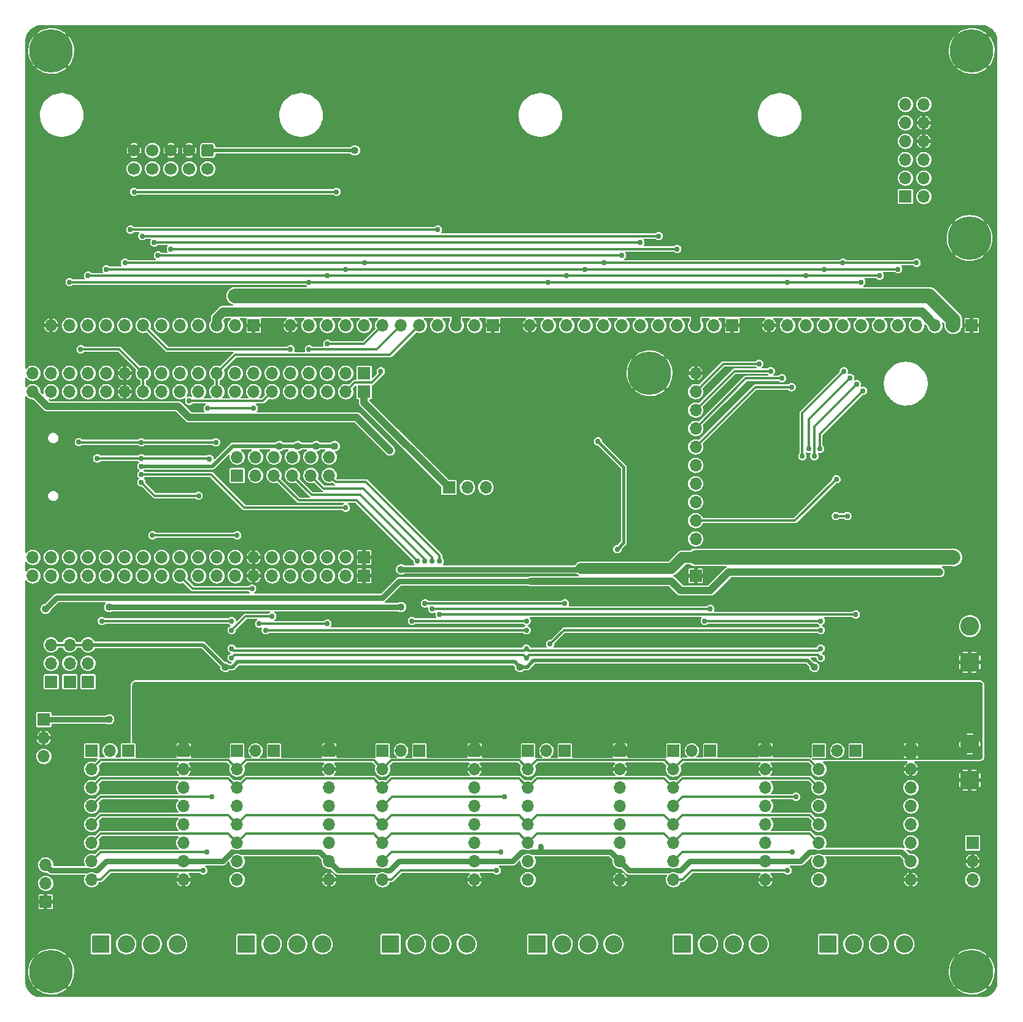
<source format=gbr>
%TF.GenerationSoftware,KiCad,Pcbnew,(5.99.0-13025-gf345eacf13)*%
%TF.CreationDate,2021-10-31T04:57:43-07:00*%
%TF.ProjectId,6_axis_I2S_v1p8s,365f6178-6973-45f4-9932-535f76317038,rev?*%
%TF.SameCoordinates,Original*%
%TF.FileFunction,Copper,L2,Bot*%
%TF.FilePolarity,Positive*%
%FSLAX46Y46*%
G04 Gerber Fmt 4.6, Leading zero omitted, Abs format (unit mm)*
G04 Created by KiCad (PCBNEW (5.99.0-13025-gf345eacf13)) date 2021-10-31 04:57:43*
%MOMM*%
%LPD*%
G01*
G04 APERTURE LIST*
G04 Aperture macros list*
%AMRoundRect*
0 Rectangle with rounded corners*
0 $1 Rounding radius*
0 $2 $3 $4 $5 $6 $7 $8 $9 X,Y pos of 4 corners*
0 Add a 4 corners polygon primitive as box body*
4,1,4,$2,$3,$4,$5,$6,$7,$8,$9,$2,$3,0*
0 Add four circle primitives for the rounded corners*
1,1,$1+$1,$2,$3*
1,1,$1+$1,$4,$5*
1,1,$1+$1,$6,$7*
1,1,$1+$1,$8,$9*
0 Add four rect primitives between the rounded corners*
20,1,$1+$1,$2,$3,$4,$5,0*
20,1,$1+$1,$4,$5,$6,$7,0*
20,1,$1+$1,$6,$7,$8,$9,0*
20,1,$1+$1,$8,$9,$2,$3,0*%
G04 Aperture macros list end*
%TA.AperFunction,ComponentPad*%
%ADD10R,1.700000X1.700000*%
%TD*%
%TA.AperFunction,ComponentPad*%
%ADD11O,1.700000X1.700000*%
%TD*%
%TA.AperFunction,ComponentPad*%
%ADD12R,2.400000X2.400000*%
%TD*%
%TA.AperFunction,ComponentPad*%
%ADD13C,2.400000*%
%TD*%
%TA.AperFunction,ComponentPad*%
%ADD14C,3.900000*%
%TD*%
%TA.AperFunction,ConnectorPad*%
%ADD15C,6.000000*%
%TD*%
%TA.AperFunction,ComponentPad*%
%ADD16R,2.600000X2.600000*%
%TD*%
%TA.AperFunction,ComponentPad*%
%ADD17C,2.600000*%
%TD*%
%TA.AperFunction,ComponentPad*%
%ADD18RoundRect,0.250000X-0.600000X0.600000X-0.600000X-0.600000X0.600000X-0.600000X0.600000X0.600000X0*%
%TD*%
%TA.AperFunction,ComponentPad*%
%ADD19C,1.700000*%
%TD*%
%TA.AperFunction,ViaPad*%
%ADD20C,0.762000*%
%TD*%
%TA.AperFunction,ViaPad*%
%ADD21C,1.016000*%
%TD*%
%TA.AperFunction,ViaPad*%
%ADD22C,1.524000*%
%TD*%
%TA.AperFunction,Conductor*%
%ADD23C,1.270000*%
%TD*%
%TA.AperFunction,Conductor*%
%ADD24C,0.304800*%
%TD*%
%TA.AperFunction,Conductor*%
%ADD25C,1.524000*%
%TD*%
%TA.AperFunction,Conductor*%
%ADD26C,0.762000*%
%TD*%
%TA.AperFunction,Conductor*%
%ADD27C,1.016000*%
%TD*%
%TA.AperFunction,Conductor*%
%ADD28C,0.381000*%
%TD*%
%TA.AperFunction,Conductor*%
%ADD29C,0.508000*%
%TD*%
%TA.AperFunction,Conductor*%
%ADD30C,2.032000*%
%TD*%
G04 APERTURE END LIST*
D10*
%TO.P,J18,1,Pin_1*%
%TO.N,/X_DIAG1*%
X110744000Y-99187000D03*
D11*
%TO.P,J18,2,Pin_2*%
%TO.N,/X_LIMIT*%
X110744000Y-96647000D03*
%TO.P,J18,3,Pin_3*%
%TO.N,/Y_DIAG1*%
X113284000Y-99187000D03*
%TO.P,J18,4,Pin_4*%
%TO.N,/Y_LIMIT*%
X113284000Y-96647000D03*
%TO.P,J18,5,Pin_5*%
%TO.N,/Z_DIAG1*%
X115824000Y-99187000D03*
%TO.P,J18,6,Pin_6*%
%TO.N,/Z_LIMIT*%
X115824000Y-96647000D03*
%TO.P,J18,7,Pin_7*%
%TO.N,/A_DIAG1*%
X118364000Y-99187000D03*
%TO.P,J18,8,Pin_8*%
%TO.N,/A_LIMIT*%
X118364000Y-96647000D03*
%TO.P,J18,9,Pin_9*%
%TO.N,/B_DIAG1*%
X120904000Y-99187000D03*
%TO.P,J18,10,Pin_10*%
%TO.N,/B_LIMIT*%
X120904000Y-96647000D03*
%TO.P,J18,11,Pin_11*%
%TO.N,/C_DIAG1*%
X123444000Y-99187000D03*
%TO.P,J18,12,Pin_12*%
%TO.N,/C_LIMIT*%
X123444000Y-96647000D03*
%TD*%
D12*
%TO.P,TB3,1,Pin_1*%
%TO.N,Net-(J14-Pad3)*%
X131910000Y-163830000D03*
D13*
%TO.P,TB3,2,Pin_2*%
%TO.N,Net-(J14-Pad4)*%
X135410000Y-163830000D03*
%TO.P,TB3,3,Pin_3*%
%TO.N,Net-(J14-Pad5)*%
X138910000Y-163830000D03*
%TO.P,TB3,4,Pin_4*%
%TO.N,Net-(J14-Pad6)*%
X142410000Y-163830000D03*
%TD*%
D12*
%TO.P,TB6,1,Pin_1*%
%TO.N,Net-(J21-Pad3)*%
X172212000Y-163830000D03*
D13*
%TO.P,TB6,2,Pin_2*%
%TO.N,Net-(J21-Pad4)*%
X175712000Y-163830000D03*
%TO.P,TB6,3,Pin_3*%
%TO.N,Net-(J21-Pad5)*%
X179212000Y-163830000D03*
%TO.P,TB6,4,Pin_4*%
%TO.N,Net-(J21-Pad6)*%
X182712000Y-163830000D03*
%TD*%
D10*
%TO.P,J9,1,Pin_1*%
%TO.N,/Y_ENABLE*%
X110744000Y-137160000D03*
D11*
%TO.P,J9,2,Pin_2*%
%TO.N,/MS1*%
X110744000Y-139700000D03*
%TO.P,J9,3,Pin_3*%
%TO.N,/MS2*%
X110744000Y-142240000D03*
%TO.P,J9,4,Pin_4*%
%TO.N,/Y_CS*%
X110744000Y-144780000D03*
%TO.P,J9,5,Pin_5*%
%TO.N,/STEP_RESET*%
X110744000Y-147320000D03*
%TO.P,J9,6,Pin_6*%
%TO.N,/STEP_SLEEP*%
X110744000Y-149860000D03*
%TO.P,J9,7,Pin_7*%
%TO.N,/Y_STEP*%
X110744000Y-152400000D03*
%TO.P,J9,8,Pin_8*%
%TO.N,/Y_DIR*%
X110744000Y-154940000D03*
%TD*%
D10*
%TO.P,J13,1,Pin_1*%
%TO.N,/Z_ENABLE*%
X130810000Y-137160000D03*
D11*
%TO.P,J13,2,Pin_2*%
%TO.N,/MS1*%
X130810000Y-139700000D03*
%TO.P,J13,3,Pin_3*%
%TO.N,/MS2*%
X130810000Y-142240000D03*
%TO.P,J13,4,Pin_4*%
%TO.N,/Z_CS*%
X130810000Y-144780000D03*
%TO.P,J13,5,Pin_5*%
%TO.N,/STEP_RESET*%
X130810000Y-147320000D03*
%TO.P,J13,6,Pin_6*%
%TO.N,/STEP_SLEEP*%
X130810000Y-149860000D03*
%TO.P,J13,7,Pin_7*%
%TO.N,/Z_STEP*%
X130810000Y-152400000D03*
%TO.P,J13,8,Pin_8*%
%TO.N,/Z_DIR*%
X130810000Y-154940000D03*
%TD*%
D10*
%TO.P,J24,1,Pin_1*%
%TO.N,+12V*%
X84074000Y-132857000D03*
D11*
%TO.P,J24,2,Pin_2*%
%TO.N,GND*%
X84074000Y-135397000D03*
%TO.P,J24,3,Pin_3*%
%TO.N,+5V*%
X84074000Y-137937000D03*
%TD*%
D12*
%TO.P,TB5,1,Pin_1*%
%TO.N,Net-(J17-Pad3)*%
X152146000Y-163830000D03*
D13*
%TO.P,TB5,2,Pin_2*%
%TO.N,Net-(J17-Pad4)*%
X155646000Y-163830000D03*
%TO.P,TB5,3,Pin_3*%
%TO.N,Net-(J17-Pad5)*%
X159146000Y-163830000D03*
%TO.P,TB5,4,Pin_4*%
%TO.N,Net-(J17-Pad6)*%
X162646000Y-163830000D03*
%TD*%
D10*
%TO.P,MOD3,1,GND*%
%TO.N,GND*%
X179070000Y-78486000D03*
D11*
%TO.P,MOD3,2,12V*%
%TO.N,+12V*%
X176530000Y-78486000D03*
%TO.P,MOD3,3,5V*%
%TO.N,+5V*%
X173990000Y-78486000D03*
%TO.P,MOD3,4,1*%
%TO.N,/GPIO26*%
X171450000Y-78486000D03*
%TO.P,MOD3,5,2*%
%TO.N,/GPIO4*%
X168910000Y-78486000D03*
%TO.P,MOD3,6,3*%
%TO.N,/GPIO16*%
X166370000Y-78486000D03*
%TO.P,MOD3,7,4*%
%TO.N,/GPIO27*%
X163830000Y-78486000D03*
%TO.P,MOD3,8,5*%
%TO.N,/GPIO14*%
X161290000Y-78486000D03*
%TO.P,MOD3,9,6*%
%TO.N,/GPIO13*%
X158750000Y-78486000D03*
%TO.P,MOD3,10,7*%
%TO.N,/GPIO15*%
X156210000Y-78486000D03*
%TO.P,MOD3,11,8*%
%TO.N,/GPIO12*%
X153670000Y-78486000D03*
%TO.P,MOD3,12,GND*%
%TO.N,GND*%
X151130000Y-78486000D03*
%TD*%
D10*
%TO.P,J1,1,Pin_1*%
%TO.N,/X_DIAG1*%
X95758000Y-137160000D03*
D11*
%TO.P,J1,2,Pin_2*%
%TO.N,unconnected-(J1-Pad2)*%
X93218000Y-137160000D03*
%TD*%
D10*
%TO.P,J2,1,Pin_1*%
%TO.N,/X_ENABLE*%
X90678000Y-137160000D03*
D11*
%TO.P,J2,2,Pin_2*%
%TO.N,/MS1*%
X90678000Y-139700000D03*
%TO.P,J2,3,Pin_3*%
%TO.N,/MS2*%
X90678000Y-142240000D03*
%TO.P,J2,4,Pin_4*%
%TO.N,/X_CS*%
X90678000Y-144780000D03*
%TO.P,J2,5,Pin_5*%
%TO.N,/STEP_RESET*%
X90678000Y-147320000D03*
%TO.P,J2,6,Pin_6*%
%TO.N,/STEP_SLEEP*%
X90678000Y-149860000D03*
%TO.P,J2,7,Pin_7*%
%TO.N,/X_STEP*%
X90678000Y-152400000D03*
%TO.P,J2,8,Pin_8*%
%TO.N,/X_DIR*%
X90678000Y-154940000D03*
%TD*%
D12*
%TO.P,TB7,1,Pin_1*%
%TO.N,Net-(J28-Pad3)*%
X192278000Y-163830000D03*
D13*
%TO.P,TB7,2,Pin_2*%
%TO.N,Net-(J28-Pad4)*%
X195778000Y-163830000D03*
%TO.P,TB7,3,Pin_3*%
%TO.N,Net-(J28-Pad5)*%
X199278000Y-163830000D03*
%TO.P,TB7,4,Pin_4*%
%TO.N,Net-(J28-Pad6)*%
X202778000Y-163830000D03*
%TD*%
D14*
%TO.P,MH2,1,1*%
%TO.N,GND*%
X212090000Y-40640000D03*
D15*
X212090000Y-40640000D03*
%TD*%
%TO.P,MH6,1,1*%
%TO.N,GND*%
X211782500Y-66426066D03*
D14*
X211782500Y-66426066D03*
%TD*%
D10*
%TO.P,MOD4,1,GND*%
%TO.N,GND*%
X212090000Y-78486000D03*
D11*
%TO.P,MOD4,2,12V*%
%TO.N,+12V*%
X209550000Y-78486000D03*
%TO.P,MOD4,3,5V*%
%TO.N,+5V*%
X207010000Y-78486000D03*
%TO.P,MOD4,4,1*%
%TO.N,/GPIO14*%
X204470000Y-78486000D03*
%TO.P,MOD4,5,2*%
%TO.N,/GPIO13*%
X201930000Y-78486000D03*
%TO.P,MOD4,6,3*%
%TO.N,/GPIO15*%
X199390000Y-78486000D03*
%TO.P,MOD4,7,4*%
%TO.N,/GPIO12*%
X196850000Y-78486000D03*
%TO.P,MOD4,8,5*%
%TO.N,/GPIO14*%
X194310000Y-78486000D03*
%TO.P,MOD4,9,6*%
%TO.N,/GPIO13*%
X191770000Y-78486000D03*
%TO.P,MOD4,10,7*%
%TO.N,/GPIO15*%
X189230000Y-78486000D03*
%TO.P,MOD4,11,8*%
%TO.N,/GPIO12*%
X186690000Y-78486000D03*
%TO.P,MOD4,12,GND*%
%TO.N,GND*%
X184150000Y-78486000D03*
%TD*%
D10*
%TO.P,JP1,1,A*%
%TO.N,/MOSI*%
X90170000Y-127635000D03*
D11*
%TO.P,JP1,2,C*%
%TO.N,/MS1*%
X90170000Y-125095000D03*
%TO.P,JP1,3,B*%
%TO.N,VCC*%
X90170000Y-122555000D03*
%TD*%
D16*
%TO.P,TB4,1,Pin_1*%
%TO.N,GND*%
X211836000Y-141224000D03*
D17*
%TO.P,TB4,2,Pin_2*%
%TO.N,VMOT*%
X211836000Y-136224000D03*
%TD*%
D10*
%TO.P,J20,1,Pin_1*%
%TO.N,/B_ENABLE*%
X170942000Y-137160000D03*
D11*
%TO.P,J20,2,Pin_2*%
%TO.N,/MS1*%
X170942000Y-139700000D03*
%TO.P,J20,3,Pin_3*%
%TO.N,/MS2*%
X170942000Y-142240000D03*
%TO.P,J20,4,Pin_4*%
%TO.N,/B_CS*%
X170942000Y-144780000D03*
%TO.P,J20,5,Pin_5*%
%TO.N,/STEP_RESET*%
X170942000Y-147320000D03*
%TO.P,J20,6,Pin_6*%
%TO.N,/STEP_SLEEP*%
X170942000Y-149860000D03*
%TO.P,J20,7,Pin_7*%
%TO.N,/B_STEP*%
X170942000Y-152400000D03*
%TO.P,J20,8,Pin_8*%
%TO.N,/B_DIR*%
X170942000Y-154940000D03*
%TD*%
D10*
%TO.P,J23,1,Pin_1*%
%TO.N,+12V*%
X212217000Y-149875000D03*
D11*
%TO.P,J23,2,Pin_2*%
%TO.N,GND*%
X212217000Y-152415000D03*
%TO.P,J23,3,Pin_3*%
%TO.N,+5V*%
X212217000Y-154955000D03*
%TD*%
D18*
%TO.P,J11,1,Pin_1*%
%TO.N,+3V3*%
X106680000Y-54356000D03*
D19*
%TO.P,J11,2,Pin_2*%
%TO.N,/GPIO14*%
X106680000Y-56896000D03*
%TO.P,J11,3,Pin_3*%
%TO.N,GND*%
X104140000Y-54356000D03*
%TO.P,J11,4,Pin_4*%
%TO.N,/GPIO13*%
X104140000Y-56896000D03*
%TO.P,J11,5,Pin_5*%
%TO.N,GND*%
X101600000Y-54356000D03*
%TO.P,J11,6,Pin_6*%
%TO.N,/GPIO15*%
X101600000Y-56896000D03*
%TO.P,J11,7,Pin_7*%
%TO.N,unconnected-(J11-Pad7)*%
X99060000Y-54356000D03*
%TO.P,J11,8,Pin_8*%
%TO.N,/GPIO12*%
X99060000Y-56896000D03*
%TO.P,J11,9,Pin_9*%
%TO.N,GND*%
X96520000Y-54356000D03*
%TO.P,J11,10,Pin_10*%
%TO.N,/EN*%
X96520000Y-56896000D03*
%TD*%
D10*
%TO.P,J21,1,Pin_1*%
%TO.N,VMOT*%
X183642000Y-137160000D03*
D11*
%TO.P,J21,2,Pin_2*%
%TO.N,GND*%
X183642000Y-139700000D03*
%TO.P,J21,3,Pin_3*%
%TO.N,Net-(J21-Pad3)*%
X183642000Y-142240000D03*
%TO.P,J21,4,Pin_4*%
%TO.N,Net-(J21-Pad4)*%
X183642000Y-144780000D03*
%TO.P,J21,5,Pin_5*%
%TO.N,Net-(J21-Pad5)*%
X183642000Y-147320000D03*
%TO.P,J21,6,Pin_6*%
%TO.N,Net-(J21-Pad6)*%
X183642000Y-149860000D03*
%TO.P,J21,7,Pin_7*%
%TO.N,VCC*%
X183642000Y-152400000D03*
%TO.P,J21,8,Pin_8*%
%TO.N,GND*%
X183642000Y-154940000D03*
%TD*%
D10*
%TO.P,J4,1,Pin_1*%
%TO.N,+3V3*%
X128270000Y-85090000D03*
D11*
%TO.P,J4,2,Pin_2*%
%TO.N,/EN*%
X125730000Y-85090000D03*
%TO.P,J4,3,Pin_3*%
%TO.N,/C_LIMIT*%
X123190000Y-85090000D03*
%TO.P,J4,4,Pin_4*%
%TO.N,/B_LIMIT*%
X120650000Y-85090000D03*
%TO.P,J4,5,Pin_5*%
%TO.N,/A_LIMIT*%
X118110000Y-85090000D03*
%TO.P,J4,6,Pin_6*%
%TO.N,/Z_LIMIT*%
X115570000Y-85090000D03*
%TO.P,J4,7,Pin_7*%
%TO.N,/Y_LIMIT*%
X113030000Y-85090000D03*
%TO.P,J4,8,Pin_8*%
%TO.N,/X_LIMIT*%
X110490000Y-85090000D03*
%TO.P,J4,9,Pin_9*%
%TO.N,/GPIO25*%
X107950000Y-85090000D03*
%TO.P,J4,10,Pin_10*%
%TO.N,/GPIO26*%
X105410000Y-85090000D03*
%TO.P,J4,11,Pin_11*%
%TO.N,/GPIO27*%
X102870000Y-85090000D03*
%TO.P,J4,12,Pin_12*%
%TO.N,/GPIO14*%
X100330000Y-85090000D03*
%TO.P,J4,13,Pin_13*%
%TO.N,/GPIO12*%
X97790000Y-85090000D03*
%TO.P,J4,14,Pin_14*%
%TO.N,GND*%
X95250000Y-85090000D03*
%TO.P,J4,15,Pin_15*%
%TO.N,/GPIO13*%
X92710000Y-85090000D03*
%TO.P,J4,16,Pin_16*%
%TO.N,unconnected-(J4-Pad16)*%
X90170000Y-85090000D03*
%TO.P,J4,17,Pin_17*%
%TO.N,unconnected-(J4-Pad17)*%
X87630000Y-85090000D03*
%TO.P,J4,18,Pin_18*%
%TO.N,unconnected-(J4-Pad18)*%
X85090000Y-85090000D03*
%TO.P,J4,19,Pin_19*%
%TO.N,Net-(D1-Pad1)*%
X82550000Y-85090000D03*
%TD*%
D10*
%TO.P,J14,1,Pin_1*%
%TO.N,VMOT*%
X143510000Y-137160000D03*
D11*
%TO.P,J14,2,Pin_2*%
%TO.N,GND*%
X143510000Y-139700000D03*
%TO.P,J14,3,Pin_3*%
%TO.N,Net-(J14-Pad3)*%
X143510000Y-142240000D03*
%TO.P,J14,4,Pin_4*%
%TO.N,Net-(J14-Pad4)*%
X143510000Y-144780000D03*
%TO.P,J14,5,Pin_5*%
%TO.N,Net-(J14-Pad5)*%
X143510000Y-147320000D03*
%TO.P,J14,6,Pin_6*%
%TO.N,Net-(J14-Pad6)*%
X143510000Y-149860000D03*
%TO.P,J14,7,Pin_7*%
%TO.N,VCC*%
X143510000Y-152400000D03*
%TO.P,J14,8,Pin_8*%
%TO.N,GND*%
X143510000Y-154940000D03*
%TD*%
D10*
%TO.P,J28,1,Pin_1*%
%TO.N,VMOT*%
X203708000Y-137160000D03*
D11*
%TO.P,J28,2,Pin_2*%
%TO.N,GND*%
X203708000Y-139700000D03*
%TO.P,J28,3,Pin_3*%
%TO.N,Net-(J28-Pad3)*%
X203708000Y-142240000D03*
%TO.P,J28,4,Pin_4*%
%TO.N,Net-(J28-Pad4)*%
X203708000Y-144780000D03*
%TO.P,J28,5,Pin_5*%
%TO.N,Net-(J28-Pad5)*%
X203708000Y-147320000D03*
%TO.P,J28,6,Pin_6*%
%TO.N,Net-(J28-Pad6)*%
X203708000Y-149860000D03*
%TO.P,J28,7,Pin_7*%
%TO.N,VCC*%
X203708000Y-152400000D03*
%TO.P,J28,8,Pin_8*%
%TO.N,GND*%
X203708000Y-154940000D03*
%TD*%
D16*
%TO.P,TB8,1,Pin_1*%
%TO.N,GND*%
X211836000Y-124968000D03*
D17*
%TO.P,TB8,2,Pin_2*%
%TO.N,+12V*%
X211836000Y-119968000D03*
%TD*%
D14*
%TO.P,MH3,1,1*%
%TO.N,GND*%
X85090000Y-40640000D03*
D15*
X85090000Y-40640000D03*
%TD*%
D10*
%TO.P,MOD1,1,GND*%
%TO.N,GND*%
X113030000Y-78486000D03*
D11*
%TO.P,MOD1,2,12V*%
%TO.N,+12V*%
X110490000Y-78486000D03*
%TO.P,MOD1,3,5V*%
%TO.N,+5V*%
X107950000Y-78486000D03*
%TO.P,MOD1,4,1*%
%TO.N,/X_LIMIT*%
X105410000Y-78486000D03*
%TO.P,MOD1,5,2*%
%TO.N,/Y_LIMIT*%
X102870000Y-78486000D03*
%TO.P,MOD1,6,3*%
%TO.N,/Z_LIMIT*%
X100330000Y-78486000D03*
%TO.P,MOD1,7,4*%
%TO.N,/A_LIMIT*%
X97790000Y-78486000D03*
%TO.P,MOD1,8,5*%
%TO.N,/GPIO14*%
X95250000Y-78486000D03*
%TO.P,MOD1,9,6*%
%TO.N,/GPIO13*%
X92710000Y-78486000D03*
%TO.P,MOD1,10,7*%
%TO.N,/GPIO15*%
X90170000Y-78486000D03*
%TO.P,MOD1,11,8*%
%TO.N,/GPIO12*%
X87630000Y-78486000D03*
%TO.P,MOD1,12,GND*%
%TO.N,GND*%
X85090000Y-78486000D03*
%TD*%
D10*
%TO.P,J5,1,3V3*%
%TO.N,+3V3*%
X128270000Y-87630000D03*
D11*
%TO.P,J5,2,EN*%
%TO.N,/EN*%
X125730000Y-87630000D03*
%TO.P,J5,3,IO36/SENSOR_VP/ADC1_0*%
%TO.N,/C_LIMIT*%
X123190000Y-87630000D03*
%TO.P,J5,4,IO39/SENSOR_VN/ADC1_3*%
%TO.N,/B_LIMIT*%
X120650000Y-87630000D03*
%TO.P,J5,5,IO34/ADC1_6*%
%TO.N,/A_LIMIT*%
X118110000Y-87630000D03*
%TO.P,J5,6,IO35/ADC1_7*%
%TO.N,/Z_LIMIT*%
X115570000Y-87630000D03*
%TO.P,J5,7,IO32/ADC1_4/TP9*%
%TO.N,/Y_LIMIT*%
X113030000Y-87630000D03*
%TO.P,J5,8,IO33/ADC1_5/TP8*%
%TO.N,/X_LIMIT*%
X110490000Y-87630000D03*
%TO.P,J5,9,IO25/ADC2_8/DAC1*%
%TO.N,/GPIO25*%
X107950000Y-87630000D03*
%TO.P,J5,10,IO26/ADC2_9/DAC2*%
%TO.N,/GPIO26*%
X105410000Y-87630000D03*
%TO.P,J5,11,IO27/ADC2_7/TP7*%
%TO.N,/GPIO27*%
X102870000Y-87630000D03*
%TO.P,J5,12,IO14/ADC2_6/TP6/SD_CLK/TMS*%
%TO.N,/GPIO14*%
X100330000Y-87630000D03*
%TO.P,J5,13,IO12/ADC2_5/TP5/SD_D2/TDI*%
%TO.N,/GPIO12*%
X97790000Y-87630000D03*
%TO.P,J5,14,GND1*%
%TO.N,GND*%
X95250000Y-87630000D03*
%TO.P,J5,15,IO13/ADC2_4/TP4/SD_D3/TCK*%
%TO.N,/GPIO13*%
X92710000Y-87630000D03*
%TO.P,J5,16,IO9/RX1/SD_D2*%
%TO.N,unconnected-(J5-Pad16)*%
X90170000Y-87630000D03*
%TO.P,J5,17,IO10/TX1/SD_D3*%
%TO.N,unconnected-(J5-Pad17)*%
X87630000Y-87630000D03*
%TO.P,J5,18,IO11/SD_CMD*%
%TO.N,unconnected-(J5-Pad18)*%
X85090000Y-87630000D03*
%TO.P,J5,19,5V*%
%TO.N,Net-(D1-Pad1)*%
X82550000Y-87630000D03*
%TD*%
D10*
%TO.P,J17,1,Pin_1*%
%TO.N,VMOT*%
X163576000Y-137160000D03*
D11*
%TO.P,J17,2,Pin_2*%
%TO.N,GND*%
X163576000Y-139700000D03*
%TO.P,J17,3,Pin_3*%
%TO.N,Net-(J17-Pad3)*%
X163576000Y-142240000D03*
%TO.P,J17,4,Pin_4*%
%TO.N,Net-(J17-Pad4)*%
X163576000Y-144780000D03*
%TO.P,J17,5,Pin_5*%
%TO.N,Net-(J17-Pad5)*%
X163576000Y-147320000D03*
%TO.P,J17,6,Pin_6*%
%TO.N,Net-(J17-Pad6)*%
X163576000Y-149860000D03*
%TO.P,J17,7,Pin_7*%
%TO.N,VCC*%
X163576000Y-152400000D03*
%TO.P,J17,8,Pin_8*%
%TO.N,GND*%
X163576000Y-154940000D03*
%TD*%
D10*
%TO.P,J7,1,Pin_1*%
%TO.N,GND*%
X128270000Y-110490000D03*
D11*
%TO.P,J7,2,Pin_2*%
%TO.N,/MOSI*%
X125730000Y-110490000D03*
%TO.P,J7,3,Pin_3*%
%TO.N,/I2S_BCK*%
X123190000Y-110490000D03*
%TO.P,J7,4,Pin_4*%
%TO.N,Net-(J6-Pad4)*%
X120650000Y-110490000D03*
%TO.P,J7,5,Pin_5*%
%TO.N,Net-(J6-Pad5)*%
X118110000Y-110490000D03*
%TO.P,J7,6,Pin_6*%
%TO.N,/I2S_DATA*%
X115570000Y-110490000D03*
%TO.P,J7,7,Pin_7*%
%TO.N,GND*%
X113030000Y-110490000D03*
%TO.P,J7,8,Pin_8*%
%TO.N,/MISO*%
X110490000Y-110490000D03*
%TO.P,J7,9,Pin_9*%
%TO.N,/SCK*%
X107950000Y-110490000D03*
%TO.P,J7,10,Pin_10*%
%TO.N,/CS_SD*%
X105410000Y-110490000D03*
%TO.P,J7,11,Pin_11*%
%TO.N,/I2S_WS*%
X102870000Y-110490000D03*
%TO.P,J7,12,Pin_12*%
%TO.N,/GPIO16*%
X100330000Y-110490000D03*
%TO.P,J7,13,Pin_13*%
%TO.N,/GPIO4*%
X97790000Y-110490000D03*
%TO.P,J7,14,Pin_14*%
%TO.N,/GPIO0*%
X95250000Y-110490000D03*
%TO.P,J7,15,Pin_15*%
%TO.N,/GPIO2*%
X92710000Y-110490000D03*
%TO.P,J7,16,Pin_16*%
%TO.N,/GPIO15*%
X90170000Y-110490000D03*
%TO.P,J7,17,Pin_17*%
%TO.N,unconnected-(J7-Pad17)*%
X87630000Y-110490000D03*
%TO.P,J7,18,Pin_18*%
%TO.N,unconnected-(J7-Pad18)*%
X85090000Y-110490000D03*
%TO.P,J7,19,Pin_19*%
%TO.N,unconnected-(J7-Pad19)*%
X82550000Y-110490000D03*
%TD*%
D10*
%TO.P,JP4,1,A*%
%TO.N,/SCK*%
X87632366Y-127635000D03*
D11*
%TO.P,JP4,2,C*%
%TO.N,/MS2*%
X87632366Y-125095000D03*
%TO.P,JP4,3,B*%
%TO.N,VCC*%
X87632366Y-122555000D03*
%TD*%
D10*
%TO.P,J12,1,Pin_1*%
%TO.N,/Z_DIAG1*%
X135890000Y-137160000D03*
D11*
%TO.P,J12,2,Pin_2*%
%TO.N,unconnected-(J12-Pad2)*%
X133350000Y-137160000D03*
%TD*%
D10*
%TO.P,J3,1,Pin_1*%
%TO.N,VMOT*%
X103378000Y-137160000D03*
D11*
%TO.P,J3,2,Pin_2*%
%TO.N,GND*%
X103378000Y-139700000D03*
%TO.P,J3,3,Pin_3*%
%TO.N,Net-(J3-Pad3)*%
X103378000Y-142240000D03*
%TO.P,J3,4,Pin_4*%
%TO.N,Net-(J3-Pad4)*%
X103378000Y-144780000D03*
%TO.P,J3,5,Pin_5*%
%TO.N,Net-(J3-Pad5)*%
X103378000Y-147320000D03*
%TO.P,J3,6,Pin_6*%
%TO.N,Net-(J3-Pad6)*%
X103378000Y-149860000D03*
%TO.P,J3,7,Pin_7*%
%TO.N,VCC*%
X103378000Y-152400000D03*
%TO.P,J3,8,Pin_8*%
%TO.N,GND*%
X103378000Y-154940000D03*
%TD*%
D14*
%TO.P,MH1,1,1*%
%TO.N,GND*%
X212090000Y-167640000D03*
D15*
X212090000Y-167640000D03*
%TD*%
D10*
%TO.P,J15,1,Pin_1*%
%TO.N,/A_DIAG1*%
X155956000Y-137160000D03*
D11*
%TO.P,J15,2,Pin_2*%
%TO.N,unconnected-(J15-Pad2)*%
X153416000Y-137160000D03*
%TD*%
D15*
%TO.P,MH4,1,1*%
%TO.N,GND*%
X85090000Y-167640000D03*
D14*
X85090000Y-167640000D03*
%TD*%
D10*
%TO.P,MOD5,1,GND*%
%TO.N,GND*%
X173992366Y-113030000D03*
D11*
%TO.P,MOD5,2,12V*%
%TO.N,+12V*%
X173992366Y-110490000D03*
%TO.P,MOD5,3,5V*%
%TO.N,+5V*%
X173992366Y-107950000D03*
%TO.P,MOD5,4,1*%
%TO.N,/I2S0_24*%
X173992366Y-105410000D03*
%TO.P,MOD5,5,2*%
%TO.N,/I2S0_25*%
X173992366Y-102870000D03*
%TO.P,MOD5,6,3*%
%TO.N,/I2S0_26*%
X173992366Y-100330000D03*
%TO.P,MOD5,7,4*%
%TO.N,/I2S0_27*%
X173992366Y-97790000D03*
%TO.P,MOD5,8,5*%
%TO.N,/GPIO14*%
X173992366Y-95250000D03*
%TO.P,MOD5,9,6*%
%TO.N,/GPIO13*%
X173992366Y-92710000D03*
%TO.P,MOD5,10,7*%
%TO.N,/GPIO15*%
X173992366Y-90170000D03*
%TO.P,MOD5,11,8*%
%TO.N,/GPIO12*%
X173992366Y-87630000D03*
%TO.P,MOD5,12,GND*%
%TO.N,GND*%
X173992366Y-85090000D03*
%TD*%
D10*
%TO.P,J22,1,Pin_1*%
%TO.N,+3V3*%
X139969000Y-100838000D03*
D11*
%TO.P,J22,2,Pin_2*%
%TO.N,VCC*%
X142509000Y-100838000D03*
%TO.P,J22,3,Pin_3*%
%TO.N,+5V*%
X145049000Y-100838000D03*
%TD*%
D12*
%TO.P,TB2,1,Pin_1*%
%TO.N,Net-(J10-Pad3)*%
X112014000Y-163830000D03*
D13*
%TO.P,TB2,2,Pin_2*%
%TO.N,Net-(J10-Pad4)*%
X115514000Y-163830000D03*
%TO.P,TB2,3,Pin_3*%
%TO.N,Net-(J10-Pad5)*%
X119014000Y-163830000D03*
%TO.P,TB2,4,Pin_4*%
%TO.N,Net-(J10-Pad6)*%
X122514000Y-163830000D03*
%TD*%
D10*
%TO.P,J8,1,Pin_1*%
%TO.N,/Y_DIAG1*%
X115824000Y-137160000D03*
D11*
%TO.P,J8,2,Pin_2*%
%TO.N,unconnected-(J8-Pad2)*%
X113284000Y-137160000D03*
%TD*%
D10*
%TO.P,J16,1,Pin_1*%
%TO.N,/A_ENABLE*%
X150876000Y-137160000D03*
D11*
%TO.P,J16,2,Pin_2*%
%TO.N,/MS1*%
X150876000Y-139700000D03*
%TO.P,J16,3,Pin_3*%
%TO.N,/MS2*%
X150876000Y-142240000D03*
%TO.P,J16,4,Pin_4*%
%TO.N,/A_CS*%
X150876000Y-144780000D03*
%TO.P,J16,5,Pin_5*%
%TO.N,/STEP_RESET*%
X150876000Y-147320000D03*
%TO.P,J16,6,Pin_6*%
%TO.N,/STEP_SLEEP*%
X150876000Y-149860000D03*
%TO.P,J16,7,Pin_7*%
%TO.N,/A_STEP*%
X150876000Y-152400000D03*
%TO.P,J16,8,Pin_8*%
%TO.N,/A_DIR*%
X150876000Y-154940000D03*
%TD*%
D12*
%TO.P,TB1,1,Pin_1*%
%TO.N,Net-(J3-Pad3)*%
X91948000Y-163830000D03*
D13*
%TO.P,TB1,2,Pin_2*%
%TO.N,Net-(J3-Pad4)*%
X95448000Y-163830000D03*
%TO.P,TB1,3,Pin_3*%
%TO.N,Net-(J3-Pad5)*%
X98948000Y-163830000D03*
%TO.P,TB1,4,Pin_4*%
%TO.N,Net-(J3-Pad6)*%
X102448000Y-163830000D03*
%TD*%
D10*
%TO.P,J25,1,Pin_1*%
%TO.N,/I2S0_29*%
X202946000Y-60706000D03*
D11*
%TO.P,J25,2,Pin_2*%
%TO.N,/I2S0_30*%
X205486000Y-60706000D03*
%TO.P,J25,3,Pin_3*%
%TO.N,/I2S0_28*%
X202946000Y-58166000D03*
%TO.P,J25,4,Pin_4*%
%TO.N,/I2S0_31*%
X205486000Y-58166000D03*
%TO.P,J25,5,Pin_5*%
%TO.N,/GPIO14*%
X202946000Y-55626000D03*
%TO.P,J25,6,Pin_6*%
%TO.N,+5V*%
X205486000Y-55626000D03*
%TO.P,J25,7,Pin_7*%
%TO.N,/GPIO13*%
X202946000Y-53086000D03*
%TO.P,J25,8,Pin_8*%
%TO.N,GND*%
X205486000Y-53086000D03*
%TO.P,J25,9,Pin_9*%
%TO.N,/GPIO15*%
X202946000Y-50546000D03*
%TO.P,J25,10,Pin_10*%
%TO.N,GND*%
X205486000Y-50546000D03*
%TO.P,J25,11,Pin_11*%
%TO.N,/GPIO12*%
X202946000Y-48006000D03*
%TO.P,J25,12,Pin_12*%
%TO.N,+12V*%
X205486000Y-48006000D03*
%TD*%
D10*
%TO.P,J10,1,Pin_1*%
%TO.N,VMOT*%
X123444000Y-137160000D03*
D11*
%TO.P,J10,2,Pin_2*%
%TO.N,GND*%
X123444000Y-139700000D03*
%TO.P,J10,3,Pin_3*%
%TO.N,Net-(J10-Pad3)*%
X123444000Y-142240000D03*
%TO.P,J10,4,Pin_4*%
%TO.N,Net-(J10-Pad4)*%
X123444000Y-144780000D03*
%TO.P,J10,5,Pin_5*%
%TO.N,Net-(J10-Pad5)*%
X123444000Y-147320000D03*
%TO.P,J10,6,Pin_6*%
%TO.N,Net-(J10-Pad6)*%
X123444000Y-149860000D03*
%TO.P,J10,7,Pin_7*%
%TO.N,VCC*%
X123444000Y-152400000D03*
%TO.P,J10,8,Pin_8*%
%TO.N,GND*%
X123444000Y-154940000D03*
%TD*%
D10*
%TO.P,JP3,1,A*%
%TO.N,GND*%
X84328000Y-157988000D03*
D11*
%TO.P,JP3,2,C*%
%TO.N,/STEP_SLEEP*%
X84328000Y-155448000D03*
%TO.P,JP3,3,B*%
%TO.N,VCC*%
X84328000Y-152908000D03*
%TD*%
D10*
%TO.P,JP2,1,A*%
%TO.N,/MISO*%
X85090000Y-127635000D03*
D11*
%TO.P,JP2,2,C*%
%TO.N,/STEP_RESET*%
X85090000Y-125095000D03*
%TO.P,JP2,3,B*%
%TO.N,VCC*%
X85090000Y-122555000D03*
%TD*%
D10*
%TO.P,J27,1,Pin_1*%
%TO.N,/C_ENABLE*%
X191008000Y-137160000D03*
D11*
%TO.P,J27,2,Pin_2*%
%TO.N,/MS1*%
X191008000Y-139700000D03*
%TO.P,J27,3,Pin_3*%
%TO.N,/MS2*%
X191008000Y-142240000D03*
%TO.P,J27,4,Pin_4*%
%TO.N,/C_CS*%
X191008000Y-144780000D03*
%TO.P,J27,5,Pin_5*%
%TO.N,/STEP_RESET*%
X191008000Y-147320000D03*
%TO.P,J27,6,Pin_6*%
%TO.N,/STEP_SLEEP*%
X191008000Y-149860000D03*
%TO.P,J27,7,Pin_7*%
%TO.N,/C_STEP*%
X191008000Y-152400000D03*
%TO.P,J27,8,Pin_8*%
%TO.N,/C_DIR*%
X191008000Y-154940000D03*
%TD*%
D10*
%TO.P,J19,1,Pin_1*%
%TO.N,/B_DIAG1*%
X176022000Y-137160000D03*
D11*
%TO.P,J19,2,Pin_2*%
%TO.N,unconnected-(J19-Pad2)*%
X173482000Y-137160000D03*
%TD*%
D10*
%TO.P,J26,1,Pin_1*%
%TO.N,/C_DIAG1*%
X196088000Y-137160000D03*
D11*
%TO.P,J26,2,Pin_2*%
%TO.N,unconnected-(J26-Pad2)*%
X193548000Y-137160000D03*
%TD*%
D14*
%TO.P,MH5,1,1*%
%TO.N,GND*%
X167640000Y-85090000D03*
D15*
X167640000Y-85090000D03*
%TD*%
D10*
%TO.P,J6,1,GND3*%
%TO.N,GND*%
X128270000Y-113030000D03*
D11*
%TO.P,J6,2,VSPI_MOSI/IO23*%
%TO.N,/MOSI*%
X125730000Y-113030000D03*
%TO.P,J6,3,RTS0/IO22*%
%TO.N,/I2S_BCK*%
X123190000Y-113030000D03*
%TO.P,J6,4,IO1/TXD0*%
%TO.N,Net-(J6-Pad4)*%
X120650000Y-113030000D03*
%TO.P,J6,5,IO3/RXD0*%
%TO.N,Net-(J6-Pad5)*%
X118110000Y-113030000D03*
%TO.P,J6,6,IO21*%
%TO.N,/I2S_DATA*%
X115570000Y-113030000D03*
%TO.P,J6,7,GND2*%
%TO.N,GND*%
X113030000Y-113030000D03*
%TO.P,J6,8,CTS0/VSPI_MISO/IO19*%
%TO.N,/MISO*%
X110490000Y-113030000D03*
%TO.P,J6,9,VSPI_SCK/IO18*%
%TO.N,/SCK*%
X107950000Y-113030000D03*
%TO.P,J6,10,TDO/VSPI_CS/IO5*%
%TO.N,/CS_SD*%
X105410000Y-113030000D03*
%TO.P,J6,11,TXD2/IO17*%
%TO.N,/I2S_WS*%
X102870000Y-113030000D03*
%TO.P,J6,12,RXD2/IO16*%
%TO.N,/GPIO16*%
X100330000Y-113030000D03*
%TO.P,J6,13,SD_D1/ADC2_0/TP0/IO4*%
%TO.N,/GPIO4*%
X97790000Y-113030000D03*
%TO.P,J6,14,BOOT/ADC2_1/TP1/IO0*%
%TO.N,/GPIO0*%
X95250000Y-113030000D03*
%TO.P,J6,15,SD_D0/ADC2_2/TP2/IO2*%
%TO.N,/GPIO2*%
X92710000Y-113030000D03*
%TO.P,J6,16,SD_CMD/ADC2_3/TP3/IO15*%
%TO.N,/GPIO15*%
X90170000Y-113030000D03*
%TO.P,J6,17,IO8/SD_D1*%
%TO.N,unconnected-(J6-Pad17)*%
X87630000Y-113030000D03*
%TO.P,J6,18,IO7/SD_D0*%
%TO.N,unconnected-(J6-Pad18)*%
X85090000Y-113030000D03*
%TO.P,J6,19,IO6/SD_CLK*%
%TO.N,unconnected-(J6-Pad19)*%
X82550000Y-113030000D03*
%TD*%
D10*
%TO.P,MOD2,1,GND*%
%TO.N,GND*%
X146050000Y-78486000D03*
D11*
%TO.P,MOD2,2,12V*%
%TO.N,+12V*%
X143510000Y-78486000D03*
%TO.P,MOD2,3,5V*%
%TO.N,+5V*%
X140970000Y-78486000D03*
%TO.P,MOD2,4,1*%
%TO.N,/GPIO2*%
X138430000Y-78486000D03*
%TO.P,MOD2,5,2*%
%TO.N,/GPIO25*%
X135890000Y-78486000D03*
%TO.P,MOD2,6,3*%
%TO.N,/B_LIMIT*%
X133350000Y-78486000D03*
%TO.P,MOD2,7,4*%
%TO.N,/C_LIMIT*%
X130810000Y-78486000D03*
%TO.P,MOD2,8,5*%
%TO.N,/GPIO14*%
X128270000Y-78486000D03*
%TO.P,MOD2,9,6*%
%TO.N,/GPIO13*%
X125730000Y-78486000D03*
%TO.P,MOD2,10,7*%
%TO.N,/GPIO15*%
X123190000Y-78486000D03*
%TO.P,MOD2,11,8*%
%TO.N,/GPIO12*%
X120650000Y-78486000D03*
%TO.P,MOD2,12,GND*%
%TO.N,GND*%
X118110000Y-78486000D03*
%TD*%
D20*
%TO.N,GND*%
X85598000Y-139954000D03*
X83439000Y-116713000D03*
X176149000Y-108839000D03*
X152781000Y-115316000D03*
D21*
%TO.N,+5V*%
X151257000Y-113792000D03*
D20*
%TO.N,GND*%
X147574000Y-115062000D03*
X131953000Y-99441000D03*
X135001000Y-99441000D03*
X131318000Y-89789000D03*
X141224000Y-99060000D03*
X143764000Y-102616000D03*
D21*
%TO.N,+5V*%
X207645000Y-112522000D03*
X84328000Y-117602000D03*
D20*
%TO.N,/Y_LIMIT*%
X113030000Y-89916000D03*
D21*
%TO.N,Net-(D1-Pad1)*%
X131826000Y-95758000D03*
%TO.N,VMOT*%
X212852000Y-132080000D03*
X212852000Y-130302000D03*
X212852000Y-128524000D03*
X210820000Y-128524000D03*
D20*
%TO.N,/EN*%
X96522366Y-60071000D03*
X130556000Y-84836000D03*
X124460000Y-60071000D03*
%TO.N,GND*%
X134112000Y-125857000D03*
X148336000Y-102616000D03*
X116840000Y-89408000D03*
X142494000Y-80010000D03*
X101092000Y-102870000D03*
X98552000Y-125857000D03*
X98933000Y-93853000D03*
X159512000Y-125857000D03*
X199033421Y-121539000D03*
X132334000Y-116332000D03*
X188722000Y-108712000D03*
X94488000Y-123444000D03*
X134620000Y-114935000D03*
X117602000Y-104394000D03*
X141859000Y-139700000D03*
X175006000Y-154432000D03*
X114808000Y-152146000D03*
X99695000Y-121539000D03*
X206502000Y-140081000D03*
X85598000Y-92354400D03*
X178689000Y-121539000D03*
X191516000Y-113792000D03*
X139954000Y-125857000D03*
X107823000Y-96012000D03*
X169545000Y-108331000D03*
X92329000Y-155702000D03*
X185674000Y-101751900D03*
X196088000Y-69088000D03*
X97790000Y-125857000D03*
X94843600Y-95758000D03*
X118110000Y-125857000D03*
X95758000Y-61976000D03*
X126873000Y-103505000D03*
X134747000Y-154432000D03*
X101092000Y-95758000D03*
X153035000Y-121793000D03*
X101092000Y-100457000D03*
X125222000Y-96139000D03*
X126746000Y-94107000D03*
X138430000Y-125857000D03*
X160274000Y-125857000D03*
X86487000Y-80899000D03*
X115824000Y-126111000D03*
X108077000Y-121793000D03*
X156464000Y-102108000D03*
X179070000Y-125857000D03*
X156464000Y-99568000D03*
X131826000Y-108331000D03*
X161798000Y-107696000D03*
X107569000Y-126873000D03*
X154940000Y-152146000D03*
X153924000Y-105664000D03*
X206502000Y-113665000D03*
X210566000Y-142494000D03*
X211328000Y-114554000D03*
X118872000Y-125857000D03*
X161798000Y-105664000D03*
X156718000Y-119634000D03*
X95300800Y-104952800D03*
X161163000Y-109982000D03*
X176149000Y-106680000D03*
X201295000Y-121539000D03*
X125222000Y-99314000D03*
X191262000Y-121793000D03*
X86614000Y-74422000D03*
X117729000Y-121539000D03*
X155448000Y-111125000D03*
X153924000Y-102108000D03*
X139573000Y-65278000D03*
X170180000Y-115062000D03*
X143510000Y-98552000D03*
X160782000Y-121539000D03*
X109347000Y-94361000D03*
X166878000Y-109982000D03*
X132461000Y-155702000D03*
X119380000Y-89408000D03*
X87630000Y-108712000D03*
X163068000Y-106680000D03*
X177292000Y-117424700D03*
X190500000Y-69088000D03*
X189103000Y-107188000D03*
X196088000Y-108839000D03*
X94742000Y-154432000D03*
X121793000Y-139700000D03*
X158242000Y-121539000D03*
X160655000Y-98171000D03*
X99314000Y-125857000D03*
X87884000Y-150749000D03*
X94843600Y-97688400D03*
X160655000Y-99441000D03*
X114300000Y-89916000D03*
X180975000Y-121539000D03*
X187960000Y-97282000D03*
X210566000Y-126238000D03*
X123952000Y-118999000D03*
X94996000Y-92405200D03*
X179832000Y-125857000D03*
X141224000Y-102616000D03*
X206502000Y-143510000D03*
X166878000Y-105664000D03*
X98933000Y-95758000D03*
X152527000Y-152146000D03*
X157607000Y-98171000D03*
X111506000Y-104394000D03*
X200152000Y-125857000D03*
X180594000Y-125857000D03*
X202057000Y-139700000D03*
X124841000Y-107442000D03*
X213106000Y-139954000D03*
X163068000Y-107696000D03*
X207772000Y-96266000D03*
X150749000Y-111125000D03*
X86868000Y-147320000D03*
X115697000Y-121920000D03*
X108051600Y-118414800D03*
X109982000Y-121793000D03*
X94488000Y-121666000D03*
X195580000Y-80264000D03*
X210566000Y-139954000D03*
X84963000Y-129413000D03*
X97409000Y-121539000D03*
X139700000Y-111125000D03*
X121920000Y-89408000D03*
X91313000Y-120650000D03*
X193040000Y-69088000D03*
X175641000Y-95885000D03*
X207772000Y-108839000D03*
X111506000Y-102235000D03*
X139446000Y-116078000D03*
X158750000Y-125857000D03*
X117856000Y-102616000D03*
X194945000Y-152146000D03*
X157607000Y-100711000D03*
X192659000Y-152146000D03*
X191643000Y-116356900D03*
X154051000Y-126873000D03*
X161925000Y-139700000D03*
X146558000Y-99060000D03*
X113792000Y-106934000D03*
X123698000Y-64516000D03*
X139192000Y-125857000D03*
X193396100Y-121793000D03*
X144780000Y-111125000D03*
X93091000Y-133985000D03*
X199390000Y-125857000D03*
X181991000Y-139700000D03*
X133193600Y-88106266D03*
X101727000Y-139700000D03*
X127889000Y-64516000D03*
X139446000Y-80010000D03*
X150646900Y-121793000D03*
X187960000Y-69088000D03*
X153924000Y-106934000D03*
X172212000Y-69088000D03*
X189357000Y-121793000D03*
X189611000Y-113792000D03*
X148717000Y-121793000D03*
X200914000Y-125857000D03*
X194818000Y-96266000D03*
X157607000Y-99441000D03*
X158750000Y-88392000D03*
X206502000Y-141224000D03*
X185928000Y-69088000D03*
X153924000Y-99568000D03*
X168402000Y-108458000D03*
X133858000Y-119634000D03*
X148209000Y-126873000D03*
X188595000Y-116356900D03*
X205867000Y-80264000D03*
X134493000Y-111125000D03*
X205740000Y-126873000D03*
X196088000Y-113792000D03*
X134239000Y-121920000D03*
X172593000Y-155702000D03*
X174498000Y-121920000D03*
X138049000Y-121539000D03*
X85699600Y-105816400D03*
X101092000Y-93929700D03*
X140335000Y-121539000D03*
X160655000Y-100711000D03*
X102108000Y-64389000D03*
X193421000Y-102235000D03*
X213106000Y-126238000D03*
X161798000Y-106680000D03*
X213106000Y-123698000D03*
X139446000Y-114808000D03*
X206502000Y-142367000D03*
X100076000Y-118414800D03*
X213106000Y-142494000D03*
X136652000Y-118491000D03*
X179070000Y-113792000D03*
X106680000Y-106629200D03*
X163068000Y-105664000D03*
X117602000Y-118618000D03*
X120015000Y-121539000D03*
X188849000Y-126873000D03*
X153924000Y-108204000D03*
X174498000Y-126238000D03*
X112395000Y-152146000D03*
X116078000Y-104394000D03*
X193294000Y-113792000D03*
X119634000Y-125857000D03*
X155169100Y-119888000D03*
X194691000Y-126873000D03*
X112395000Y-121793000D03*
X210566000Y-123698000D03*
X193421000Y-108839000D03*
X124968000Y-104394000D03*
%TO.N,+5V*%
X160528000Y-94488000D03*
X163195000Y-109347000D03*
%TO.N,/X_DIAG1*%
X99060000Y-107442000D03*
X110744000Y-107442000D03*
%TO.N,/X_ENABLE*%
X109982000Y-119253000D03*
X92075000Y-119253000D03*
%TO.N,/X_CS*%
X107212900Y-143510000D03*
%TO.N,/X_STEP*%
X106577900Y-151130000D03*
%TO.N,/X_DIR*%
X106045000Y-153670000D03*
%TO.N,/GPIO13*%
X201930000Y-70739000D03*
X92710000Y-70739000D03*
X125730000Y-70739000D03*
X158750000Y-70739000D03*
X185890931Y-85800000D03*
X191770000Y-70739000D03*
%TO.N,/GPIO12*%
X186690000Y-72517000D03*
X120650000Y-72517000D03*
X182753000Y-83800000D03*
X196850000Y-72517000D03*
X87630000Y-72517000D03*
X89154000Y-81788000D03*
X153670000Y-72517000D03*
%TO.N,/GPIO14*%
X95252500Y-69850000D03*
X187230931Y-87000000D03*
X161292366Y-69850000D03*
X128272366Y-69850000D03*
X194310000Y-69850000D03*
X204470000Y-69850000D03*
%TO.N,/GPIO27*%
X163830000Y-68834000D03*
X99822000Y-68834000D03*
%TO.N,/GPIO26*%
X171450000Y-67945000D03*
X101600000Y-67945000D03*
%TO.N,/Y_LIMIT*%
X106680000Y-89916000D03*
%TO.N,/Z_LIMIT*%
X104140000Y-88900000D03*
%TO.N,/A_LIMIT*%
X118110000Y-81788000D03*
%TO.N,/B_LIMIT*%
X120650000Y-81788000D03*
%TO.N,/C_LIMIT*%
X123190000Y-81026000D03*
D21*
%TO.N,+3V3*%
X127000000Y-54356000D03*
X124206000Y-95123000D03*
X119126000Y-95123000D03*
D20*
X97536000Y-97917000D03*
D21*
X121666000Y-95123000D03*
X116586000Y-95123000D03*
D20*
%TO.N,VMOT*%
X139192000Y-130048000D03*
X139192000Y-134874000D03*
X199390000Y-134874000D03*
X200152000Y-134874000D03*
X139954000Y-130048000D03*
X98552000Y-134874000D03*
X180594000Y-134874000D03*
X119634000Y-130048000D03*
X98552000Y-130048000D03*
X138430000Y-130048000D03*
X159512000Y-130048000D03*
X97790000Y-134874000D03*
X159512000Y-134874000D03*
X118110000Y-130048000D03*
X160274000Y-130048000D03*
X180594000Y-130048000D03*
X160274000Y-134874000D03*
X158750000Y-134874000D03*
X200152000Y-130048000D03*
X118110000Y-134874000D03*
X200914000Y-134874000D03*
X200914000Y-130048000D03*
X119634000Y-134874000D03*
X199390000Y-130048000D03*
X179832000Y-134874000D03*
X158750000Y-130048000D03*
X179070000Y-134874000D03*
D21*
X210820000Y-132080000D03*
D20*
X118872000Y-134874000D03*
D21*
X212852000Y-133858000D03*
D20*
X99314000Y-130048000D03*
D21*
X210820000Y-130302000D03*
D20*
X99314000Y-134874000D03*
X97790000Y-130048000D03*
X179070000Y-130048000D03*
X179832000Y-130048000D03*
X138430000Y-134874000D03*
X139954000Y-134874000D03*
D21*
X210820000Y-133858000D03*
D20*
X118872000Y-130048000D03*
%TO.N,/MOSI*%
X97536000Y-99060000D03*
X125730000Y-103632000D03*
%TO.N,/I2S_BCK*%
X150646900Y-124333000D03*
X109982000Y-124333000D03*
X194920100Y-104775000D03*
X113792000Y-119634000D03*
X123190000Y-119634000D03*
X191262000Y-124333000D03*
X193346299Y-104775000D03*
%TO.N,/I2S_DATA*%
X115570000Y-118618000D03*
X109982000Y-120523000D03*
%TO.N,/MISO*%
X97536000Y-94615000D03*
X107822999Y-94614999D03*
X88900000Y-94589600D03*
%TO.N,/SCK*%
X91440000Y-96824800D03*
X97536000Y-96824800D03*
X106934000Y-96901000D03*
%TO.N,/CS_SD*%
X97536000Y-100126800D03*
X105412366Y-101981000D03*
%TO.N,/I2S_WS*%
X191262000Y-123063000D03*
X112782092Y-114808000D03*
X109982000Y-123063000D03*
X150646900Y-123063000D03*
%TO.N,/GPIO16*%
X166370000Y-67056000D03*
X99314000Y-67056000D03*
%TO.N,/GPIO4*%
X97663000Y-66167000D03*
X168910000Y-66167000D03*
%TO.N,/GPIO2*%
X138430000Y-65278000D03*
X96012000Y-65278000D03*
%TO.N,/GPIO15*%
X184350931Y-84800000D03*
X156210000Y-71628000D03*
X199390000Y-71628000D03*
X189230000Y-71628000D03*
X90170000Y-71628000D03*
X123190000Y-71628000D03*
%TO.N,/Z_DIAG1*%
X135636000Y-110998000D03*
%TO.N,/Z_ENABLE*%
X150646900Y-119253000D03*
X134874000Y-119253000D03*
%TO.N,/Z_CS*%
X147649211Y-143513014D03*
%TO.N,/Z_STEP*%
X147090900Y-151130000D03*
%TO.N,/Z_DIR*%
X146558000Y-153670000D03*
%TO.N,/A_DIAG1*%
X136652000Y-110998000D03*
X136652000Y-116840000D03*
X155956000Y-116840000D03*
%TO.N,/B_DIAG1*%
X137668000Y-117602000D03*
X176022000Y-117602000D03*
X137668000Y-110998000D03*
%TO.N,/C_DIAG1*%
X138684000Y-110998000D03*
X196088000Y-118364000D03*
X138684000Y-118364000D03*
%TO.N,/B_ENABLE*%
X191262000Y-119253000D03*
X175260000Y-119253000D03*
%TO.N,/B_CS*%
X187833000Y-143510000D03*
%TO.N,/B_STEP*%
X187325000Y-151130000D03*
%TO.N,/B_DIR*%
X186690000Y-153670000D03*
%TO.N,/I2S0_29*%
X189611000Y-95504000D03*
X195326000Y-85725000D03*
%TO.N,/I2S0_30*%
X196215000Y-86614000D03*
X190373000Y-96520000D03*
%TO.N,/I2S0_28*%
X188722000Y-96520000D03*
X194437000Y-84836000D03*
%TO.N,/I2S0_31*%
X191135000Y-95504000D03*
X197104000Y-87503000D03*
D21*
%TO.N,VCC*%
X190373000Y-125603000D03*
D20*
X152654000Y-151130000D03*
X152654000Y-150368000D03*
D21*
X109093000Y-125603000D03*
X149733000Y-125603000D03*
D20*
%TO.N,/I2S0_24*%
X193421000Y-99695000D03*
D22*
%TO.N,+12V*%
X209550000Y-110498001D03*
D21*
X93091000Y-132842000D03*
D22*
X110490000Y-74422000D03*
X176530000Y-74422000D03*
D21*
X93091000Y-117348000D03*
X133350000Y-112141000D03*
D22*
X158242000Y-112014000D03*
X143510000Y-74422000D03*
D21*
X133350000Y-117348000D03*
D20*
%TO.N,Net-(U1-Pad9)*%
X150646900Y-120523000D03*
X114681000Y-120523000D03*
%TO.N,Net-(U2-Pad9)*%
X153924000Y-122428000D03*
X191262000Y-120523000D03*
%TD*%
D23*
%TO.N,+5V*%
X107950000Y-77470000D02*
X107950000Y-78486000D01*
X108791634Y-76628366D02*
X107950000Y-77470000D01*
X140952366Y-76628366D02*
X108791634Y-76628366D01*
X205152366Y-76628366D02*
X140952366Y-76628366D01*
X207010000Y-78486000D02*
X205152366Y-76628366D01*
X173990000Y-77056732D02*
X174418366Y-76628366D01*
X173990000Y-78486000D02*
X173990000Y-77056732D01*
D24*
%TO.N,/X_ENABLE*%
X109982000Y-119253000D02*
X92075000Y-119253000D01*
%TO.N,VCC*%
X90170000Y-122555000D02*
X87632366Y-122555000D01*
X87632366Y-122555000D02*
X85090000Y-122555000D01*
%TO.N,/I2S_WS*%
X102870000Y-113030000D02*
X104648000Y-114808000D01*
X104648000Y-114808000D02*
X112782092Y-114808000D01*
D25*
%TO.N,+12V*%
X170688000Y-112014000D02*
X158242000Y-112014000D01*
X172212000Y-110490000D02*
X170688000Y-112014000D01*
X173992366Y-110490000D02*
X172212000Y-110490000D01*
D26*
X158115000Y-112141000D02*
X158242000Y-112014000D01*
X133350000Y-112141000D02*
X158115000Y-112141000D01*
D27*
%TO.N,+5V*%
X171958000Y-115062000D02*
X170688000Y-113792000D01*
X207645000Y-112522000D02*
X178562000Y-112522000D01*
X178562000Y-112522000D02*
X176022000Y-115062000D01*
D26*
X130810000Y-116078000D02*
X133096000Y-113792000D01*
D27*
X170688000Y-113792000D02*
X151257000Y-113792000D01*
D26*
X133096000Y-113792000D02*
X151257000Y-113792000D01*
D27*
X176022000Y-115062000D02*
X171958000Y-115062000D01*
D24*
%TO.N,/A_DIAG1*%
X136652000Y-116840000D02*
X155956000Y-116840000D01*
%TO.N,/B_DIAG1*%
X137668000Y-117602000D02*
X176022000Y-117602000D01*
%TO.N,/Z_ENABLE*%
X150646900Y-119253000D02*
X134874000Y-119253000D01*
%TO.N,/C_DIAG1*%
X138684000Y-110236000D02*
X138684000Y-110998000D01*
X124333000Y-100076000D02*
X128524000Y-100076000D01*
X123444000Y-99187000D02*
X124333000Y-100076000D01*
X128524000Y-100076000D02*
X138684000Y-110236000D01*
X196088000Y-118364000D02*
X138684000Y-118364000D01*
%TO.N,/B_DIAG1*%
X137668000Y-110490000D02*
X137668000Y-110998000D01*
X120904000Y-99187000D02*
X122682000Y-100965000D01*
X128143000Y-100965000D02*
X137668000Y-110490000D01*
X122682000Y-100965000D02*
X128143000Y-100965000D01*
%TO.N,Net-(U2-Pad9)*%
X191262000Y-120523000D02*
X155829000Y-120523000D01*
X155829000Y-120523000D02*
X153924000Y-122428000D01*
D27*
%TO.N,Net-(D1-Pad1)*%
X102616000Y-89662000D02*
X104140000Y-91186000D01*
X84582000Y-89662000D02*
X102616000Y-89662000D01*
X127254000Y-91186000D02*
X131826000Y-95758000D01*
X82550000Y-87630000D02*
X84582000Y-89662000D01*
X104140000Y-91186000D02*
X127254000Y-91186000D01*
%TO.N,+3V3*%
X128270000Y-89139000D02*
X128270000Y-87630000D01*
X140081000Y-100950000D02*
X128270000Y-89139000D01*
D26*
%TO.N,+5V*%
X85852000Y-116078000D02*
X84328000Y-117602000D01*
X130810000Y-116078000D02*
X85852000Y-116078000D01*
D24*
%TO.N,/Y_LIMIT*%
X113030000Y-89916000D02*
X106680000Y-89916000D01*
%TO.N,/Z_LIMIT*%
X114300000Y-88900000D02*
X104140000Y-88900000D01*
X115570000Y-87630000D02*
X114300000Y-88900000D01*
%TO.N,/A_DIAG1*%
X136652000Y-110744000D02*
X136652000Y-110998000D01*
X127737099Y-101829099D02*
X136652000Y-110744000D01*
X121006099Y-101829099D02*
X127737099Y-101829099D01*
X118364000Y-99187000D02*
X121006099Y-101829099D01*
%TO.N,/Z_DIAG1*%
X127254000Y-102616000D02*
X135636000Y-110998000D01*
X119253000Y-102616000D02*
X127254000Y-102616000D01*
X115824000Y-99187000D02*
X119253000Y-102616000D01*
D23*
%TO.N,+5V*%
X140952366Y-76628366D02*
X140952366Y-78466000D01*
D24*
%TO.N,/GPIO12*%
X94488000Y-81788000D02*
X89154000Y-81788000D01*
X97790000Y-85090000D02*
X94488000Y-81788000D01*
%TO.N,/C_LIMIT*%
X128270000Y-81026000D02*
X123190000Y-81026000D01*
X130810000Y-78486000D02*
X128270000Y-81026000D01*
%TO.N,/GPIO25*%
X131826000Y-82550000D02*
X135890000Y-78486000D01*
X110490000Y-82550000D02*
X131826000Y-82550000D01*
X107950000Y-85090000D02*
X110490000Y-82550000D01*
%TO.N,/B_LIMIT*%
X130048000Y-81788000D02*
X120650000Y-81788000D01*
X133350000Y-78486000D02*
X130048000Y-81788000D01*
%TO.N,/A_LIMIT*%
X101092000Y-81788000D02*
X118110000Y-81788000D01*
X97790000Y-78486000D02*
X101092000Y-81788000D01*
%TO.N,/EN*%
X96522366Y-60071000D02*
X124460000Y-60071000D01*
X129354200Y-86360000D02*
X130556000Y-85158200D01*
X127000000Y-86360000D02*
X129354200Y-86360000D01*
X130556000Y-85158200D02*
X130556000Y-84836000D01*
X125730000Y-87630000D02*
X127000000Y-86360000D01*
D28*
%TO.N,+5V*%
X163195000Y-109347000D02*
X164084000Y-108458000D01*
X164084000Y-98044000D02*
X160528000Y-94488000D01*
X164084000Y-108458000D02*
X164084000Y-98044000D01*
D24*
%TO.N,/X_DIAG1*%
X110744000Y-107442000D02*
X99060000Y-107442000D01*
%TO.N,/MS1*%
X172212000Y-138430000D02*
X170942000Y-139700000D01*
X91933911Y-138444089D02*
X90678000Y-139700000D01*
X149620089Y-138444089D02*
X132065911Y-138444089D01*
X189738000Y-138430000D02*
X172212000Y-138430000D01*
X132065911Y-138444089D02*
X130810000Y-139700000D01*
X129554089Y-138444089D02*
X111999911Y-138444089D01*
X150876000Y-139700000D02*
X149620089Y-138444089D01*
X109488089Y-138444089D02*
X91933911Y-138444089D01*
X169686089Y-138444089D02*
X152131911Y-138444089D01*
X130810000Y-139700000D02*
X129554089Y-138444089D01*
X111999911Y-138444089D02*
X110744000Y-139700000D01*
X152131911Y-138444089D02*
X150876000Y-139700000D01*
X191008000Y-139700000D02*
X189738000Y-138430000D01*
X110744000Y-139700000D02*
X109488089Y-138444089D01*
X170942000Y-139700000D02*
X169686089Y-138444089D01*
%TO.N,/MS2*%
X129554089Y-140984089D02*
X111999911Y-140984089D01*
X169672000Y-140970000D02*
X152146000Y-140970000D01*
X152146000Y-140970000D02*
X150876000Y-142240000D01*
X172212000Y-140970000D02*
X170942000Y-142240000D01*
X189738000Y-140970000D02*
X172212000Y-140970000D01*
X109488089Y-140984089D02*
X91933911Y-140984089D01*
X150876000Y-142240000D02*
X149620089Y-140984089D01*
X111999911Y-140984089D02*
X110744000Y-142240000D01*
X91933911Y-140984089D02*
X90678000Y-142240000D01*
X130810000Y-142240000D02*
X129554089Y-140984089D01*
X110744000Y-142240000D02*
X109488089Y-140984089D01*
X132065911Y-140984089D02*
X130810000Y-142240000D01*
X191008000Y-142240000D02*
X189738000Y-140970000D01*
X170942000Y-142240000D02*
X169672000Y-140970000D01*
X149620089Y-140984089D02*
X132065911Y-140984089D01*
%TO.N,/X_CS*%
X90678000Y-144780000D02*
X91948000Y-143510000D01*
X91948000Y-143510000D02*
X107212900Y-143510000D01*
%TO.N,/STEP_RESET*%
X130810000Y-147320000D02*
X129554089Y-146064089D01*
X189738000Y-146050000D02*
X172212000Y-146050000D01*
X91933911Y-146064089D02*
X90678000Y-147320000D01*
X111999911Y-146064089D02*
X110744000Y-147320000D01*
X172212000Y-146050000D02*
X170942000Y-147320000D01*
X191008000Y-147320000D02*
X189738000Y-146050000D01*
X169672000Y-146050000D02*
X152146000Y-146050000D01*
X149620089Y-146064089D02*
X132065911Y-146064089D01*
X150876000Y-147320000D02*
X149620089Y-146064089D01*
X110744000Y-147320000D02*
X109488089Y-146064089D01*
X170942000Y-147320000D02*
X169672000Y-146050000D01*
X129554089Y-146064089D02*
X111999911Y-146064089D01*
X132065911Y-146064089D02*
X130810000Y-147320000D01*
X109488089Y-146064089D02*
X91933911Y-146064089D01*
X152146000Y-146050000D02*
X150876000Y-147320000D01*
%TO.N,/STEP_SLEEP*%
X170942000Y-149860000D02*
X169672000Y-148590000D01*
X169672000Y-148590000D02*
X152146000Y-148590000D01*
X189738000Y-148590000D02*
X172212000Y-148590000D01*
X150876000Y-149860000D02*
X149620089Y-148604089D01*
X172212000Y-148590000D02*
X170942000Y-149860000D01*
X109488089Y-148604089D02*
X91933911Y-148604089D01*
X132065911Y-148604089D02*
X130810000Y-149860000D01*
X111999911Y-148604089D02*
X110744000Y-149860000D01*
X130810000Y-149860000D02*
X129554089Y-148604089D01*
X149620089Y-148604089D02*
X132065911Y-148604089D01*
X152146000Y-148590000D02*
X150876000Y-149860000D01*
X110744000Y-149860000D02*
X109488089Y-148604089D01*
X91933911Y-148604089D02*
X90678000Y-149860000D01*
X129554089Y-148604089D02*
X111999911Y-148604089D01*
X191008000Y-149860000D02*
X189738000Y-148590000D01*
%TO.N,/X_STEP*%
X91948000Y-151130000D02*
X106577900Y-151130000D01*
X90678000Y-152400000D02*
X91948000Y-151130000D01*
%TO.N,/X_DIR*%
X93150081Y-153670000D02*
X106045000Y-153670000D01*
X90678000Y-154940000D02*
X91880081Y-154940000D01*
X91880081Y-154940000D02*
X93150081Y-153670000D01*
%TO.N,/GPIO13*%
X185890931Y-85800000D02*
X180902032Y-85800000D01*
X191770000Y-70739000D02*
X158750000Y-70739000D01*
X201930000Y-70739000D02*
X191770000Y-70739000D01*
X180902032Y-85800000D02*
X173992366Y-92709666D01*
X125730000Y-70739000D02*
X92710000Y-70739000D01*
X158750000Y-70739000D02*
X125730000Y-70739000D01*
%TO.N,/GPIO12*%
X153670000Y-72517000D02*
X120650000Y-72517000D01*
X173992366Y-87630000D02*
X177822366Y-83800000D01*
X120650000Y-72517000D02*
X87630000Y-72517000D01*
X196850000Y-72517000D02*
X186690000Y-72517000D01*
X153670000Y-72517000D02*
X186690000Y-72517000D01*
X97790000Y-87630000D02*
X97790000Y-85090000D01*
X177822366Y-83800000D02*
X182753000Y-83800000D01*
%TO.N,/GPIO14*%
X182242366Y-87000000D02*
X173992700Y-95249666D01*
X161292366Y-69850000D02*
X128272366Y-69850000D01*
X161292366Y-69850000D02*
X194310000Y-69850000D01*
X173992700Y-95249666D02*
X173992366Y-95249666D01*
X187230931Y-87000000D02*
X182242366Y-87000000D01*
X204470000Y-69850000D02*
X194310000Y-69850000D01*
X128272366Y-69850000D02*
X95252500Y-69850000D01*
%TO.N,/GPIO27*%
X163830000Y-68834000D02*
X99822000Y-68834000D01*
%TO.N,/GPIO26*%
X171450000Y-67945000D02*
X101600000Y-67945000D01*
%TO.N,/GPIO25*%
X107950000Y-85090000D02*
X107950000Y-87630000D01*
D29*
%TO.N,+3V3*%
X116586000Y-95123000D02*
X110109000Y-95123000D01*
X110109000Y-95123000D02*
X107315000Y-97917000D01*
X119126000Y-95123000D02*
X121666000Y-95123000D01*
X121666000Y-95123000D02*
X124206000Y-95123000D01*
X107315000Y-97917000D02*
X97536000Y-97917000D01*
X106680000Y-54356000D02*
X127000000Y-54356000D01*
X116586000Y-95123000D02*
X119126000Y-95123000D01*
D24*
%TO.N,/MOSI*%
X107188000Y-99060000D02*
X97536000Y-99060000D01*
X125730000Y-103632000D02*
X111760000Y-103632000D01*
X111760000Y-103632000D02*
X107188000Y-99060000D01*
%TO.N,/I2S_BCK*%
X194920100Y-104775000D02*
X193346299Y-104775000D01*
X191262000Y-124333000D02*
X190881000Y-123952000D01*
X110363000Y-123952000D02*
X150265900Y-123952000D01*
X109982000Y-124333000D02*
X110363000Y-123952000D01*
X190881000Y-123952000D02*
X151027900Y-123952000D01*
X113792000Y-119634000D02*
X123190000Y-119634000D01*
X150265900Y-123952000D02*
X150646900Y-124333000D01*
X151027900Y-123952000D02*
X150646900Y-124333000D01*
%TO.N,/I2S_DATA*%
X115570000Y-118618000D02*
X111887000Y-118618000D01*
X111887000Y-118618000D02*
X109982000Y-120523000D01*
%TO.N,/MISO*%
X97536000Y-94615000D02*
X88925400Y-94615000D01*
X88925400Y-94615000D02*
X88900000Y-94589600D01*
X97536000Y-94615000D02*
X107822999Y-94614999D01*
%TO.N,/SCK*%
X106934000Y-96901000D02*
X106857800Y-96824800D01*
X97536000Y-96824800D02*
X91440000Y-96824800D01*
X106857800Y-96824800D02*
X97536000Y-96824800D01*
%TO.N,/CS_SD*%
X99390200Y-101981000D02*
X97536000Y-100126800D01*
X105412366Y-101981000D02*
X99390200Y-101981000D01*
%TO.N,/I2S_WS*%
X109982000Y-123063000D02*
X110236000Y-123317000D01*
X191262000Y-123063000D02*
X191008000Y-123317000D01*
X110236000Y-123317000D02*
X150392900Y-123317000D01*
X150392900Y-123317000D02*
X150646900Y-123063000D01*
X150900900Y-123317000D02*
X150646900Y-123063000D01*
X191008000Y-123317000D02*
X150900900Y-123317000D01*
%TO.N,/GPIO16*%
X166370000Y-67056000D02*
X99314000Y-67056000D01*
%TO.N,/GPIO4*%
X168910000Y-66167000D02*
X97663000Y-66167000D01*
%TO.N,/GPIO2*%
X138430000Y-65278000D02*
X96012000Y-65278000D01*
%TO.N,/GPIO15*%
X123190000Y-71628000D02*
X90170000Y-71628000D01*
X179362032Y-84800000D02*
X173992366Y-90169666D01*
X184350931Y-84800000D02*
X179362032Y-84800000D01*
X156210000Y-71628000D02*
X123190000Y-71628000D01*
X189230000Y-71628000D02*
X156210000Y-71628000D01*
X199390000Y-71628000D02*
X189230000Y-71628000D01*
%TO.N,/Z_CS*%
X130812366Y-144780000D02*
X132082366Y-143510000D01*
X147646197Y-143510000D02*
X147649211Y-143513014D01*
X132082366Y-143510000D02*
X147646197Y-143510000D01*
%TO.N,/Z_STEP*%
X132080000Y-151130000D02*
X147090900Y-151130000D01*
X130810000Y-152400000D02*
X132080000Y-151130000D01*
%TO.N,/Z_DIR*%
X130810000Y-154940000D02*
X132012081Y-154940000D01*
X132012081Y-154940000D02*
X133282081Y-153670000D01*
X133282081Y-153670000D02*
X146558000Y-153670000D01*
%TO.N,/B_ENABLE*%
X191262000Y-119253000D02*
X175260000Y-119253000D01*
%TO.N,/B_CS*%
X172212000Y-143510000D02*
X187833000Y-143510000D01*
X170942000Y-144780000D02*
X172212000Y-143510000D01*
%TO.N,/B_STEP*%
X170942000Y-152400000D02*
X172212000Y-151130000D01*
X172212000Y-151130000D02*
X187325000Y-151130000D01*
%TO.N,/B_DIR*%
X172144081Y-154940000D02*
X173414081Y-153670000D01*
X170942000Y-154940000D02*
X172144081Y-154940000D01*
X173414081Y-153670000D02*
X186690000Y-153670000D01*
%TO.N,/I2S0_29*%
X189611000Y-91440000D02*
X195326000Y-85725000D01*
X189611000Y-95504000D02*
X189611000Y-91440000D01*
%TO.N,/I2S0_30*%
X190373000Y-96520000D02*
X190373000Y-92456000D01*
X190373000Y-92456000D02*
X196215000Y-86614000D01*
%TO.N,/I2S0_28*%
X188722000Y-96520000D02*
X188722000Y-90551000D01*
X188722000Y-90551000D02*
X194437000Y-84836000D01*
%TO.N,/I2S0_31*%
X191135000Y-95504000D02*
X191135000Y-93472000D01*
X191135000Y-93472000D02*
X197104000Y-87503000D01*
D26*
%TO.N,VCC*%
X111379000Y-151130000D02*
X122174000Y-151130000D01*
X149987000Y-151130000D02*
X148717000Y-152400000D01*
X150241000Y-151130000D02*
X149987000Y-151130000D01*
D29*
X109093000Y-125603000D02*
X110109000Y-125603000D01*
D26*
X108735126Y-152400000D02*
X92710000Y-152400000D01*
X131826000Y-153670000D02*
X131445000Y-153670000D01*
X110005126Y-151130000D02*
X108735126Y-152400000D01*
X84328000Y-152908000D02*
X85090000Y-153670000D01*
X123444000Y-152400000D02*
X124714000Y-153670000D01*
X124714000Y-153670000D02*
X130175000Y-153670000D01*
X164846000Y-153670000D02*
X162306000Y-151130000D01*
D29*
X150749000Y-125603000D02*
X151638000Y-124714000D01*
D26*
X152654000Y-151130000D02*
X151511000Y-151130000D01*
X92710000Y-152400000D02*
X91440000Y-153670000D01*
X189738000Y-151130000D02*
X190373000Y-151130000D01*
X162306000Y-151130000D02*
X152654000Y-151130000D01*
D29*
X110109000Y-125603000D02*
X110795299Y-124916701D01*
X189484000Y-124714000D02*
X190373000Y-125603000D01*
D26*
X191643000Y-151130000D02*
X202438000Y-151130000D01*
X173164500Y-152400000D02*
X188468000Y-152400000D01*
D29*
X149046701Y-124916701D02*
X149733000Y-125603000D01*
D26*
X188468000Y-152400000D02*
X189738000Y-151130000D01*
X170307000Y-153670000D02*
X164846000Y-153670000D01*
D29*
X109093000Y-125603000D02*
X106045000Y-122555000D01*
D26*
X171894500Y-153670000D02*
X173164500Y-152400000D01*
X122174000Y-151130000D02*
X123444000Y-152400000D01*
X133096000Y-152400000D02*
X131826000Y-153670000D01*
D29*
X149733000Y-125603000D02*
X150749000Y-125603000D01*
D26*
X202438000Y-151130000D02*
X203708000Y-152400000D01*
X148717000Y-152400000D02*
X133096000Y-152400000D01*
X85090000Y-153670000D02*
X90043000Y-153670000D01*
D29*
X110795299Y-124916701D02*
X149046701Y-124916701D01*
D26*
X171577000Y-153670000D02*
X171894500Y-153670000D01*
X152654000Y-151130000D02*
X152654000Y-150368000D01*
D29*
X151638000Y-124714000D02*
X189484000Y-124714000D01*
X106045000Y-122555000D02*
X90170000Y-122555000D01*
D24*
%TO.N,/I2S0_24*%
X187706200Y-105409800D02*
X193421000Y-99695000D01*
X173992366Y-105409800D02*
X187706200Y-105409800D01*
D26*
%TO.N,+12V*%
X84139866Y-132873766D02*
X93059234Y-132873766D01*
D30*
X143510000Y-74422000D02*
X110490000Y-74422000D01*
X206248000Y-74422000D02*
X176530000Y-74422000D01*
X209541665Y-110489666D02*
X209550000Y-110498001D01*
X176530000Y-74422000D02*
X143510000Y-74422000D01*
X173992366Y-110489666D02*
X209541665Y-110489666D01*
X209550000Y-78486000D02*
X209550000Y-77724000D01*
D26*
X93059234Y-132873766D02*
X93091000Y-132842000D01*
D30*
X209550000Y-77724000D02*
X206248000Y-74422000D01*
D26*
X133350000Y-117348000D02*
X93091000Y-117348000D01*
D24*
%TO.N,Net-(U1-Pad9)*%
X114681000Y-120523000D02*
X150646900Y-120523000D01*
%TD*%
%TA.AperFunction,Conductor*%
%TO.N,VCC*%
G36*
X150432305Y-150760976D02*
G01*
X150472547Y-150783467D01*
X150560999Y-150812207D01*
X150655219Y-150842821D01*
X150655223Y-150842822D01*
X150659600Y-150844244D01*
X150757247Y-150855888D01*
X150850321Y-150866987D01*
X150850325Y-150866987D01*
X150854895Y-150867532D01*
X150960555Y-150859402D01*
X151046399Y-150852797D01*
X151046403Y-150852796D01*
X151050994Y-150852443D01*
X151080360Y-150844244D01*
X151188233Y-150814125D01*
X151240428Y-150799552D01*
X151320462Y-150759124D01*
X151362957Y-150749000D01*
X151670750Y-150749000D01*
X151726149Y-150767000D01*
X151760387Y-150814125D01*
X151765000Y-150843250D01*
X151765000Y-151416750D01*
X151747000Y-151472149D01*
X151699875Y-151506387D01*
X151670750Y-151511000D01*
X151364367Y-151511000D01*
X151319540Y-151499657D01*
X151270579Y-151473184D01*
X151270573Y-151473182D01*
X151266520Y-151470990D01*
X151204648Y-151451837D01*
X151083042Y-151414193D01*
X151083036Y-151414192D01*
X151078637Y-151412830D01*
X151074055Y-151412348D01*
X151074053Y-151412348D01*
X150950906Y-151399405D01*
X150883035Y-151392272D01*
X150878442Y-151392690D01*
X150878441Y-151392690D01*
X150850991Y-151395188D01*
X150687166Y-151410097D01*
X150498489Y-151465628D01*
X150494412Y-151467759D01*
X150494403Y-151467763D01*
X150432214Y-151500275D01*
X150388549Y-151511000D01*
X150081250Y-151511000D01*
X150025851Y-151493000D01*
X149991613Y-151445875D01*
X149987000Y-151416750D01*
X149987000Y-150843250D01*
X150005000Y-150787851D01*
X150052125Y-150753613D01*
X150081250Y-150749000D01*
X150386326Y-150749000D01*
X150432305Y-150760976D01*
G37*
%TD.AperFunction*%
%TD*%
%TA.AperFunction,Conductor*%
%TO.N,GND*%
G36*
X213834898Y-37085648D02*
G01*
X213913252Y-37100007D01*
X213925032Y-37102910D01*
X214123804Y-37164850D01*
X214182832Y-37183244D01*
X214194191Y-37187552D01*
X214440415Y-37298369D01*
X214451169Y-37304013D01*
X214682253Y-37443708D01*
X214692236Y-37450599D01*
X214840619Y-37566849D01*
X214904796Y-37617128D01*
X214913889Y-37625184D01*
X215104816Y-37816111D01*
X215112871Y-37825203D01*
X215279401Y-38037764D01*
X215286292Y-38047747D01*
X215425986Y-38278829D01*
X215431631Y-38289585D01*
X215542448Y-38535809D01*
X215546756Y-38547168D01*
X215627090Y-38804968D01*
X215629995Y-38816756D01*
X215644352Y-38895103D01*
X215646000Y-38913236D01*
X215646000Y-169366764D01*
X215644352Y-169384897D01*
X215629995Y-169463244D01*
X215627090Y-169475032D01*
X215567186Y-169667270D01*
X215546756Y-169732832D01*
X215542448Y-169744191D01*
X215431631Y-169990415D01*
X215425987Y-170001169D01*
X215286292Y-170232253D01*
X215279401Y-170242236D01*
X215177918Y-170371770D01*
X215112872Y-170454796D01*
X215104816Y-170463889D01*
X214913889Y-170654816D01*
X214904797Y-170662871D01*
X214692236Y-170829401D01*
X214682253Y-170836292D01*
X214451171Y-170975986D01*
X214440415Y-170981631D01*
X214265983Y-171060137D01*
X214224695Y-171069000D01*
X82955305Y-171069000D01*
X82914017Y-171060137D01*
X82739585Y-170981631D01*
X82728829Y-170975986D01*
X82497747Y-170836292D01*
X82487764Y-170829401D01*
X82275203Y-170662871D01*
X82266111Y-170654816D01*
X82075184Y-170463889D01*
X82067128Y-170454796D01*
X82002082Y-170371770D01*
X81900599Y-170242236D01*
X81893708Y-170232253D01*
X81780071Y-170044275D01*
X83050859Y-170044275D01*
X83051534Y-170048532D01*
X83052268Y-170049503D01*
X83075359Y-170070885D01*
X83079681Y-170074461D01*
X83358874Y-170280300D01*
X83363581Y-170283380D01*
X83663982Y-170456817D01*
X83668987Y-170459345D01*
X83986858Y-170598219D01*
X83992111Y-170600173D01*
X84323479Y-170702749D01*
X84328926Y-170704107D01*
X84669648Y-170769103D01*
X84675233Y-170769848D01*
X85021066Y-170796459D01*
X85026688Y-170796577D01*
X85373355Y-170784471D01*
X85378937Y-170783963D01*
X85722100Y-170733289D01*
X85727596Y-170732161D01*
X86062952Y-170643555D01*
X86068306Y-170641815D01*
X86391702Y-170516379D01*
X86396812Y-170514061D01*
X86704225Y-170353350D01*
X86709031Y-170350485D01*
X86996611Y-170156508D01*
X87001079Y-170153118D01*
X87120129Y-170051798D01*
X87124757Y-170044275D01*
X210050859Y-170044275D01*
X210051534Y-170048532D01*
X210052268Y-170049503D01*
X210075359Y-170070885D01*
X210079681Y-170074461D01*
X210358874Y-170280300D01*
X210363581Y-170283380D01*
X210663982Y-170456817D01*
X210668987Y-170459345D01*
X210986858Y-170598219D01*
X210992111Y-170600173D01*
X211323479Y-170702749D01*
X211328926Y-170704107D01*
X211669648Y-170769103D01*
X211675233Y-170769848D01*
X212021066Y-170796459D01*
X212026688Y-170796577D01*
X212373355Y-170784471D01*
X212378937Y-170783963D01*
X212722100Y-170733289D01*
X212727596Y-170732161D01*
X213062952Y-170643555D01*
X213068306Y-170641815D01*
X213391702Y-170516379D01*
X213396812Y-170514061D01*
X213704225Y-170353350D01*
X213709031Y-170350485D01*
X213996611Y-170156508D01*
X214001079Y-170153118D01*
X214120129Y-170051798D01*
X214127229Y-170040256D01*
X214126985Y-170037074D01*
X214125224Y-170034434D01*
X213425303Y-169334513D01*
X213425299Y-169334510D01*
X212101268Y-168010478D01*
X212089189Y-168004323D01*
X212084077Y-168005133D01*
X210754706Y-169334505D01*
X210754692Y-169334518D01*
X210057014Y-170032196D01*
X210050859Y-170044275D01*
X87124757Y-170044275D01*
X87127229Y-170040256D01*
X87126985Y-170037074D01*
X87125224Y-170034434D01*
X86425303Y-169334513D01*
X86425299Y-169334510D01*
X85101268Y-168010478D01*
X85089189Y-168004323D01*
X85084077Y-168005133D01*
X83754706Y-169334505D01*
X83754692Y-169334518D01*
X83057014Y-170032196D01*
X83050859Y-170044275D01*
X81780071Y-170044275D01*
X81754013Y-170001169D01*
X81748369Y-169990415D01*
X81637552Y-169744191D01*
X81633244Y-169732832D01*
X81612814Y-169667270D01*
X81552910Y-169475032D01*
X81550005Y-169463244D01*
X81535648Y-169384897D01*
X81534000Y-169366764D01*
X81534000Y-167598717D01*
X81933058Y-167598717D01*
X81947584Y-167945298D01*
X81948132Y-167950882D01*
X82001199Y-168293678D01*
X82002365Y-168299164D01*
X82093316Y-168633919D01*
X82095080Y-168639222D01*
X82222777Y-168961747D01*
X82225137Y-168966855D01*
X82387983Y-169273122D01*
X82390886Y-169277916D01*
X82586859Y-169564126D01*
X82590295Y-169568589D01*
X82678056Y-169670260D01*
X82689650Y-169677282D01*
X82693015Y-169676999D01*
X82695380Y-169675410D01*
X83395489Y-168975301D01*
X83395490Y-168975299D01*
X84719522Y-167651268D01*
X84724850Y-167640811D01*
X85454323Y-167640811D01*
X85455133Y-167645923D01*
X86784505Y-168975294D01*
X86784511Y-168975301D01*
X87482907Y-169673697D01*
X87494986Y-169679852D01*
X87499428Y-169679148D01*
X87500139Y-169678614D01*
X87506761Y-169671563D01*
X87510363Y-169667270D01*
X87718159Y-169389505D01*
X87721258Y-169384839D01*
X87896792Y-169085650D01*
X87899356Y-169080661D01*
X88040449Y-168763761D01*
X88042436Y-168758529D01*
X88147326Y-168427876D01*
X88148717Y-168422456D01*
X88216094Y-168082178D01*
X88216875Y-168076620D01*
X88245988Y-167729917D01*
X88246161Y-167726396D01*
X88247342Y-167641762D01*
X88247269Y-167638241D01*
X88245059Y-167598717D01*
X208933058Y-167598717D01*
X208947584Y-167945298D01*
X208948132Y-167950882D01*
X209001199Y-168293678D01*
X209002365Y-168299164D01*
X209093316Y-168633919D01*
X209095080Y-168639222D01*
X209222777Y-168961747D01*
X209225137Y-168966855D01*
X209387983Y-169273122D01*
X209390886Y-169277916D01*
X209586859Y-169564126D01*
X209590295Y-169568589D01*
X209678056Y-169670260D01*
X209689650Y-169677282D01*
X209693015Y-169676999D01*
X209695380Y-169675410D01*
X210395489Y-168975301D01*
X210395490Y-168975299D01*
X211719522Y-167651268D01*
X211724850Y-167640811D01*
X212454323Y-167640811D01*
X212455133Y-167645923D01*
X213784505Y-168975294D01*
X213784511Y-168975301D01*
X214482907Y-169673697D01*
X214494986Y-169679852D01*
X214499428Y-169679148D01*
X214500139Y-169678614D01*
X214506761Y-169671563D01*
X214510363Y-169667270D01*
X214718159Y-169389505D01*
X214721258Y-169384839D01*
X214896792Y-169085650D01*
X214899356Y-169080661D01*
X215040449Y-168763761D01*
X215042436Y-168758529D01*
X215147326Y-168427876D01*
X215148717Y-168422456D01*
X215216094Y-168082178D01*
X215216875Y-168076620D01*
X215245988Y-167729917D01*
X215246161Y-167726396D01*
X215247342Y-167641762D01*
X215247269Y-167638241D01*
X215227847Y-167290861D01*
X215227221Y-167285277D01*
X215169372Y-166943256D01*
X215168131Y-166937796D01*
X215072520Y-166604356D01*
X215070668Y-166599040D01*
X214938486Y-166278343D01*
X214936065Y-166273290D01*
X214768951Y-165969310D01*
X214765980Y-165964555D01*
X214566022Y-165681095D01*
X214562551Y-165676717D01*
X214502558Y-165609145D01*
X214490869Y-165602287D01*
X214487134Y-165602653D01*
X214485318Y-165603892D01*
X213784511Y-166304699D01*
X213784510Y-166304701D01*
X212460478Y-167628732D01*
X212454323Y-167640811D01*
X211724850Y-167640811D01*
X211725677Y-167639189D01*
X211724867Y-167634077D01*
X210395495Y-166304706D01*
X210395489Y-166304699D01*
X209698408Y-165607618D01*
X209686329Y-165601463D01*
X209682255Y-165602109D01*
X209681028Y-165603043D01*
X209645109Y-165642379D01*
X209641563Y-165646727D01*
X209437679Y-165927348D01*
X209434632Y-165932076D01*
X209263299Y-166233676D01*
X209260799Y-166238714D01*
X209124153Y-166557533D01*
X209122234Y-166562808D01*
X209021973Y-166894885D01*
X209020656Y-166900329D01*
X208958037Y-167241515D01*
X208957334Y-167247075D01*
X208933137Y-167593118D01*
X208933058Y-167598717D01*
X88245059Y-167598717D01*
X88227847Y-167290861D01*
X88227221Y-167285277D01*
X88169372Y-166943256D01*
X88168131Y-166937796D01*
X88072520Y-166604356D01*
X88070668Y-166599040D01*
X87938486Y-166278343D01*
X87936065Y-166273290D01*
X87768951Y-165969310D01*
X87765980Y-165964555D01*
X87566022Y-165681095D01*
X87562551Y-165676717D01*
X87502558Y-165609145D01*
X87490869Y-165602287D01*
X87487134Y-165602653D01*
X87485318Y-165603892D01*
X86784511Y-166304699D01*
X86784510Y-166304701D01*
X85460478Y-167628732D01*
X85454323Y-167640811D01*
X84724850Y-167640811D01*
X84725677Y-167639189D01*
X84724867Y-167634077D01*
X83395495Y-166304706D01*
X83395489Y-166304699D01*
X82698408Y-165607618D01*
X82686329Y-165601463D01*
X82682255Y-165602109D01*
X82681028Y-165603043D01*
X82645109Y-165642379D01*
X82641563Y-165646727D01*
X82437679Y-165927348D01*
X82434632Y-165932076D01*
X82263299Y-166233676D01*
X82260799Y-166238714D01*
X82124153Y-166557533D01*
X82122234Y-166562808D01*
X82021973Y-166894885D01*
X82020656Y-166900329D01*
X81958037Y-167241515D01*
X81957334Y-167247075D01*
X81933137Y-167593118D01*
X81933058Y-167598717D01*
X81534000Y-167598717D01*
X81534000Y-165239445D01*
X83052557Y-165239445D01*
X83052880Y-165242996D01*
X83054293Y-165245083D01*
X83754697Y-165945487D01*
X83754701Y-165945490D01*
X84706780Y-166897570D01*
X85078732Y-167269522D01*
X85090811Y-167275677D01*
X85095923Y-167274867D01*
X85473220Y-166897570D01*
X86425294Y-165945495D01*
X86425308Y-165945482D01*
X87121888Y-165248902D01*
X87126707Y-165239445D01*
X210052557Y-165239445D01*
X210052880Y-165242996D01*
X210054293Y-165245083D01*
X210754697Y-165945487D01*
X210754701Y-165945490D01*
X211706780Y-166897570D01*
X212078732Y-167269522D01*
X212090811Y-167275677D01*
X212095923Y-167274867D01*
X213425294Y-165945495D01*
X213425308Y-165945482D01*
X214121888Y-165248902D01*
X214128043Y-165236823D01*
X214127427Y-165232934D01*
X214126287Y-165231449D01*
X214070495Y-165181214D01*
X214066147Y-165177718D01*
X213784089Y-164975784D01*
X213779346Y-164972774D01*
X213476549Y-164803546D01*
X213471507Y-164801087D01*
X213151734Y-164666668D01*
X213146454Y-164664787D01*
X212813688Y-164566849D01*
X212808218Y-164565566D01*
X212466606Y-164505330D01*
X212461040Y-164504667D01*
X212114861Y-164482887D01*
X212109226Y-164482848D01*
X211762771Y-164499792D01*
X211757192Y-164500378D01*
X211414782Y-164555837D01*
X211409287Y-164557045D01*
X211075194Y-164650326D01*
X211069888Y-164652132D01*
X210748266Y-164782076D01*
X210743188Y-164784465D01*
X210438052Y-164949450D01*
X210433274Y-164952391D01*
X210148444Y-165150353D01*
X210144013Y-165153815D01*
X210059496Y-165227803D01*
X210052557Y-165239445D01*
X87126707Y-165239445D01*
X87128043Y-165236823D01*
X87127427Y-165232934D01*
X87126287Y-165231449D01*
X87070495Y-165181214D01*
X87066147Y-165177718D01*
X86887842Y-165050064D01*
X90544300Y-165050064D01*
X90556119Y-165109480D01*
X90601140Y-165176860D01*
X90668520Y-165221881D01*
X90727936Y-165233700D01*
X93168064Y-165233700D01*
X93227480Y-165221881D01*
X93294860Y-165176860D01*
X93339881Y-165109480D01*
X93351700Y-165050064D01*
X93351700Y-163795587D01*
X94039909Y-163795587D01*
X94053197Y-164026027D01*
X94103942Y-164251202D01*
X94190783Y-164465066D01*
X94192934Y-164468576D01*
X94192937Y-164468582D01*
X94304311Y-164650326D01*
X94311388Y-164661875D01*
X94314089Y-164664993D01*
X94434107Y-164803546D01*
X94462516Y-164836343D01*
X94640111Y-164983785D01*
X94839402Y-165100241D01*
X95055038Y-165182584D01*
X95059081Y-165183407D01*
X95059086Y-165183408D01*
X95277181Y-165227780D01*
X95277183Y-165227780D01*
X95281227Y-165228603D01*
X95511894Y-165237061D01*
X95630394Y-165221881D01*
X95736758Y-165208256D01*
X95736762Y-165208255D01*
X95740846Y-165207732D01*
X95961933Y-165141402D01*
X96169218Y-165039854D01*
X96172573Y-165037461D01*
X96353774Y-164908212D01*
X96353777Y-164908210D01*
X96357134Y-164905815D01*
X96520635Y-164742884D01*
X96578847Y-164661875D01*
X96652918Y-164558794D01*
X96652919Y-164558792D01*
X96655330Y-164555437D01*
X96757600Y-164348507D01*
X96824701Y-164127653D01*
X96854829Y-163898805D01*
X96856511Y-163830000D01*
X96853682Y-163795587D01*
X97539909Y-163795587D01*
X97553197Y-164026027D01*
X97603942Y-164251202D01*
X97690783Y-164465066D01*
X97692934Y-164468576D01*
X97692937Y-164468582D01*
X97804311Y-164650326D01*
X97811388Y-164661875D01*
X97814089Y-164664993D01*
X97934107Y-164803546D01*
X97962516Y-164836343D01*
X98140111Y-164983785D01*
X98339402Y-165100241D01*
X98555038Y-165182584D01*
X98559081Y-165183407D01*
X98559086Y-165183408D01*
X98777181Y-165227780D01*
X98777183Y-165227780D01*
X98781227Y-165228603D01*
X99011894Y-165237061D01*
X99130394Y-165221881D01*
X99236758Y-165208256D01*
X99236762Y-165208255D01*
X99240846Y-165207732D01*
X99461933Y-165141402D01*
X99669218Y-165039854D01*
X99672573Y-165037461D01*
X99853774Y-164908212D01*
X99853777Y-164908210D01*
X99857134Y-164905815D01*
X100020635Y-164742884D01*
X100078847Y-164661875D01*
X100152918Y-164558794D01*
X100152919Y-164558792D01*
X100155330Y-164555437D01*
X100257600Y-164348507D01*
X100324701Y-164127653D01*
X100354829Y-163898805D01*
X100356511Y-163830000D01*
X100353682Y-163795587D01*
X101039909Y-163795587D01*
X101053197Y-164026027D01*
X101103942Y-164251202D01*
X101190783Y-164465066D01*
X101192934Y-164468576D01*
X101192937Y-164468582D01*
X101304311Y-164650326D01*
X101311388Y-164661875D01*
X101314089Y-164664993D01*
X101434107Y-164803546D01*
X101462516Y-164836343D01*
X101640111Y-164983785D01*
X101839402Y-165100241D01*
X102055038Y-165182584D01*
X102059081Y-165183407D01*
X102059086Y-165183408D01*
X102277181Y-165227780D01*
X102277183Y-165227780D01*
X102281227Y-165228603D01*
X102511894Y-165237061D01*
X102630394Y-165221881D01*
X102736758Y-165208256D01*
X102736762Y-165208255D01*
X102740846Y-165207732D01*
X102961933Y-165141402D01*
X103148377Y-165050064D01*
X110610300Y-165050064D01*
X110622119Y-165109480D01*
X110667140Y-165176860D01*
X110734520Y-165221881D01*
X110793936Y-165233700D01*
X113234064Y-165233700D01*
X113293480Y-165221881D01*
X113360860Y-165176860D01*
X113405881Y-165109480D01*
X113417700Y-165050064D01*
X113417700Y-163795587D01*
X114105909Y-163795587D01*
X114119197Y-164026027D01*
X114169942Y-164251202D01*
X114256783Y-164465066D01*
X114258934Y-164468576D01*
X114258937Y-164468582D01*
X114370311Y-164650326D01*
X114377388Y-164661875D01*
X114380089Y-164664993D01*
X114500107Y-164803546D01*
X114528516Y-164836343D01*
X114706111Y-164983785D01*
X114905402Y-165100241D01*
X115121038Y-165182584D01*
X115125081Y-165183407D01*
X115125086Y-165183408D01*
X115343181Y-165227780D01*
X115343183Y-165227780D01*
X115347227Y-165228603D01*
X115577894Y-165237061D01*
X115696394Y-165221881D01*
X115802758Y-165208256D01*
X115802762Y-165208255D01*
X115806846Y-165207732D01*
X116027933Y-165141402D01*
X116235218Y-165039854D01*
X116238573Y-165037461D01*
X116419774Y-164908212D01*
X116419777Y-164908210D01*
X116423134Y-164905815D01*
X116586635Y-164742884D01*
X116644847Y-164661875D01*
X116718918Y-164558794D01*
X116718919Y-164558792D01*
X116721330Y-164555437D01*
X116823600Y-164348507D01*
X116890701Y-164127653D01*
X116920829Y-163898805D01*
X116922511Y-163830000D01*
X116919682Y-163795587D01*
X117605909Y-163795587D01*
X117619197Y-164026027D01*
X117669942Y-164251202D01*
X117756783Y-164465066D01*
X117758934Y-164468576D01*
X117758937Y-164468582D01*
X117870311Y-164650326D01*
X117877388Y-164661875D01*
X117880089Y-164664993D01*
X118000107Y-164803546D01*
X118028516Y-164836343D01*
X118206111Y-164983785D01*
X118405402Y-165100241D01*
X118621038Y-165182584D01*
X118625081Y-165183407D01*
X118625086Y-165183408D01*
X118843181Y-165227780D01*
X118843183Y-165227780D01*
X118847227Y-165228603D01*
X119077894Y-165237061D01*
X119196394Y-165221881D01*
X119302758Y-165208256D01*
X119302762Y-165208255D01*
X119306846Y-165207732D01*
X119527933Y-165141402D01*
X119735218Y-165039854D01*
X119738573Y-165037461D01*
X119919774Y-164908212D01*
X119919777Y-164908210D01*
X119923134Y-164905815D01*
X120086635Y-164742884D01*
X120144847Y-164661875D01*
X120218918Y-164558794D01*
X120218919Y-164558792D01*
X120221330Y-164555437D01*
X120323600Y-164348507D01*
X120390701Y-164127653D01*
X120420829Y-163898805D01*
X120422511Y-163830000D01*
X120419682Y-163795587D01*
X121105909Y-163795587D01*
X121119197Y-164026027D01*
X121169942Y-164251202D01*
X121256783Y-164465066D01*
X121258934Y-164468576D01*
X121258937Y-164468582D01*
X121370311Y-164650326D01*
X121377388Y-164661875D01*
X121380089Y-164664993D01*
X121500107Y-164803546D01*
X121528516Y-164836343D01*
X121706111Y-164983785D01*
X121905402Y-165100241D01*
X122121038Y-165182584D01*
X122125081Y-165183407D01*
X122125086Y-165183408D01*
X122343181Y-165227780D01*
X122343183Y-165227780D01*
X122347227Y-165228603D01*
X122577894Y-165237061D01*
X122696394Y-165221881D01*
X122802758Y-165208256D01*
X122802762Y-165208255D01*
X122806846Y-165207732D01*
X123027933Y-165141402D01*
X123214377Y-165050064D01*
X130506300Y-165050064D01*
X130518119Y-165109480D01*
X130563140Y-165176860D01*
X130630520Y-165221881D01*
X130689936Y-165233700D01*
X133130064Y-165233700D01*
X133189480Y-165221881D01*
X133256860Y-165176860D01*
X133301881Y-165109480D01*
X133313700Y-165050064D01*
X133313700Y-163795587D01*
X134001909Y-163795587D01*
X134015197Y-164026027D01*
X134065942Y-164251202D01*
X134152783Y-164465066D01*
X134154934Y-164468576D01*
X134154937Y-164468582D01*
X134266311Y-164650326D01*
X134273388Y-164661875D01*
X134276089Y-164664993D01*
X134396107Y-164803546D01*
X134424516Y-164836343D01*
X134602111Y-164983785D01*
X134801402Y-165100241D01*
X135017038Y-165182584D01*
X135021081Y-165183407D01*
X135021086Y-165183408D01*
X135239181Y-165227780D01*
X135239183Y-165227780D01*
X135243227Y-165228603D01*
X135473894Y-165237061D01*
X135592394Y-165221881D01*
X135698758Y-165208256D01*
X135698762Y-165208255D01*
X135702846Y-165207732D01*
X135923933Y-165141402D01*
X136131218Y-165039854D01*
X136134573Y-165037461D01*
X136315774Y-164908212D01*
X136315777Y-164908210D01*
X136319134Y-164905815D01*
X136482635Y-164742884D01*
X136540847Y-164661875D01*
X136614918Y-164558794D01*
X136614919Y-164558792D01*
X136617330Y-164555437D01*
X136719600Y-164348507D01*
X136786701Y-164127653D01*
X136816829Y-163898805D01*
X136818511Y-163830000D01*
X136815682Y-163795587D01*
X137501909Y-163795587D01*
X137515197Y-164026027D01*
X137565942Y-164251202D01*
X137652783Y-164465066D01*
X137654934Y-164468576D01*
X137654937Y-164468582D01*
X137766311Y-164650326D01*
X137773388Y-164661875D01*
X137776089Y-164664993D01*
X137896107Y-164803546D01*
X137924516Y-164836343D01*
X138102111Y-164983785D01*
X138301402Y-165100241D01*
X138517038Y-165182584D01*
X138521081Y-165183407D01*
X138521086Y-165183408D01*
X138739181Y-165227780D01*
X138739183Y-165227780D01*
X138743227Y-165228603D01*
X138973894Y-165237061D01*
X139092394Y-165221881D01*
X139198758Y-165208256D01*
X139198762Y-165208255D01*
X139202846Y-165207732D01*
X139423933Y-165141402D01*
X139631218Y-165039854D01*
X139634573Y-165037461D01*
X139815774Y-164908212D01*
X139815777Y-164908210D01*
X139819134Y-164905815D01*
X139982635Y-164742884D01*
X140040847Y-164661875D01*
X140114918Y-164558794D01*
X140114919Y-164558792D01*
X140117330Y-164555437D01*
X140219600Y-164348507D01*
X140286701Y-164127653D01*
X140316829Y-163898805D01*
X140318511Y-163830000D01*
X140315682Y-163795587D01*
X141001909Y-163795587D01*
X141015197Y-164026027D01*
X141065942Y-164251202D01*
X141152783Y-164465066D01*
X141154934Y-164468576D01*
X141154937Y-164468582D01*
X141266311Y-164650326D01*
X141273388Y-164661875D01*
X141276089Y-164664993D01*
X141396107Y-164803546D01*
X141424516Y-164836343D01*
X141602111Y-164983785D01*
X141801402Y-165100241D01*
X142017038Y-165182584D01*
X142021081Y-165183407D01*
X142021086Y-165183408D01*
X142239181Y-165227780D01*
X142239183Y-165227780D01*
X142243227Y-165228603D01*
X142473894Y-165237061D01*
X142592394Y-165221881D01*
X142698758Y-165208256D01*
X142698762Y-165208255D01*
X142702846Y-165207732D01*
X142923933Y-165141402D01*
X143110377Y-165050064D01*
X150742300Y-165050064D01*
X150754119Y-165109480D01*
X150799140Y-165176860D01*
X150866520Y-165221881D01*
X150925936Y-165233700D01*
X153366064Y-165233700D01*
X153425480Y-165221881D01*
X153492860Y-165176860D01*
X153537881Y-165109480D01*
X153549700Y-165050064D01*
X153549700Y-163795587D01*
X154237909Y-163795587D01*
X154251197Y-164026027D01*
X154301942Y-164251202D01*
X154388783Y-164465066D01*
X154390934Y-164468576D01*
X154390937Y-164468582D01*
X154502311Y-164650326D01*
X154509388Y-164661875D01*
X154512089Y-164664993D01*
X154632107Y-164803546D01*
X154660516Y-164836343D01*
X154838111Y-164983785D01*
X155037402Y-165100241D01*
X155253038Y-165182584D01*
X155257081Y-165183407D01*
X155257086Y-165183408D01*
X155475181Y-165227780D01*
X155475183Y-165227780D01*
X155479227Y-165228603D01*
X155709894Y-165237061D01*
X155828394Y-165221881D01*
X155934758Y-165208256D01*
X155934762Y-165208255D01*
X155938846Y-165207732D01*
X156159933Y-165141402D01*
X156367218Y-165039854D01*
X156370573Y-165037461D01*
X156551774Y-164908212D01*
X156551777Y-164908210D01*
X156555134Y-164905815D01*
X156718635Y-164742884D01*
X156776847Y-164661875D01*
X156850918Y-164558794D01*
X156850919Y-164558792D01*
X156853330Y-164555437D01*
X156955600Y-164348507D01*
X157022701Y-164127653D01*
X157052829Y-163898805D01*
X157054511Y-163830000D01*
X157051682Y-163795587D01*
X157737909Y-163795587D01*
X157751197Y-164026027D01*
X157801942Y-164251202D01*
X157888783Y-164465066D01*
X157890934Y-164468576D01*
X157890937Y-164468582D01*
X158002311Y-164650326D01*
X158009388Y-164661875D01*
X158012089Y-164664993D01*
X158132107Y-164803546D01*
X158160516Y-164836343D01*
X158338111Y-164983785D01*
X158537402Y-165100241D01*
X158753038Y-165182584D01*
X158757081Y-165183407D01*
X158757086Y-165183408D01*
X158975181Y-165227780D01*
X158975183Y-165227780D01*
X158979227Y-165228603D01*
X159209894Y-165237061D01*
X159328394Y-165221881D01*
X159434758Y-165208256D01*
X159434762Y-165208255D01*
X159438846Y-165207732D01*
X159659933Y-165141402D01*
X159867218Y-165039854D01*
X159870573Y-165037461D01*
X160051774Y-164908212D01*
X160051777Y-164908210D01*
X160055134Y-164905815D01*
X160218635Y-164742884D01*
X160276847Y-164661875D01*
X160350918Y-164558794D01*
X160350919Y-164558792D01*
X160353330Y-164555437D01*
X160455600Y-164348507D01*
X160522701Y-164127653D01*
X160552829Y-163898805D01*
X160554511Y-163830000D01*
X160551682Y-163795587D01*
X161237909Y-163795587D01*
X161251197Y-164026027D01*
X161301942Y-164251202D01*
X161388783Y-164465066D01*
X161390934Y-164468576D01*
X161390937Y-164468582D01*
X161502311Y-164650326D01*
X161509388Y-164661875D01*
X161512089Y-164664993D01*
X161632107Y-164803546D01*
X161660516Y-164836343D01*
X161838111Y-164983785D01*
X162037402Y-165100241D01*
X162253038Y-165182584D01*
X162257081Y-165183407D01*
X162257086Y-165183408D01*
X162475181Y-165227780D01*
X162475183Y-165227780D01*
X162479227Y-165228603D01*
X162709894Y-165237061D01*
X162828394Y-165221881D01*
X162934758Y-165208256D01*
X162934762Y-165208255D01*
X162938846Y-165207732D01*
X163159933Y-165141402D01*
X163346377Y-165050064D01*
X170808300Y-165050064D01*
X170820119Y-165109480D01*
X170865140Y-165176860D01*
X170932520Y-165221881D01*
X170991936Y-165233700D01*
X173432064Y-165233700D01*
X173491480Y-165221881D01*
X173558860Y-165176860D01*
X173603881Y-165109480D01*
X173615700Y-165050064D01*
X173615700Y-163795587D01*
X174303909Y-163795587D01*
X174317197Y-164026027D01*
X174367942Y-164251202D01*
X174454783Y-164465066D01*
X174456934Y-164468576D01*
X174456937Y-164468582D01*
X174568311Y-164650326D01*
X174575388Y-164661875D01*
X174578089Y-164664993D01*
X174698107Y-164803546D01*
X174726516Y-164836343D01*
X174904111Y-164983785D01*
X175103402Y-165100241D01*
X175319038Y-165182584D01*
X175323081Y-165183407D01*
X175323086Y-165183408D01*
X175541181Y-165227780D01*
X175541183Y-165227780D01*
X175545227Y-165228603D01*
X175775894Y-165237061D01*
X175894394Y-165221881D01*
X176000758Y-165208256D01*
X176000762Y-165208255D01*
X176004846Y-165207732D01*
X176225933Y-165141402D01*
X176433218Y-165039854D01*
X176436573Y-165037461D01*
X176617774Y-164908212D01*
X176617777Y-164908210D01*
X176621134Y-164905815D01*
X176784635Y-164742884D01*
X176842847Y-164661875D01*
X176916918Y-164558794D01*
X176916919Y-164558792D01*
X176919330Y-164555437D01*
X177021600Y-164348507D01*
X177088701Y-164127653D01*
X177118829Y-163898805D01*
X177120511Y-163830000D01*
X177117682Y-163795587D01*
X177803909Y-163795587D01*
X177817197Y-164026027D01*
X177867942Y-164251202D01*
X177954783Y-164465066D01*
X177956934Y-164468576D01*
X177956937Y-164468582D01*
X178068311Y-164650326D01*
X178075388Y-164661875D01*
X178078089Y-164664993D01*
X178198107Y-164803546D01*
X178226516Y-164836343D01*
X178404111Y-164983785D01*
X178603402Y-165100241D01*
X178819038Y-165182584D01*
X178823081Y-165183407D01*
X178823086Y-165183408D01*
X179041181Y-165227780D01*
X179041183Y-165227780D01*
X179045227Y-165228603D01*
X179275894Y-165237061D01*
X179394394Y-165221881D01*
X179500758Y-165208256D01*
X179500762Y-165208255D01*
X179504846Y-165207732D01*
X179725933Y-165141402D01*
X179933218Y-165039854D01*
X179936573Y-165037461D01*
X180117774Y-164908212D01*
X180117777Y-164908210D01*
X180121134Y-164905815D01*
X180284635Y-164742884D01*
X180342847Y-164661875D01*
X180416918Y-164558794D01*
X180416919Y-164558792D01*
X180419330Y-164555437D01*
X180521600Y-164348507D01*
X180588701Y-164127653D01*
X180618829Y-163898805D01*
X180620511Y-163830000D01*
X180617682Y-163795587D01*
X181303909Y-163795587D01*
X181317197Y-164026027D01*
X181367942Y-164251202D01*
X181454783Y-164465066D01*
X181456934Y-164468576D01*
X181456937Y-164468582D01*
X181568311Y-164650326D01*
X181575388Y-164661875D01*
X181578089Y-164664993D01*
X181698107Y-164803546D01*
X181726516Y-164836343D01*
X181904111Y-164983785D01*
X182103402Y-165100241D01*
X182319038Y-165182584D01*
X182323081Y-165183407D01*
X182323086Y-165183408D01*
X182541181Y-165227780D01*
X182541183Y-165227780D01*
X182545227Y-165228603D01*
X182775894Y-165237061D01*
X182894394Y-165221881D01*
X183000758Y-165208256D01*
X183000762Y-165208255D01*
X183004846Y-165207732D01*
X183225933Y-165141402D01*
X183412377Y-165050064D01*
X190874300Y-165050064D01*
X190886119Y-165109480D01*
X190931140Y-165176860D01*
X190998520Y-165221881D01*
X191057936Y-165233700D01*
X193498064Y-165233700D01*
X193557480Y-165221881D01*
X193624860Y-165176860D01*
X193669881Y-165109480D01*
X193681700Y-165050064D01*
X193681700Y-163795587D01*
X194369909Y-163795587D01*
X194383197Y-164026027D01*
X194433942Y-164251202D01*
X194520783Y-164465066D01*
X194522934Y-164468576D01*
X194522937Y-164468582D01*
X194634311Y-164650326D01*
X194641388Y-164661875D01*
X194644089Y-164664993D01*
X194764107Y-164803546D01*
X194792516Y-164836343D01*
X194970111Y-164983785D01*
X195169402Y-165100241D01*
X195385038Y-165182584D01*
X195389081Y-165183407D01*
X195389086Y-165183408D01*
X195607181Y-165227780D01*
X195607183Y-165227780D01*
X195611227Y-165228603D01*
X195841894Y-165237061D01*
X195960394Y-165221881D01*
X196066758Y-165208256D01*
X196066762Y-165208255D01*
X196070846Y-165207732D01*
X196291933Y-165141402D01*
X196499218Y-165039854D01*
X196502573Y-165037461D01*
X196683774Y-164908212D01*
X196683777Y-164908210D01*
X196687134Y-164905815D01*
X196850635Y-164742884D01*
X196908847Y-164661875D01*
X196982918Y-164558794D01*
X196982919Y-164558792D01*
X196985330Y-164555437D01*
X197087600Y-164348507D01*
X197154701Y-164127653D01*
X197184829Y-163898805D01*
X197186511Y-163830000D01*
X197183682Y-163795587D01*
X197869909Y-163795587D01*
X197883197Y-164026027D01*
X197933942Y-164251202D01*
X198020783Y-164465066D01*
X198022934Y-164468576D01*
X198022937Y-164468582D01*
X198134311Y-164650326D01*
X198141388Y-164661875D01*
X198144089Y-164664993D01*
X198264107Y-164803546D01*
X198292516Y-164836343D01*
X198470111Y-164983785D01*
X198669402Y-165100241D01*
X198885038Y-165182584D01*
X198889081Y-165183407D01*
X198889086Y-165183408D01*
X199107181Y-165227780D01*
X199107183Y-165227780D01*
X199111227Y-165228603D01*
X199341894Y-165237061D01*
X199460394Y-165221881D01*
X199566758Y-165208256D01*
X199566762Y-165208255D01*
X199570846Y-165207732D01*
X199791933Y-165141402D01*
X199999218Y-165039854D01*
X200002573Y-165037461D01*
X200183774Y-164908212D01*
X200183777Y-164908210D01*
X200187134Y-164905815D01*
X200350635Y-164742884D01*
X200408847Y-164661875D01*
X200482918Y-164558794D01*
X200482919Y-164558792D01*
X200485330Y-164555437D01*
X200587600Y-164348507D01*
X200654701Y-164127653D01*
X200684829Y-163898805D01*
X200686511Y-163830000D01*
X200683682Y-163795587D01*
X201369909Y-163795587D01*
X201383197Y-164026027D01*
X201433942Y-164251202D01*
X201520783Y-164465066D01*
X201522934Y-164468576D01*
X201522937Y-164468582D01*
X201634311Y-164650326D01*
X201641388Y-164661875D01*
X201644089Y-164664993D01*
X201764107Y-164803546D01*
X201792516Y-164836343D01*
X201970111Y-164983785D01*
X202169402Y-165100241D01*
X202385038Y-165182584D01*
X202389081Y-165183407D01*
X202389086Y-165183408D01*
X202607181Y-165227780D01*
X202607183Y-165227780D01*
X202611227Y-165228603D01*
X202841894Y-165237061D01*
X202960394Y-165221881D01*
X203066758Y-165208256D01*
X203066762Y-165208255D01*
X203070846Y-165207732D01*
X203291933Y-165141402D01*
X203499218Y-165039854D01*
X203502573Y-165037461D01*
X203683774Y-164908212D01*
X203683777Y-164908210D01*
X203687134Y-164905815D01*
X203850635Y-164742884D01*
X203908847Y-164661875D01*
X203982918Y-164558794D01*
X203982919Y-164558792D01*
X203985330Y-164555437D01*
X204087600Y-164348507D01*
X204154701Y-164127653D01*
X204184829Y-163898805D01*
X204186511Y-163830000D01*
X204167598Y-163599954D01*
X204159088Y-163566071D01*
X204112370Y-163380084D01*
X204111366Y-163376085D01*
X204019326Y-163164407D01*
X203893949Y-162970604D01*
X203891175Y-162967555D01*
X203891170Y-162967549D01*
X203741380Y-162802933D01*
X203738602Y-162799880D01*
X203557458Y-162656821D01*
X203553844Y-162654826D01*
X203553841Y-162654824D01*
X203358994Y-162547263D01*
X203358989Y-162547261D01*
X203355381Y-162545269D01*
X203137798Y-162468219D01*
X202910553Y-162427740D01*
X202906424Y-162427690D01*
X202906418Y-162427689D01*
X202683873Y-162424970D01*
X202683868Y-162424970D01*
X202679747Y-162424920D01*
X202675677Y-162425543D01*
X202675674Y-162425543D01*
X202593490Y-162438119D01*
X202451581Y-162459834D01*
X202232180Y-162531546D01*
X202027438Y-162638128D01*
X202024144Y-162640601D01*
X202024138Y-162640605D01*
X201886395Y-162744026D01*
X201842853Y-162776718D01*
X201840004Y-162779700D01*
X201840001Y-162779702D01*
X201686232Y-162940611D01*
X201686229Y-162940615D01*
X201683381Y-162943595D01*
X201553307Y-163134277D01*
X201456122Y-163343644D01*
X201394438Y-163566071D01*
X201369909Y-163795587D01*
X200683682Y-163795587D01*
X200667598Y-163599954D01*
X200659088Y-163566071D01*
X200612370Y-163380084D01*
X200611366Y-163376085D01*
X200519326Y-163164407D01*
X200393949Y-162970604D01*
X200391175Y-162967555D01*
X200391170Y-162967549D01*
X200241380Y-162802933D01*
X200238602Y-162799880D01*
X200057458Y-162656821D01*
X200053844Y-162654826D01*
X200053841Y-162654824D01*
X199858994Y-162547263D01*
X199858989Y-162547261D01*
X199855381Y-162545269D01*
X199637798Y-162468219D01*
X199410553Y-162427740D01*
X199406424Y-162427690D01*
X199406418Y-162427689D01*
X199183873Y-162424970D01*
X199183868Y-162424970D01*
X199179747Y-162424920D01*
X199175677Y-162425543D01*
X199175674Y-162425543D01*
X199093490Y-162438119D01*
X198951581Y-162459834D01*
X198732180Y-162531546D01*
X198527438Y-162638128D01*
X198524144Y-162640601D01*
X198524138Y-162640605D01*
X198386395Y-162744026D01*
X198342853Y-162776718D01*
X198340004Y-162779700D01*
X198340001Y-162779702D01*
X198186232Y-162940611D01*
X198186229Y-162940615D01*
X198183381Y-162943595D01*
X198053307Y-163134277D01*
X197956122Y-163343644D01*
X197894438Y-163566071D01*
X197869909Y-163795587D01*
X197183682Y-163795587D01*
X197167598Y-163599954D01*
X197159088Y-163566071D01*
X197112370Y-163380084D01*
X197111366Y-163376085D01*
X197019326Y-163164407D01*
X196893949Y-162970604D01*
X196891175Y-162967555D01*
X196891170Y-162967549D01*
X196741380Y-162802933D01*
X196738602Y-162799880D01*
X196557458Y-162656821D01*
X196553844Y-162654826D01*
X196553841Y-162654824D01*
X196358994Y-162547263D01*
X196358989Y-162547261D01*
X196355381Y-162545269D01*
X196137798Y-162468219D01*
X195910553Y-162427740D01*
X195906424Y-162427690D01*
X195906418Y-162427689D01*
X195683873Y-162424970D01*
X195683868Y-162424970D01*
X195679747Y-162424920D01*
X195675677Y-162425543D01*
X195675674Y-162425543D01*
X195593490Y-162438119D01*
X195451581Y-162459834D01*
X195232180Y-162531546D01*
X195027438Y-162638128D01*
X195024144Y-162640601D01*
X195024138Y-162640605D01*
X194886395Y-162744026D01*
X194842853Y-162776718D01*
X194840004Y-162779700D01*
X194840001Y-162779702D01*
X194686232Y-162940611D01*
X194686229Y-162940615D01*
X194683381Y-162943595D01*
X194553307Y-163134277D01*
X194456122Y-163343644D01*
X194394438Y-163566071D01*
X194369909Y-163795587D01*
X193681700Y-163795587D01*
X193681700Y-162609936D01*
X193669881Y-162550520D01*
X193624860Y-162483140D01*
X193557480Y-162438119D01*
X193498064Y-162426300D01*
X191057936Y-162426300D01*
X190998520Y-162438119D01*
X190931140Y-162483140D01*
X190886119Y-162550520D01*
X190874300Y-162609936D01*
X190874300Y-165050064D01*
X183412377Y-165050064D01*
X183433218Y-165039854D01*
X183436573Y-165037461D01*
X183617774Y-164908212D01*
X183617777Y-164908210D01*
X183621134Y-164905815D01*
X183784635Y-164742884D01*
X183842847Y-164661875D01*
X183916918Y-164558794D01*
X183916919Y-164558792D01*
X183919330Y-164555437D01*
X184021600Y-164348507D01*
X184088701Y-164127653D01*
X184118829Y-163898805D01*
X184120511Y-163830000D01*
X184101598Y-163599954D01*
X184093088Y-163566071D01*
X184046370Y-163380084D01*
X184045366Y-163376085D01*
X183953326Y-163164407D01*
X183827949Y-162970604D01*
X183825175Y-162967555D01*
X183825170Y-162967549D01*
X183675380Y-162802933D01*
X183672602Y-162799880D01*
X183491458Y-162656821D01*
X183487844Y-162654826D01*
X183487841Y-162654824D01*
X183292994Y-162547263D01*
X183292989Y-162547261D01*
X183289381Y-162545269D01*
X183071798Y-162468219D01*
X182844553Y-162427740D01*
X182840424Y-162427690D01*
X182840418Y-162427689D01*
X182617873Y-162424970D01*
X182617868Y-162424970D01*
X182613747Y-162424920D01*
X182609677Y-162425543D01*
X182609674Y-162425543D01*
X182527490Y-162438119D01*
X182385581Y-162459834D01*
X182166180Y-162531546D01*
X181961438Y-162638128D01*
X181958144Y-162640601D01*
X181958138Y-162640605D01*
X181820395Y-162744026D01*
X181776853Y-162776718D01*
X181774004Y-162779700D01*
X181774001Y-162779702D01*
X181620232Y-162940611D01*
X181620229Y-162940615D01*
X181617381Y-162943595D01*
X181487307Y-163134277D01*
X181390122Y-163343644D01*
X181328438Y-163566071D01*
X181303909Y-163795587D01*
X180617682Y-163795587D01*
X180601598Y-163599954D01*
X180593088Y-163566071D01*
X180546370Y-163380084D01*
X180545366Y-163376085D01*
X180453326Y-163164407D01*
X180327949Y-162970604D01*
X180325175Y-162967555D01*
X180325170Y-162967549D01*
X180175380Y-162802933D01*
X180172602Y-162799880D01*
X179991458Y-162656821D01*
X179987844Y-162654826D01*
X179987841Y-162654824D01*
X179792994Y-162547263D01*
X179792989Y-162547261D01*
X179789381Y-162545269D01*
X179571798Y-162468219D01*
X179344553Y-162427740D01*
X179340424Y-162427690D01*
X179340418Y-162427689D01*
X179117873Y-162424970D01*
X179117868Y-162424970D01*
X179113747Y-162424920D01*
X179109677Y-162425543D01*
X179109674Y-162425543D01*
X179027490Y-162438119D01*
X178885581Y-162459834D01*
X178666180Y-162531546D01*
X178461438Y-162638128D01*
X178458144Y-162640601D01*
X178458138Y-162640605D01*
X178320395Y-162744026D01*
X178276853Y-162776718D01*
X178274004Y-162779700D01*
X178274001Y-162779702D01*
X178120232Y-162940611D01*
X178120229Y-162940615D01*
X178117381Y-162943595D01*
X177987307Y-163134277D01*
X177890122Y-163343644D01*
X177828438Y-163566071D01*
X177803909Y-163795587D01*
X177117682Y-163795587D01*
X177101598Y-163599954D01*
X177093088Y-163566071D01*
X177046370Y-163380084D01*
X177045366Y-163376085D01*
X176953326Y-163164407D01*
X176827949Y-162970604D01*
X176825175Y-162967555D01*
X176825170Y-162967549D01*
X176675380Y-162802933D01*
X176672602Y-162799880D01*
X176491458Y-162656821D01*
X176487844Y-162654826D01*
X176487841Y-162654824D01*
X176292994Y-162547263D01*
X176292989Y-162547261D01*
X176289381Y-162545269D01*
X176071798Y-162468219D01*
X175844553Y-162427740D01*
X175840424Y-162427690D01*
X175840418Y-162427689D01*
X175617873Y-162424970D01*
X175617868Y-162424970D01*
X175613747Y-162424920D01*
X175609677Y-162425543D01*
X175609674Y-162425543D01*
X175527490Y-162438119D01*
X175385581Y-162459834D01*
X175166180Y-162531546D01*
X174961438Y-162638128D01*
X174958144Y-162640601D01*
X174958138Y-162640605D01*
X174820395Y-162744026D01*
X174776853Y-162776718D01*
X174774004Y-162779700D01*
X174774001Y-162779702D01*
X174620232Y-162940611D01*
X174620229Y-162940615D01*
X174617381Y-162943595D01*
X174487307Y-163134277D01*
X174390122Y-163343644D01*
X174328438Y-163566071D01*
X174303909Y-163795587D01*
X173615700Y-163795587D01*
X173615700Y-162609936D01*
X173603881Y-162550520D01*
X173558860Y-162483140D01*
X173491480Y-162438119D01*
X173432064Y-162426300D01*
X170991936Y-162426300D01*
X170932520Y-162438119D01*
X170865140Y-162483140D01*
X170820119Y-162550520D01*
X170808300Y-162609936D01*
X170808300Y-165050064D01*
X163346377Y-165050064D01*
X163367218Y-165039854D01*
X163370573Y-165037461D01*
X163551774Y-164908212D01*
X163551777Y-164908210D01*
X163555134Y-164905815D01*
X163718635Y-164742884D01*
X163776847Y-164661875D01*
X163850918Y-164558794D01*
X163850919Y-164558792D01*
X163853330Y-164555437D01*
X163955600Y-164348507D01*
X164022701Y-164127653D01*
X164052829Y-163898805D01*
X164054511Y-163830000D01*
X164035598Y-163599954D01*
X164027088Y-163566071D01*
X163980370Y-163380084D01*
X163979366Y-163376085D01*
X163887326Y-163164407D01*
X163761949Y-162970604D01*
X163759175Y-162967555D01*
X163759170Y-162967549D01*
X163609380Y-162802933D01*
X163606602Y-162799880D01*
X163425458Y-162656821D01*
X163421844Y-162654826D01*
X163421841Y-162654824D01*
X163226994Y-162547263D01*
X163226989Y-162547261D01*
X163223381Y-162545269D01*
X163005798Y-162468219D01*
X162778553Y-162427740D01*
X162774424Y-162427690D01*
X162774418Y-162427689D01*
X162551873Y-162424970D01*
X162551868Y-162424970D01*
X162547747Y-162424920D01*
X162543677Y-162425543D01*
X162543674Y-162425543D01*
X162461490Y-162438119D01*
X162319581Y-162459834D01*
X162100180Y-162531546D01*
X161895438Y-162638128D01*
X161892144Y-162640601D01*
X161892138Y-162640605D01*
X161754395Y-162744026D01*
X161710853Y-162776718D01*
X161708004Y-162779700D01*
X161708001Y-162779702D01*
X161554232Y-162940611D01*
X161554229Y-162940615D01*
X161551381Y-162943595D01*
X161421307Y-163134277D01*
X161324122Y-163343644D01*
X161262438Y-163566071D01*
X161237909Y-163795587D01*
X160551682Y-163795587D01*
X160535598Y-163599954D01*
X160527088Y-163566071D01*
X160480370Y-163380084D01*
X160479366Y-163376085D01*
X160387326Y-163164407D01*
X160261949Y-162970604D01*
X160259175Y-162967555D01*
X160259170Y-162967549D01*
X160109380Y-162802933D01*
X160106602Y-162799880D01*
X159925458Y-162656821D01*
X159921844Y-162654826D01*
X159921841Y-162654824D01*
X159726994Y-162547263D01*
X159726989Y-162547261D01*
X159723381Y-162545269D01*
X159505798Y-162468219D01*
X159278553Y-162427740D01*
X159274424Y-162427690D01*
X159274418Y-162427689D01*
X159051873Y-162424970D01*
X159051868Y-162424970D01*
X159047747Y-162424920D01*
X159043677Y-162425543D01*
X159043674Y-162425543D01*
X158961490Y-162438119D01*
X158819581Y-162459834D01*
X158600180Y-162531546D01*
X158395438Y-162638128D01*
X158392144Y-162640601D01*
X158392138Y-162640605D01*
X158254395Y-162744026D01*
X158210853Y-162776718D01*
X158208004Y-162779700D01*
X158208001Y-162779702D01*
X158054232Y-162940611D01*
X158054229Y-162940615D01*
X158051381Y-162943595D01*
X157921307Y-163134277D01*
X157824122Y-163343644D01*
X157762438Y-163566071D01*
X157737909Y-163795587D01*
X157051682Y-163795587D01*
X157035598Y-163599954D01*
X157027088Y-163566071D01*
X156980370Y-163380084D01*
X156979366Y-163376085D01*
X156887326Y-163164407D01*
X156761949Y-162970604D01*
X156759175Y-162967555D01*
X156759170Y-162967549D01*
X156609380Y-162802933D01*
X156606602Y-162799880D01*
X156425458Y-162656821D01*
X156421844Y-162654826D01*
X156421841Y-162654824D01*
X156226994Y-162547263D01*
X156226989Y-162547261D01*
X156223381Y-162545269D01*
X156005798Y-162468219D01*
X155778553Y-162427740D01*
X155774424Y-162427690D01*
X155774418Y-162427689D01*
X155551873Y-162424970D01*
X155551868Y-162424970D01*
X155547747Y-162424920D01*
X155543677Y-162425543D01*
X155543674Y-162425543D01*
X155461490Y-162438119D01*
X155319581Y-162459834D01*
X155100180Y-162531546D01*
X154895438Y-162638128D01*
X154892144Y-162640601D01*
X154892138Y-162640605D01*
X154754395Y-162744026D01*
X154710853Y-162776718D01*
X154708004Y-162779700D01*
X154708001Y-162779702D01*
X154554232Y-162940611D01*
X154554229Y-162940615D01*
X154551381Y-162943595D01*
X154421307Y-163134277D01*
X154324122Y-163343644D01*
X154262438Y-163566071D01*
X154237909Y-163795587D01*
X153549700Y-163795587D01*
X153549700Y-162609936D01*
X153537881Y-162550520D01*
X153492860Y-162483140D01*
X153425480Y-162438119D01*
X153366064Y-162426300D01*
X150925936Y-162426300D01*
X150866520Y-162438119D01*
X150799140Y-162483140D01*
X150754119Y-162550520D01*
X150742300Y-162609936D01*
X150742300Y-165050064D01*
X143110377Y-165050064D01*
X143131218Y-165039854D01*
X143134573Y-165037461D01*
X143315774Y-164908212D01*
X143315777Y-164908210D01*
X143319134Y-164905815D01*
X143482635Y-164742884D01*
X143540847Y-164661875D01*
X143614918Y-164558794D01*
X143614919Y-164558792D01*
X143617330Y-164555437D01*
X143719600Y-164348507D01*
X143786701Y-164127653D01*
X143816829Y-163898805D01*
X143818511Y-163830000D01*
X143799598Y-163599954D01*
X143791088Y-163566071D01*
X143744370Y-163380084D01*
X143743366Y-163376085D01*
X143651326Y-163164407D01*
X143525949Y-162970604D01*
X143523175Y-162967555D01*
X143523170Y-162967549D01*
X143373380Y-162802933D01*
X143370602Y-162799880D01*
X143189458Y-162656821D01*
X143185844Y-162654826D01*
X143185841Y-162654824D01*
X142990994Y-162547263D01*
X142990989Y-162547261D01*
X142987381Y-162545269D01*
X142769798Y-162468219D01*
X142542553Y-162427740D01*
X142538424Y-162427690D01*
X142538418Y-162427689D01*
X142315873Y-162424970D01*
X142315868Y-162424970D01*
X142311747Y-162424920D01*
X142307677Y-162425543D01*
X142307674Y-162425543D01*
X142225490Y-162438119D01*
X142083581Y-162459834D01*
X141864180Y-162531546D01*
X141659438Y-162638128D01*
X141656144Y-162640601D01*
X141656138Y-162640605D01*
X141518395Y-162744026D01*
X141474853Y-162776718D01*
X141472004Y-162779700D01*
X141472001Y-162779702D01*
X141318232Y-162940611D01*
X141318229Y-162940615D01*
X141315381Y-162943595D01*
X141185307Y-163134277D01*
X141088122Y-163343644D01*
X141026438Y-163566071D01*
X141001909Y-163795587D01*
X140315682Y-163795587D01*
X140299598Y-163599954D01*
X140291088Y-163566071D01*
X140244370Y-163380084D01*
X140243366Y-163376085D01*
X140151326Y-163164407D01*
X140025949Y-162970604D01*
X140023175Y-162967555D01*
X140023170Y-162967549D01*
X139873380Y-162802933D01*
X139870602Y-162799880D01*
X139689458Y-162656821D01*
X139685844Y-162654826D01*
X139685841Y-162654824D01*
X139490994Y-162547263D01*
X139490989Y-162547261D01*
X139487381Y-162545269D01*
X139269798Y-162468219D01*
X139042553Y-162427740D01*
X139038424Y-162427690D01*
X139038418Y-162427689D01*
X138815873Y-162424970D01*
X138815868Y-162424970D01*
X138811747Y-162424920D01*
X138807677Y-162425543D01*
X138807674Y-162425543D01*
X138725490Y-162438119D01*
X138583581Y-162459834D01*
X138364180Y-162531546D01*
X138159438Y-162638128D01*
X138156144Y-162640601D01*
X138156138Y-162640605D01*
X138018395Y-162744026D01*
X137974853Y-162776718D01*
X137972004Y-162779700D01*
X137972001Y-162779702D01*
X137818232Y-162940611D01*
X137818229Y-162940615D01*
X137815381Y-162943595D01*
X137685307Y-163134277D01*
X137588122Y-163343644D01*
X137526438Y-163566071D01*
X137501909Y-163795587D01*
X136815682Y-163795587D01*
X136799598Y-163599954D01*
X136791088Y-163566071D01*
X136744370Y-163380084D01*
X136743366Y-163376085D01*
X136651326Y-163164407D01*
X136525949Y-162970604D01*
X136523175Y-162967555D01*
X136523170Y-162967549D01*
X136373380Y-162802933D01*
X136370602Y-162799880D01*
X136189458Y-162656821D01*
X136185844Y-162654826D01*
X136185841Y-162654824D01*
X135990994Y-162547263D01*
X135990989Y-162547261D01*
X135987381Y-162545269D01*
X135769798Y-162468219D01*
X135542553Y-162427740D01*
X135538424Y-162427690D01*
X135538418Y-162427689D01*
X135315873Y-162424970D01*
X135315868Y-162424970D01*
X135311747Y-162424920D01*
X135307677Y-162425543D01*
X135307674Y-162425543D01*
X135225490Y-162438119D01*
X135083581Y-162459834D01*
X134864180Y-162531546D01*
X134659438Y-162638128D01*
X134656144Y-162640601D01*
X134656138Y-162640605D01*
X134518395Y-162744026D01*
X134474853Y-162776718D01*
X134472004Y-162779700D01*
X134472001Y-162779702D01*
X134318232Y-162940611D01*
X134318229Y-162940615D01*
X134315381Y-162943595D01*
X134185307Y-163134277D01*
X134088122Y-163343644D01*
X134026438Y-163566071D01*
X134001909Y-163795587D01*
X133313700Y-163795587D01*
X133313700Y-162609936D01*
X133301881Y-162550520D01*
X133256860Y-162483140D01*
X133189480Y-162438119D01*
X133130064Y-162426300D01*
X130689936Y-162426300D01*
X130630520Y-162438119D01*
X130563140Y-162483140D01*
X130518119Y-162550520D01*
X130506300Y-162609936D01*
X130506300Y-165050064D01*
X123214377Y-165050064D01*
X123235218Y-165039854D01*
X123238573Y-165037461D01*
X123419774Y-164908212D01*
X123419777Y-164908210D01*
X123423134Y-164905815D01*
X123586635Y-164742884D01*
X123644847Y-164661875D01*
X123718918Y-164558794D01*
X123718919Y-164558792D01*
X123721330Y-164555437D01*
X123823600Y-164348507D01*
X123890701Y-164127653D01*
X123920829Y-163898805D01*
X123922511Y-163830000D01*
X123903598Y-163599954D01*
X123895088Y-163566071D01*
X123848370Y-163380084D01*
X123847366Y-163376085D01*
X123755326Y-163164407D01*
X123629949Y-162970604D01*
X123627175Y-162967555D01*
X123627170Y-162967549D01*
X123477380Y-162802933D01*
X123474602Y-162799880D01*
X123293458Y-162656821D01*
X123289844Y-162654826D01*
X123289841Y-162654824D01*
X123094994Y-162547263D01*
X123094989Y-162547261D01*
X123091381Y-162545269D01*
X122873798Y-162468219D01*
X122646553Y-162427740D01*
X122642424Y-162427690D01*
X122642418Y-162427689D01*
X122419873Y-162424970D01*
X122419868Y-162424970D01*
X122415747Y-162424920D01*
X122411677Y-162425543D01*
X122411674Y-162425543D01*
X122329490Y-162438119D01*
X122187581Y-162459834D01*
X121968180Y-162531546D01*
X121763438Y-162638128D01*
X121760144Y-162640601D01*
X121760138Y-162640605D01*
X121622395Y-162744026D01*
X121578853Y-162776718D01*
X121576004Y-162779700D01*
X121576001Y-162779702D01*
X121422232Y-162940611D01*
X121422229Y-162940615D01*
X121419381Y-162943595D01*
X121289307Y-163134277D01*
X121192122Y-163343644D01*
X121130438Y-163566071D01*
X121105909Y-163795587D01*
X120419682Y-163795587D01*
X120403598Y-163599954D01*
X120395088Y-163566071D01*
X120348370Y-163380084D01*
X120347366Y-163376085D01*
X120255326Y-163164407D01*
X120129949Y-162970604D01*
X120127175Y-162967555D01*
X120127170Y-162967549D01*
X119977380Y-162802933D01*
X119974602Y-162799880D01*
X119793458Y-162656821D01*
X119789844Y-162654826D01*
X119789841Y-162654824D01*
X119594994Y-162547263D01*
X119594989Y-162547261D01*
X119591381Y-162545269D01*
X119373798Y-162468219D01*
X119146553Y-162427740D01*
X119142424Y-162427690D01*
X119142418Y-162427689D01*
X118919873Y-162424970D01*
X118919868Y-162424970D01*
X118915747Y-162424920D01*
X118911677Y-162425543D01*
X118911674Y-162425543D01*
X118829490Y-162438119D01*
X118687581Y-162459834D01*
X118468180Y-162531546D01*
X118263438Y-162638128D01*
X118260144Y-162640601D01*
X118260138Y-162640605D01*
X118122395Y-162744026D01*
X118078853Y-162776718D01*
X118076004Y-162779700D01*
X118076001Y-162779702D01*
X117922232Y-162940611D01*
X117922229Y-162940615D01*
X117919381Y-162943595D01*
X117789307Y-163134277D01*
X117692122Y-163343644D01*
X117630438Y-163566071D01*
X117605909Y-163795587D01*
X116919682Y-163795587D01*
X116903598Y-163599954D01*
X116895088Y-163566071D01*
X116848370Y-163380084D01*
X116847366Y-163376085D01*
X116755326Y-163164407D01*
X116629949Y-162970604D01*
X116627175Y-162967555D01*
X116627170Y-162967549D01*
X116477380Y-162802933D01*
X116474602Y-162799880D01*
X116293458Y-162656821D01*
X116289844Y-162654826D01*
X116289841Y-162654824D01*
X116094994Y-162547263D01*
X116094989Y-162547261D01*
X116091381Y-162545269D01*
X115873798Y-162468219D01*
X115646553Y-162427740D01*
X115642424Y-162427690D01*
X115642418Y-162427689D01*
X115419873Y-162424970D01*
X115419868Y-162424970D01*
X115415747Y-162424920D01*
X115411677Y-162425543D01*
X115411674Y-162425543D01*
X115329490Y-162438119D01*
X115187581Y-162459834D01*
X114968180Y-162531546D01*
X114763438Y-162638128D01*
X114760144Y-162640601D01*
X114760138Y-162640605D01*
X114622395Y-162744026D01*
X114578853Y-162776718D01*
X114576004Y-162779700D01*
X114576001Y-162779702D01*
X114422232Y-162940611D01*
X114422229Y-162940615D01*
X114419381Y-162943595D01*
X114289307Y-163134277D01*
X114192122Y-163343644D01*
X114130438Y-163566071D01*
X114105909Y-163795587D01*
X113417700Y-163795587D01*
X113417700Y-162609936D01*
X113405881Y-162550520D01*
X113360860Y-162483140D01*
X113293480Y-162438119D01*
X113234064Y-162426300D01*
X110793936Y-162426300D01*
X110734520Y-162438119D01*
X110667140Y-162483140D01*
X110622119Y-162550520D01*
X110610300Y-162609936D01*
X110610300Y-165050064D01*
X103148377Y-165050064D01*
X103169218Y-165039854D01*
X103172573Y-165037461D01*
X103353774Y-164908212D01*
X103353777Y-164908210D01*
X103357134Y-164905815D01*
X103520635Y-164742884D01*
X103578847Y-164661875D01*
X103652918Y-164558794D01*
X103652919Y-164558792D01*
X103655330Y-164555437D01*
X103757600Y-164348507D01*
X103824701Y-164127653D01*
X103854829Y-163898805D01*
X103856511Y-163830000D01*
X103837598Y-163599954D01*
X103829088Y-163566071D01*
X103782370Y-163380084D01*
X103781366Y-163376085D01*
X103689326Y-163164407D01*
X103563949Y-162970604D01*
X103561175Y-162967555D01*
X103561170Y-162967549D01*
X103411380Y-162802933D01*
X103408602Y-162799880D01*
X103227458Y-162656821D01*
X103223844Y-162654826D01*
X103223841Y-162654824D01*
X103028994Y-162547263D01*
X103028989Y-162547261D01*
X103025381Y-162545269D01*
X102807798Y-162468219D01*
X102580553Y-162427740D01*
X102576424Y-162427690D01*
X102576418Y-162427689D01*
X102353873Y-162424970D01*
X102353868Y-162424970D01*
X102349747Y-162424920D01*
X102345677Y-162425543D01*
X102345674Y-162425543D01*
X102263490Y-162438119D01*
X102121581Y-162459834D01*
X101902180Y-162531546D01*
X101697438Y-162638128D01*
X101694144Y-162640601D01*
X101694138Y-162640605D01*
X101556395Y-162744026D01*
X101512853Y-162776718D01*
X101510004Y-162779700D01*
X101510001Y-162779702D01*
X101356232Y-162940611D01*
X101356229Y-162940615D01*
X101353381Y-162943595D01*
X101223307Y-163134277D01*
X101126122Y-163343644D01*
X101064438Y-163566071D01*
X101039909Y-163795587D01*
X100353682Y-163795587D01*
X100337598Y-163599954D01*
X100329088Y-163566071D01*
X100282370Y-163380084D01*
X100281366Y-163376085D01*
X100189326Y-163164407D01*
X100063949Y-162970604D01*
X100061175Y-162967555D01*
X100061170Y-162967549D01*
X99911380Y-162802933D01*
X99908602Y-162799880D01*
X99727458Y-162656821D01*
X99723844Y-162654826D01*
X99723841Y-162654824D01*
X99528994Y-162547263D01*
X99528989Y-162547261D01*
X99525381Y-162545269D01*
X99307798Y-162468219D01*
X99080553Y-162427740D01*
X99076424Y-162427690D01*
X99076418Y-162427689D01*
X98853873Y-162424970D01*
X98853868Y-162424970D01*
X98849747Y-162424920D01*
X98845677Y-162425543D01*
X98845674Y-162425543D01*
X98763490Y-162438119D01*
X98621581Y-162459834D01*
X98402180Y-162531546D01*
X98197438Y-162638128D01*
X98194144Y-162640601D01*
X98194138Y-162640605D01*
X98056395Y-162744026D01*
X98012853Y-162776718D01*
X98010004Y-162779700D01*
X98010001Y-162779702D01*
X97856232Y-162940611D01*
X97856229Y-162940615D01*
X97853381Y-162943595D01*
X97723307Y-163134277D01*
X97626122Y-163343644D01*
X97564438Y-163566071D01*
X97539909Y-163795587D01*
X96853682Y-163795587D01*
X96837598Y-163599954D01*
X96829088Y-163566071D01*
X96782370Y-163380084D01*
X96781366Y-163376085D01*
X96689326Y-163164407D01*
X96563949Y-162970604D01*
X96561175Y-162967555D01*
X96561170Y-162967549D01*
X96411380Y-162802933D01*
X96408602Y-162799880D01*
X96227458Y-162656821D01*
X96223844Y-162654826D01*
X96223841Y-162654824D01*
X96028994Y-162547263D01*
X96028989Y-162547261D01*
X96025381Y-162545269D01*
X95807798Y-162468219D01*
X95580553Y-162427740D01*
X95576424Y-162427690D01*
X95576418Y-162427689D01*
X95353873Y-162424970D01*
X95353868Y-162424970D01*
X95349747Y-162424920D01*
X95345677Y-162425543D01*
X95345674Y-162425543D01*
X95263490Y-162438119D01*
X95121581Y-162459834D01*
X94902180Y-162531546D01*
X94697438Y-162638128D01*
X94694144Y-162640601D01*
X94694138Y-162640605D01*
X94556395Y-162744026D01*
X94512853Y-162776718D01*
X94510004Y-162779700D01*
X94510001Y-162779702D01*
X94356232Y-162940611D01*
X94356229Y-162940615D01*
X94353381Y-162943595D01*
X94223307Y-163134277D01*
X94126122Y-163343644D01*
X94064438Y-163566071D01*
X94039909Y-163795587D01*
X93351700Y-163795587D01*
X93351700Y-162609936D01*
X93339881Y-162550520D01*
X93294860Y-162483140D01*
X93227480Y-162438119D01*
X93168064Y-162426300D01*
X90727936Y-162426300D01*
X90668520Y-162438119D01*
X90601140Y-162483140D01*
X90556119Y-162550520D01*
X90544300Y-162609936D01*
X90544300Y-165050064D01*
X86887842Y-165050064D01*
X86784089Y-164975784D01*
X86779346Y-164972774D01*
X86476549Y-164803546D01*
X86471507Y-164801087D01*
X86151734Y-164666668D01*
X86146454Y-164664787D01*
X85813688Y-164566849D01*
X85808218Y-164565566D01*
X85466606Y-164505330D01*
X85461040Y-164504667D01*
X85114861Y-164482887D01*
X85109226Y-164482848D01*
X84762771Y-164499792D01*
X84757192Y-164500378D01*
X84414782Y-164555837D01*
X84409287Y-164557045D01*
X84075194Y-164650326D01*
X84069888Y-164652132D01*
X83748266Y-164782076D01*
X83743188Y-164784465D01*
X83438052Y-164949450D01*
X83433274Y-164952391D01*
X83148444Y-165150353D01*
X83144013Y-165153815D01*
X83059496Y-165227803D01*
X83052557Y-165239445D01*
X81534000Y-165239445D01*
X81534000Y-158848065D01*
X83325600Y-158848065D01*
X83326565Y-158857864D01*
X83332509Y-158887747D01*
X83339946Y-158905701D01*
X83362622Y-158939637D01*
X83376363Y-158953378D01*
X83410299Y-158976054D01*
X83428253Y-158983491D01*
X83458136Y-158989435D01*
X83467935Y-158990400D01*
X84058067Y-158990400D01*
X84070957Y-158986212D01*
X84074000Y-158982023D01*
X84074000Y-158974467D01*
X84582000Y-158974467D01*
X84586188Y-158987357D01*
X84590377Y-158990400D01*
X85188065Y-158990400D01*
X85197864Y-158989435D01*
X85227747Y-158983491D01*
X85245701Y-158976054D01*
X85279637Y-158953378D01*
X85293378Y-158939637D01*
X85316054Y-158905701D01*
X85323491Y-158887747D01*
X85329435Y-158857864D01*
X85330400Y-158848065D01*
X85330400Y-158257933D01*
X85326212Y-158245043D01*
X85322023Y-158242000D01*
X84597933Y-158242000D01*
X84585043Y-158246188D01*
X84582000Y-158250377D01*
X84582000Y-158974467D01*
X84074000Y-158974467D01*
X84074000Y-158257933D01*
X84069812Y-158245043D01*
X84065623Y-158242000D01*
X83341533Y-158242000D01*
X83328643Y-158246188D01*
X83325600Y-158250377D01*
X83325600Y-158848065D01*
X81534000Y-158848065D01*
X81534000Y-157718067D01*
X83325600Y-157718067D01*
X83329788Y-157730957D01*
X83333977Y-157734000D01*
X84058067Y-157734000D01*
X84070957Y-157729812D01*
X84074000Y-157725623D01*
X84074000Y-157718067D01*
X84582000Y-157718067D01*
X84586188Y-157730957D01*
X84590377Y-157734000D01*
X85314467Y-157734000D01*
X85327357Y-157729812D01*
X85330400Y-157725623D01*
X85330400Y-157127935D01*
X85329435Y-157118136D01*
X85323491Y-157088253D01*
X85316054Y-157070299D01*
X85293378Y-157036363D01*
X85279637Y-157022622D01*
X85245701Y-156999946D01*
X85227747Y-156992509D01*
X85197864Y-156986565D01*
X85188065Y-156985600D01*
X84597933Y-156985600D01*
X84585043Y-156989788D01*
X84582000Y-156993977D01*
X84582000Y-157718067D01*
X84074000Y-157718067D01*
X84074000Y-157001533D01*
X84069812Y-156988643D01*
X84065623Y-156985600D01*
X83467935Y-156985600D01*
X83458136Y-156986565D01*
X83428253Y-156992509D01*
X83410299Y-156999946D01*
X83376363Y-157022622D01*
X83362622Y-157036363D01*
X83339946Y-157070299D01*
X83332509Y-157088253D01*
X83326565Y-157118136D01*
X83325600Y-157127935D01*
X83325600Y-157718067D01*
X81534000Y-157718067D01*
X81534000Y-155433217D01*
X83269305Y-155433217D01*
X83286596Y-155639133D01*
X83322377Y-155763913D01*
X83341597Y-155830940D01*
X83343555Y-155837770D01*
X83438010Y-156021560D01*
X83566364Y-156183503D01*
X83723730Y-156317431D01*
X83904111Y-156418243D01*
X83908792Y-156419764D01*
X84095959Y-156480579D01*
X84095965Y-156480580D01*
X84100639Y-156482099D01*
X84105521Y-156482681D01*
X84105525Y-156482682D01*
X84300936Y-156505983D01*
X84300937Y-156505983D01*
X84305826Y-156506566D01*
X84511858Y-156490712D01*
X84516599Y-156489388D01*
X84516601Y-156489388D01*
X84706145Y-156436467D01*
X84710887Y-156435143D01*
X84895332Y-156341973D01*
X85058168Y-156214752D01*
X85193191Y-156058325D01*
X85267713Y-155927143D01*
X85292830Y-155882930D01*
X85292831Y-155882928D01*
X85295260Y-155878652D01*
X85351436Y-155709781D01*
X85358932Y-155687247D01*
X85358932Y-155687245D01*
X85360486Y-155682575D01*
X85361103Y-155677692D01*
X85386034Y-155480343D01*
X85386034Y-155480340D01*
X85386385Y-155477563D01*
X85386798Y-155448000D01*
X85385349Y-155433217D01*
X85372347Y-155300624D01*
X85366633Y-155242345D01*
X85365211Y-155237635D01*
X85365210Y-155237630D01*
X85308331Y-155049238D01*
X85308329Y-155049234D01*
X85306907Y-155044523D01*
X85209895Y-154862070D01*
X85079292Y-154701935D01*
X84920072Y-154570217D01*
X84738301Y-154471933D01*
X84733601Y-154470478D01*
X84733596Y-154470476D01*
X84545602Y-154412283D01*
X84545600Y-154412283D01*
X84540901Y-154410828D01*
X84335392Y-154389228D01*
X84330491Y-154389674D01*
X84330488Y-154389674D01*
X84134499Y-154407510D01*
X84134496Y-154407510D01*
X84129601Y-154407956D01*
X84124887Y-154409343D01*
X84124884Y-154409344D01*
X83970734Y-154454714D01*
X83931367Y-154466300D01*
X83927007Y-154468579D01*
X83927003Y-154468581D01*
X83752606Y-154559754D01*
X83748241Y-154562036D01*
X83744402Y-154565123D01*
X83744400Y-154565124D01*
X83613878Y-154670067D01*
X83587198Y-154691518D01*
X83584037Y-154695285D01*
X83584036Y-154695286D01*
X83578457Y-154701935D01*
X83454371Y-154849814D01*
X83354821Y-155030895D01*
X83353333Y-155035585D01*
X83353332Y-155035588D01*
X83298285Y-155209120D01*
X83292339Y-155227864D01*
X83291790Y-155232755D01*
X83291790Y-155232757D01*
X83276963Y-155364948D01*
X83269305Y-155433217D01*
X81534000Y-155433217D01*
X81534000Y-152893217D01*
X83269305Y-152893217D01*
X83286596Y-153099133D01*
X83332214Y-153258221D01*
X83341597Y-153290940D01*
X83343555Y-153297770D01*
X83438010Y-153481560D01*
X83441063Y-153485412D01*
X83441065Y-153485415D01*
X83466387Y-153517363D01*
X83566364Y-153643503D01*
X83723730Y-153777431D01*
X83904111Y-153878243D01*
X83908792Y-153879764D01*
X84095959Y-153940579D01*
X84095965Y-153940580D01*
X84100639Y-153942099D01*
X84105521Y-153942681D01*
X84105525Y-153942682D01*
X84300936Y-153965983D01*
X84300937Y-153965983D01*
X84305826Y-153966566D01*
X84495403Y-153951978D01*
X84555833Y-153966597D01*
X84574255Y-153981146D01*
X84644794Y-154051685D01*
X84653471Y-154061579D01*
X84672987Y-154087013D01*
X84678217Y-154091026D01*
X84703651Y-154110542D01*
X84702287Y-154112319D01*
X84702288Y-154112320D01*
X84703652Y-154110543D01*
X84795127Y-154180734D01*
X84801223Y-154183259D01*
X84931269Y-154237126D01*
X84931270Y-154237126D01*
X84937363Y-154239650D01*
X84943901Y-154240511D01*
X84943902Y-154240511D01*
X85083460Y-154258885D01*
X85090000Y-154259746D01*
X85121787Y-154255561D01*
X85134918Y-154254700D01*
X89682158Y-154254700D01*
X89741289Y-154273913D01*
X89777834Y-154324213D01*
X89777834Y-154386387D01*
X89770317Y-154403758D01*
X89704821Y-154522895D01*
X89703333Y-154527585D01*
X89703332Y-154527588D01*
X89653081Y-154686000D01*
X89642339Y-154719864D01*
X89641790Y-154724755D01*
X89641790Y-154724757D01*
X89626816Y-154858258D01*
X89619305Y-154925217D01*
X89636596Y-155131133D01*
X89693555Y-155329770D01*
X89788010Y-155513560D01*
X89791063Y-155517412D01*
X89791065Y-155517415D01*
X89829038Y-155565325D01*
X89916364Y-155675503D01*
X90073730Y-155809431D01*
X90254111Y-155910243D01*
X90258792Y-155911764D01*
X90445959Y-155972579D01*
X90445965Y-155972580D01*
X90450639Y-155974099D01*
X90455521Y-155974681D01*
X90455525Y-155974682D01*
X90650936Y-155997983D01*
X90650937Y-155997983D01*
X90655826Y-155998566D01*
X90861858Y-155982712D01*
X90866599Y-155981388D01*
X90866601Y-155981388D01*
X91056145Y-155928467D01*
X91060887Y-155927143D01*
X91245332Y-155833973D01*
X91408168Y-155706752D01*
X91425526Y-155686643D01*
X91533936Y-155561047D01*
X91543191Y-155550325D01*
X91601320Y-155448000D01*
X91642830Y-155374930D01*
X91642831Y-155374928D01*
X91645260Y-155370652D01*
X91647158Y-155364947D01*
X91647452Y-155364547D01*
X91648814Y-155361489D01*
X91649486Y-155361788D01*
X91684052Y-155314903D01*
X91742615Y-155296100D01*
X91831356Y-155296100D01*
X91852531Y-155298354D01*
X91863074Y-155300624D01*
X91871329Y-155299647D01*
X91895408Y-155296797D01*
X91901379Y-155296445D01*
X91901379Y-155296442D01*
X91905518Y-155296100D01*
X91909665Y-155296100D01*
X91913753Y-155295420D01*
X91913760Y-155295419D01*
X91927922Y-155293062D01*
X91932612Y-155292394D01*
X91972543Y-155287668D01*
X91972545Y-155287667D01*
X91980803Y-155286690D01*
X91987907Y-155283279D01*
X91989251Y-155282853D01*
X91997023Y-155281560D01*
X92039719Y-155258522D01*
X92043936Y-155256374D01*
X92081966Y-155238112D01*
X92081969Y-155238110D01*
X92087671Y-155235372D01*
X92091681Y-155232001D01*
X92093221Y-155230461D01*
X92094511Y-155229278D01*
X92095563Y-155228390D01*
X92101355Y-155225265D01*
X92106998Y-155219160D01*
X92107001Y-155219158D01*
X92116896Y-155208453D01*
X102412137Y-155208453D01*
X102440127Y-155306064D01*
X102443731Y-155315166D01*
X102529092Y-155481263D01*
X102534395Y-155489492D01*
X102650385Y-155635835D01*
X102657195Y-155642886D01*
X102799401Y-155763913D01*
X102807446Y-155769504D01*
X102970454Y-155860606D01*
X102979429Y-155864527D01*
X103108846Y-155906577D01*
X103120423Y-155906577D01*
X103124000Y-155895568D01*
X103124000Y-155893932D01*
X103632000Y-155893932D01*
X103635807Y-155905650D01*
X103646309Y-155905870D01*
X103737508Y-155880406D01*
X103746638Y-155876865D01*
X103913318Y-155792669D01*
X103921589Y-155787420D01*
X104068741Y-155672452D01*
X104075835Y-155665696D01*
X104197854Y-155524335D01*
X104203499Y-155516333D01*
X104295739Y-155353963D01*
X104299722Y-155345016D01*
X104344928Y-155209120D01*
X104345008Y-155197670D01*
X104333845Y-155194000D01*
X103647933Y-155194000D01*
X103635043Y-155198188D01*
X103632000Y-155202377D01*
X103632000Y-155893932D01*
X103124000Y-155893932D01*
X103124000Y-155209933D01*
X103119812Y-155197043D01*
X103115623Y-155194000D01*
X102423926Y-155194000D01*
X102412324Y-155197770D01*
X102412137Y-155208453D01*
X92116896Y-155208453D01*
X92135930Y-155187862D01*
X92138668Y-155185014D01*
X92398465Y-154925217D01*
X109685305Y-154925217D01*
X109702596Y-155131133D01*
X109759555Y-155329770D01*
X109854010Y-155513560D01*
X109857063Y-155517412D01*
X109857065Y-155517415D01*
X109895038Y-155565325D01*
X109982364Y-155675503D01*
X110139730Y-155809431D01*
X110320111Y-155910243D01*
X110324792Y-155911764D01*
X110511959Y-155972579D01*
X110511965Y-155972580D01*
X110516639Y-155974099D01*
X110521521Y-155974681D01*
X110521525Y-155974682D01*
X110716936Y-155997983D01*
X110716937Y-155997983D01*
X110721826Y-155998566D01*
X110927858Y-155982712D01*
X110932599Y-155981388D01*
X110932601Y-155981388D01*
X111122145Y-155928467D01*
X111126887Y-155927143D01*
X111311332Y-155833973D01*
X111474168Y-155706752D01*
X111491526Y-155686643D01*
X111599936Y-155561047D01*
X111609191Y-155550325D01*
X111667320Y-155448000D01*
X111708830Y-155374930D01*
X111708831Y-155374928D01*
X111711260Y-155370652D01*
X111756262Y-155235372D01*
X111765217Y-155208453D01*
X122478137Y-155208453D01*
X122506127Y-155306064D01*
X122509731Y-155315166D01*
X122595092Y-155481263D01*
X122600395Y-155489492D01*
X122716385Y-155635835D01*
X122723195Y-155642886D01*
X122865401Y-155763913D01*
X122873446Y-155769504D01*
X123036454Y-155860606D01*
X123045429Y-155864527D01*
X123174846Y-155906577D01*
X123186423Y-155906577D01*
X123190000Y-155895568D01*
X123190000Y-155893932D01*
X123698000Y-155893932D01*
X123701807Y-155905650D01*
X123712309Y-155905870D01*
X123803508Y-155880406D01*
X123812638Y-155876865D01*
X123979318Y-155792669D01*
X123987589Y-155787420D01*
X124134741Y-155672452D01*
X124141835Y-155665696D01*
X124263854Y-155524335D01*
X124269499Y-155516333D01*
X124361739Y-155353963D01*
X124365722Y-155345016D01*
X124410928Y-155209120D01*
X124411008Y-155197670D01*
X124399845Y-155194000D01*
X123713933Y-155194000D01*
X123701043Y-155198188D01*
X123698000Y-155202377D01*
X123698000Y-155893932D01*
X123190000Y-155893932D01*
X123190000Y-155209933D01*
X123185812Y-155197043D01*
X123181623Y-155194000D01*
X122489926Y-155194000D01*
X122478324Y-155197770D01*
X122478137Y-155208453D01*
X111765217Y-155208453D01*
X111774932Y-155179247D01*
X111774932Y-155179245D01*
X111776486Y-155174575D01*
X111792320Y-155049238D01*
X111802034Y-154972343D01*
X111802034Y-154972340D01*
X111802385Y-154969563D01*
X111802628Y-154952202D01*
X111802759Y-154942814D01*
X111802759Y-154942808D01*
X111802798Y-154940000D01*
X111801349Y-154925217D01*
X111784584Y-154754244D01*
X111782633Y-154734345D01*
X111781211Y-154729635D01*
X111781210Y-154729630D01*
X111763451Y-154670811D01*
X122477721Y-154670811D01*
X122477803Y-154682515D01*
X122488656Y-154686000D01*
X123174067Y-154686000D01*
X123186957Y-154681812D01*
X123190000Y-154677623D01*
X123190000Y-154670067D01*
X123698000Y-154670067D01*
X123702188Y-154682957D01*
X123706377Y-154686000D01*
X124398515Y-154686000D01*
X124409883Y-154682306D01*
X124409999Y-154671264D01*
X124376673Y-154560882D01*
X124372938Y-154551821D01*
X124285267Y-154386935D01*
X124279851Y-154378784D01*
X124160594Y-154232561D01*
X124159082Y-154228662D01*
X124152635Y-154225227D01*
X124011035Y-154108085D01*
X124002923Y-154102614D01*
X123838648Y-154013790D01*
X123829628Y-154009999D01*
X123713220Y-153973965D01*
X123701393Y-153974131D01*
X123698000Y-153984827D01*
X123698000Y-154670067D01*
X123190000Y-154670067D01*
X123190000Y-153985731D01*
X123186268Y-153974245D01*
X123175405Y-153974094D01*
X123071401Y-154004704D01*
X123062313Y-154008376D01*
X122896828Y-154094889D01*
X122888631Y-154100253D01*
X122743108Y-154217257D01*
X122736094Y-154224124D01*
X122616069Y-154367165D01*
X122610533Y-154375249D01*
X122520570Y-154538893D01*
X122516714Y-154547891D01*
X122477721Y-154670811D01*
X111763451Y-154670811D01*
X111724331Y-154541238D01*
X111724329Y-154541234D01*
X111722907Y-154536523D01*
X111625895Y-154354070D01*
X111495292Y-154193935D01*
X111370896Y-154091026D01*
X111339857Y-154065348D01*
X111339856Y-154065347D01*
X111336072Y-154062217D01*
X111154301Y-153963933D01*
X111149601Y-153962478D01*
X111149596Y-153962476D01*
X110961602Y-153904283D01*
X110961600Y-153904283D01*
X110956901Y-153902828D01*
X110751392Y-153881228D01*
X110746491Y-153881674D01*
X110746488Y-153881674D01*
X110550499Y-153899510D01*
X110550496Y-153899510D01*
X110545601Y-153899956D01*
X110540887Y-153901343D01*
X110540884Y-153901344D01*
X110407577Y-153940579D01*
X110347367Y-153958300D01*
X110343007Y-153960579D01*
X110343003Y-153960581D01*
X110168746Y-154051681D01*
X110164241Y-154054036D01*
X110160402Y-154057123D01*
X110160400Y-154057124D01*
X110091750Y-154112320D01*
X110003198Y-154183518D01*
X110000037Y-154187285D01*
X110000036Y-154187286D01*
X109984501Y-154205800D01*
X109870371Y-154341814D01*
X109770821Y-154522895D01*
X109769333Y-154527585D01*
X109769332Y-154527588D01*
X109719081Y-154686000D01*
X109708339Y-154719864D01*
X109707790Y-154724755D01*
X109707790Y-154724757D01*
X109692816Y-154858258D01*
X109685305Y-154925217D01*
X92398465Y-154925217D01*
X93268118Y-154055565D01*
X93323516Y-154027339D01*
X93339253Y-154026100D01*
X102629190Y-154026100D01*
X102688321Y-154045313D01*
X102724866Y-154095613D01*
X102724866Y-154157787D01*
X102692227Y-154205101D01*
X102677103Y-154217261D01*
X102670094Y-154224124D01*
X102550069Y-154367165D01*
X102544533Y-154375249D01*
X102454570Y-154538893D01*
X102450714Y-154547891D01*
X102411721Y-154670811D01*
X102411803Y-154682515D01*
X102422656Y-154686000D01*
X104332515Y-154686000D01*
X104343883Y-154682306D01*
X104343999Y-154671264D01*
X104310673Y-154560882D01*
X104306938Y-154551821D01*
X104219267Y-154386935D01*
X104213851Y-154378784D01*
X104095826Y-154234072D01*
X104088921Y-154227117D01*
X104061235Y-154204214D01*
X104027920Y-154151719D01*
X104031823Y-154089667D01*
X104071454Y-154041761D01*
X104125359Y-154026100D01*
X105531637Y-154026100D01*
X105590768Y-154045313D01*
X105611448Y-154065459D01*
X105627987Y-154087013D01*
X105750127Y-154180734D01*
X105892363Y-154239650D01*
X105898899Y-154240510D01*
X105898901Y-154240511D01*
X106038460Y-154258884D01*
X106045000Y-154259745D01*
X106051540Y-154258884D01*
X106191099Y-154240511D01*
X106191101Y-154240510D01*
X106197637Y-154239650D01*
X106339873Y-154180734D01*
X106462013Y-154087013D01*
X106555734Y-153964872D01*
X106558457Y-153958300D01*
X106590196Y-153881674D01*
X106614650Y-153822637D01*
X106620286Y-153779832D01*
X106633884Y-153676540D01*
X106634745Y-153670000D01*
X106614650Y-153517363D01*
X106562243Y-153390842D01*
X106558257Y-153381218D01*
X106558255Y-153381215D01*
X106555734Y-153375128D01*
X106462013Y-153252987D01*
X106347488Y-153165109D01*
X106312274Y-153113872D01*
X106313901Y-153051719D01*
X106351750Y-153002393D01*
X106408731Y-152984700D01*
X108690216Y-152984700D01*
X108703345Y-152985561D01*
X108735126Y-152989745D01*
X108773445Y-152984700D01*
X108773447Y-152984700D01*
X108835148Y-152976577D01*
X108881225Y-152970511D01*
X108881227Y-152970510D01*
X108887763Y-152969650D01*
X108893852Y-152967128D01*
X108893855Y-152967127D01*
X108965227Y-152937563D01*
X109006421Y-152920500D01*
X109029999Y-152910734D01*
X109037209Y-152905202D01*
X109076555Y-152875010D01*
X109146909Y-152821026D01*
X109152139Y-152817013D01*
X109156152Y-152811783D01*
X109156157Y-152811778D01*
X109171660Y-152791574D01*
X109180336Y-152781680D01*
X109523652Y-152438364D01*
X109579050Y-152410138D01*
X109640458Y-152419864D01*
X109684422Y-152463828D01*
X109695034Y-152501081D01*
X109702596Y-152591133D01*
X109728988Y-152683170D01*
X109757059Y-152781064D01*
X109759555Y-152789770D01*
X109854010Y-152973560D01*
X109857063Y-152977412D01*
X109857065Y-152977415D01*
X109890474Y-153019566D01*
X109982364Y-153135503D01*
X110139730Y-153269431D01*
X110320111Y-153370243D01*
X110324792Y-153371764D01*
X110511959Y-153432579D01*
X110511965Y-153432580D01*
X110516639Y-153434099D01*
X110521521Y-153434681D01*
X110521525Y-153434682D01*
X110716936Y-153457983D01*
X110716937Y-153457983D01*
X110721826Y-153458566D01*
X110927858Y-153442712D01*
X110932599Y-153441388D01*
X110932601Y-153441388D01*
X111122145Y-153388467D01*
X111126887Y-153387143D01*
X111311332Y-153293973D01*
X111474168Y-153166752D01*
X111609191Y-153010325D01*
X111668047Y-152906721D01*
X111708830Y-152834930D01*
X111708831Y-152834928D01*
X111711260Y-152830652D01*
X111755510Y-152697630D01*
X111774932Y-152639247D01*
X111774932Y-152639245D01*
X111776486Y-152634575D01*
X111785913Y-152559951D01*
X111802034Y-152432343D01*
X111802034Y-152432340D01*
X111802385Y-152429563D01*
X111802645Y-152410986D01*
X111802759Y-152402814D01*
X111802759Y-152402808D01*
X111802798Y-152400000D01*
X111801349Y-152385217D01*
X111783113Y-152199244D01*
X111782633Y-152194345D01*
X111781211Y-152189635D01*
X111781210Y-152189630D01*
X111724331Y-152001238D01*
X111724329Y-152001234D01*
X111722907Y-151996523D01*
X111720596Y-151992177D01*
X111720593Y-151992169D01*
X111651662Y-151862529D01*
X111640865Y-151801299D01*
X111668120Y-151745417D01*
X111723017Y-151716228D01*
X111740486Y-151714700D01*
X121890140Y-151714700D01*
X121949271Y-151733913D01*
X121961275Y-151744165D01*
X122372958Y-152155848D01*
X122401184Y-152211246D01*
X122401796Y-152238197D01*
X122386012Y-152378918D01*
X122385305Y-152385217D01*
X122402596Y-152591133D01*
X122428988Y-152683170D01*
X122457059Y-152781064D01*
X122459555Y-152789770D01*
X122554010Y-152973560D01*
X122557063Y-152977412D01*
X122557065Y-152977415D01*
X122590474Y-153019566D01*
X122682364Y-153135503D01*
X122839730Y-153269431D01*
X123020111Y-153370243D01*
X123024792Y-153371764D01*
X123211959Y-153432579D01*
X123211965Y-153432580D01*
X123216639Y-153434099D01*
X123221521Y-153434681D01*
X123221525Y-153434682D01*
X123416936Y-153457983D01*
X123416937Y-153457983D01*
X123421826Y-153458566D01*
X123611404Y-153443978D01*
X123671834Y-153458597D01*
X123690256Y-153473146D01*
X124268791Y-154051681D01*
X124277468Y-154061575D01*
X124296572Y-154086472D01*
X124297049Y-154087819D01*
X124299794Y-154089167D01*
X124327651Y-154110542D01*
X124367986Y-154141492D01*
X124419127Y-154180734D01*
X124454614Y-154195433D01*
X124462062Y-154198518D01*
X124547897Y-154234072D01*
X124561363Y-154239650D01*
X124675679Y-154254700D01*
X124675681Y-154254700D01*
X124714000Y-154259745D01*
X124720540Y-154258884D01*
X124745781Y-154255561D01*
X124758912Y-154254700D01*
X129814158Y-154254700D01*
X129873289Y-154273913D01*
X129909834Y-154324213D01*
X129909834Y-154386387D01*
X129902317Y-154403758D01*
X129836821Y-154522895D01*
X129835333Y-154527585D01*
X129835332Y-154527588D01*
X129785081Y-154686000D01*
X129774339Y-154719864D01*
X129773790Y-154724755D01*
X129773790Y-154724757D01*
X129758816Y-154858258D01*
X129751305Y-154925217D01*
X129768596Y-155131133D01*
X129825555Y-155329770D01*
X129920010Y-155513560D01*
X129923063Y-155517412D01*
X129923065Y-155517415D01*
X129961038Y-155565325D01*
X130048364Y-155675503D01*
X130205730Y-155809431D01*
X130386111Y-155910243D01*
X130390792Y-155911764D01*
X130577959Y-155972579D01*
X130577965Y-155972580D01*
X130582639Y-155974099D01*
X130587521Y-155974681D01*
X130587525Y-155974682D01*
X130782936Y-155997983D01*
X130782937Y-155997983D01*
X130787826Y-155998566D01*
X130993858Y-155982712D01*
X130998599Y-155981388D01*
X130998601Y-155981388D01*
X131188145Y-155928467D01*
X131192887Y-155927143D01*
X131377332Y-155833973D01*
X131540168Y-155706752D01*
X131557526Y-155686643D01*
X131665936Y-155561047D01*
X131675191Y-155550325D01*
X131733320Y-155448000D01*
X131774830Y-155374930D01*
X131774831Y-155374928D01*
X131777260Y-155370652D01*
X131779158Y-155364947D01*
X131779452Y-155364547D01*
X131780814Y-155361489D01*
X131781486Y-155361788D01*
X131816052Y-155314903D01*
X131874615Y-155296100D01*
X131963356Y-155296100D01*
X131984531Y-155298354D01*
X131995074Y-155300624D01*
X132003329Y-155299647D01*
X132027408Y-155296797D01*
X132033379Y-155296445D01*
X132033379Y-155296442D01*
X132037518Y-155296100D01*
X132041665Y-155296100D01*
X132045753Y-155295420D01*
X132045760Y-155295419D01*
X132059922Y-155293062D01*
X132064612Y-155292394D01*
X132104543Y-155287668D01*
X132104545Y-155287667D01*
X132112803Y-155286690D01*
X132119907Y-155283279D01*
X132121251Y-155282853D01*
X132129023Y-155281560D01*
X132171719Y-155258522D01*
X132175936Y-155256374D01*
X132213966Y-155238112D01*
X132213969Y-155238110D01*
X132219671Y-155235372D01*
X132223681Y-155232001D01*
X132225221Y-155230461D01*
X132226511Y-155229278D01*
X132227563Y-155228390D01*
X132233355Y-155225265D01*
X132238998Y-155219160D01*
X132239001Y-155219158D01*
X132248896Y-155208453D01*
X142544137Y-155208453D01*
X142572127Y-155306064D01*
X142575731Y-155315166D01*
X142661092Y-155481263D01*
X142666395Y-155489492D01*
X142782385Y-155635835D01*
X142789195Y-155642886D01*
X142931401Y-155763913D01*
X142939446Y-155769504D01*
X143102454Y-155860606D01*
X143111429Y-155864527D01*
X143240846Y-155906577D01*
X143252423Y-155906577D01*
X143256000Y-155895568D01*
X143256000Y-155893932D01*
X143764000Y-155893932D01*
X143767807Y-155905650D01*
X143778309Y-155905870D01*
X143869508Y-155880406D01*
X143878638Y-155876865D01*
X144045318Y-155792669D01*
X144053589Y-155787420D01*
X144200741Y-155672452D01*
X144207835Y-155665696D01*
X144329854Y-155524335D01*
X144335499Y-155516333D01*
X144427739Y-155353963D01*
X144431722Y-155345016D01*
X144476928Y-155209120D01*
X144477008Y-155197670D01*
X144465845Y-155194000D01*
X143779933Y-155194000D01*
X143767043Y-155198188D01*
X143764000Y-155202377D01*
X143764000Y-155893932D01*
X143256000Y-155893932D01*
X143256000Y-155209933D01*
X143251812Y-155197043D01*
X143247623Y-155194000D01*
X142555926Y-155194000D01*
X142544324Y-155197770D01*
X142544137Y-155208453D01*
X132248896Y-155208453D01*
X132267930Y-155187862D01*
X132270668Y-155185014D01*
X132530465Y-154925217D01*
X149817305Y-154925217D01*
X149834596Y-155131133D01*
X149891555Y-155329770D01*
X149986010Y-155513560D01*
X149989063Y-155517412D01*
X149989065Y-155517415D01*
X150027038Y-155565325D01*
X150114364Y-155675503D01*
X150271730Y-155809431D01*
X150452111Y-155910243D01*
X150456792Y-155911764D01*
X150643959Y-155972579D01*
X150643965Y-155972580D01*
X150648639Y-155974099D01*
X150653521Y-155974681D01*
X150653525Y-155974682D01*
X150848936Y-155997983D01*
X150848937Y-155997983D01*
X150853826Y-155998566D01*
X151059858Y-155982712D01*
X151064599Y-155981388D01*
X151064601Y-155981388D01*
X151254145Y-155928467D01*
X151258887Y-155927143D01*
X151443332Y-155833973D01*
X151606168Y-155706752D01*
X151623526Y-155686643D01*
X151731936Y-155561047D01*
X151741191Y-155550325D01*
X151799320Y-155448000D01*
X151840830Y-155374930D01*
X151840831Y-155374928D01*
X151843260Y-155370652D01*
X151888262Y-155235372D01*
X151897217Y-155208453D01*
X162610137Y-155208453D01*
X162638127Y-155306064D01*
X162641731Y-155315166D01*
X162727092Y-155481263D01*
X162732395Y-155489492D01*
X162848385Y-155635835D01*
X162855195Y-155642886D01*
X162997401Y-155763913D01*
X163005446Y-155769504D01*
X163168454Y-155860606D01*
X163177429Y-155864527D01*
X163306846Y-155906577D01*
X163318423Y-155906577D01*
X163322000Y-155895568D01*
X163322000Y-155893932D01*
X163830000Y-155893932D01*
X163833807Y-155905650D01*
X163844309Y-155905870D01*
X163935508Y-155880406D01*
X163944638Y-155876865D01*
X164111318Y-155792669D01*
X164119589Y-155787420D01*
X164266741Y-155672452D01*
X164273835Y-155665696D01*
X164395854Y-155524335D01*
X164401499Y-155516333D01*
X164493739Y-155353963D01*
X164497722Y-155345016D01*
X164542928Y-155209120D01*
X164543008Y-155197670D01*
X164531845Y-155194000D01*
X163845933Y-155194000D01*
X163833043Y-155198188D01*
X163830000Y-155202377D01*
X163830000Y-155893932D01*
X163322000Y-155893932D01*
X163322000Y-155209933D01*
X163317812Y-155197043D01*
X163313623Y-155194000D01*
X162621926Y-155194000D01*
X162610324Y-155197770D01*
X162610137Y-155208453D01*
X151897217Y-155208453D01*
X151906932Y-155179247D01*
X151906932Y-155179245D01*
X151908486Y-155174575D01*
X151924320Y-155049238D01*
X151934034Y-154972343D01*
X151934034Y-154972340D01*
X151934385Y-154969563D01*
X151934628Y-154952202D01*
X151934759Y-154942814D01*
X151934759Y-154942808D01*
X151934798Y-154940000D01*
X151933349Y-154925217D01*
X151916584Y-154754244D01*
X151914633Y-154734345D01*
X151913211Y-154729635D01*
X151913210Y-154729630D01*
X151895451Y-154670811D01*
X162609721Y-154670811D01*
X162609803Y-154682515D01*
X162620656Y-154686000D01*
X163306067Y-154686000D01*
X163318957Y-154681812D01*
X163322000Y-154677623D01*
X163322000Y-154670067D01*
X163830000Y-154670067D01*
X163834188Y-154682957D01*
X163838377Y-154686000D01*
X164530515Y-154686000D01*
X164541883Y-154682306D01*
X164541999Y-154671264D01*
X164508673Y-154560882D01*
X164504938Y-154551821D01*
X164417267Y-154386935D01*
X164411851Y-154378784D01*
X164292594Y-154232561D01*
X164291082Y-154228662D01*
X164284635Y-154225227D01*
X164143035Y-154108085D01*
X164134923Y-154102614D01*
X163970648Y-154013790D01*
X163961628Y-154009999D01*
X163845220Y-153973965D01*
X163833393Y-153974131D01*
X163830000Y-153984827D01*
X163830000Y-154670067D01*
X163322000Y-154670067D01*
X163322000Y-153985731D01*
X163318268Y-153974245D01*
X163307405Y-153974094D01*
X163203401Y-154004704D01*
X163194313Y-154008376D01*
X163028828Y-154094889D01*
X163020631Y-154100253D01*
X162875108Y-154217257D01*
X162868094Y-154224124D01*
X162748069Y-154367165D01*
X162742533Y-154375249D01*
X162652570Y-154538893D01*
X162648714Y-154547891D01*
X162609721Y-154670811D01*
X151895451Y-154670811D01*
X151856331Y-154541238D01*
X151856329Y-154541234D01*
X151854907Y-154536523D01*
X151757895Y-154354070D01*
X151627292Y-154193935D01*
X151502896Y-154091026D01*
X151471857Y-154065348D01*
X151471856Y-154065347D01*
X151468072Y-154062217D01*
X151286301Y-153963933D01*
X151281601Y-153962478D01*
X151281596Y-153962476D01*
X151093602Y-153904283D01*
X151093600Y-153904283D01*
X151088901Y-153902828D01*
X150883392Y-153881228D01*
X150878491Y-153881674D01*
X150878488Y-153881674D01*
X150682499Y-153899510D01*
X150682496Y-153899510D01*
X150677601Y-153899956D01*
X150672887Y-153901343D01*
X150672884Y-153901344D01*
X150539577Y-153940579D01*
X150479367Y-153958300D01*
X150475007Y-153960579D01*
X150475003Y-153960581D01*
X150300746Y-154051681D01*
X150296241Y-154054036D01*
X150292402Y-154057123D01*
X150292400Y-154057124D01*
X150223750Y-154112320D01*
X150135198Y-154183518D01*
X150132037Y-154187285D01*
X150132036Y-154187286D01*
X150116501Y-154205800D01*
X150002371Y-154341814D01*
X149902821Y-154522895D01*
X149901333Y-154527585D01*
X149901332Y-154527588D01*
X149851081Y-154686000D01*
X149840339Y-154719864D01*
X149839790Y-154724755D01*
X149839790Y-154724757D01*
X149824816Y-154858258D01*
X149817305Y-154925217D01*
X132530465Y-154925217D01*
X133400118Y-154055565D01*
X133455516Y-154027339D01*
X133471253Y-154026100D01*
X142761190Y-154026100D01*
X142820321Y-154045313D01*
X142856866Y-154095613D01*
X142856866Y-154157787D01*
X142824227Y-154205101D01*
X142809103Y-154217261D01*
X142802094Y-154224124D01*
X142682069Y-154367165D01*
X142676533Y-154375249D01*
X142586570Y-154538893D01*
X142582714Y-154547891D01*
X142543721Y-154670811D01*
X142543803Y-154682515D01*
X142554656Y-154686000D01*
X144464515Y-154686000D01*
X144475883Y-154682306D01*
X144475999Y-154671264D01*
X144442673Y-154560882D01*
X144438938Y-154551821D01*
X144351267Y-154386935D01*
X144345851Y-154378784D01*
X144227826Y-154234072D01*
X144220921Y-154227117D01*
X144193235Y-154204214D01*
X144159920Y-154151719D01*
X144163823Y-154089667D01*
X144203454Y-154041761D01*
X144257359Y-154026100D01*
X146044637Y-154026100D01*
X146103768Y-154045313D01*
X146124448Y-154065459D01*
X146140987Y-154087013D01*
X146263127Y-154180734D01*
X146405363Y-154239650D01*
X146411899Y-154240510D01*
X146411901Y-154240511D01*
X146551460Y-154258884D01*
X146558000Y-154259745D01*
X146564540Y-154258884D01*
X146704099Y-154240511D01*
X146704101Y-154240510D01*
X146710637Y-154239650D01*
X146852873Y-154180734D01*
X146975013Y-154087013D01*
X147068734Y-153964872D01*
X147071457Y-153958300D01*
X147103196Y-153881674D01*
X147127650Y-153822637D01*
X147133286Y-153779832D01*
X147146884Y-153676540D01*
X147147745Y-153670000D01*
X147127650Y-153517363D01*
X147075243Y-153390842D01*
X147071257Y-153381218D01*
X147071255Y-153381215D01*
X147068734Y-153375128D01*
X146975013Y-153252987D01*
X146860488Y-153165109D01*
X146825274Y-153113872D01*
X146826901Y-153051719D01*
X146864750Y-153002393D01*
X146921731Y-152984700D01*
X148672090Y-152984700D01*
X148685219Y-152985561D01*
X148717000Y-152989745D01*
X148755319Y-152984700D01*
X148755321Y-152984700D01*
X148817022Y-152976577D01*
X148863099Y-152970511D01*
X148863101Y-152970510D01*
X148869637Y-152969650D01*
X148875726Y-152967128D01*
X148875729Y-152967127D01*
X148947101Y-152937563D01*
X148988295Y-152920500D01*
X149011873Y-152910734D01*
X149019083Y-152905202D01*
X149058429Y-152875010D01*
X149128783Y-152821026D01*
X149134013Y-152817013D01*
X149138026Y-152811783D01*
X149138031Y-152811778D01*
X149153534Y-152791574D01*
X149162210Y-152781680D01*
X149646851Y-152297039D01*
X149702249Y-152268813D01*
X149763657Y-152278539D01*
X149807621Y-152322503D01*
X149817233Y-152375397D01*
X149817922Y-152375407D01*
X149817873Y-152378918D01*
X149817959Y-152379389D01*
X149817305Y-152385217D01*
X149834596Y-152591133D01*
X149860988Y-152683170D01*
X149889059Y-152781064D01*
X149891555Y-152789770D01*
X149986010Y-152973560D01*
X149989063Y-152977412D01*
X149989065Y-152977415D01*
X150022474Y-153019566D01*
X150114364Y-153135503D01*
X150271730Y-153269431D01*
X150452111Y-153370243D01*
X150456792Y-153371764D01*
X150643959Y-153432579D01*
X150643965Y-153432580D01*
X150648639Y-153434099D01*
X150653521Y-153434681D01*
X150653525Y-153434682D01*
X150848936Y-153457983D01*
X150848937Y-153457983D01*
X150853826Y-153458566D01*
X151059858Y-153442712D01*
X151064599Y-153441388D01*
X151064601Y-153441388D01*
X151254145Y-153388467D01*
X151258887Y-153387143D01*
X151443332Y-153293973D01*
X151606168Y-153166752D01*
X151741191Y-153010325D01*
X151800047Y-152906721D01*
X151840830Y-152834930D01*
X151840831Y-152834928D01*
X151843260Y-152830652D01*
X151887510Y-152697630D01*
X151906932Y-152639247D01*
X151906932Y-152639245D01*
X151908486Y-152634575D01*
X151917913Y-152559951D01*
X151934034Y-152432343D01*
X151934034Y-152432340D01*
X151934385Y-152429563D01*
X151934645Y-152410986D01*
X151934759Y-152402814D01*
X151934759Y-152402808D01*
X151934798Y-152400000D01*
X151933349Y-152385217D01*
X151915113Y-152199244D01*
X151914633Y-152194345D01*
X151913211Y-152189635D01*
X151913210Y-152189630D01*
X151856331Y-152001238D01*
X151856329Y-152001234D01*
X151854907Y-151996523D01*
X151852596Y-151992177D01*
X151852593Y-151992169D01*
X151783662Y-151862529D01*
X151772865Y-151801299D01*
X151800120Y-151745417D01*
X151855017Y-151716228D01*
X151872486Y-151714700D01*
X152609088Y-151714700D01*
X152622219Y-151715561D01*
X152654000Y-151719745D01*
X152660540Y-151718884D01*
X152685781Y-151715561D01*
X152698912Y-151714700D01*
X162022140Y-151714700D01*
X162081271Y-151733913D01*
X162093275Y-151744165D01*
X162504958Y-152155848D01*
X162533184Y-152211246D01*
X162533796Y-152238197D01*
X162518012Y-152378918D01*
X162517305Y-152385217D01*
X162534596Y-152591133D01*
X162560988Y-152683170D01*
X162589059Y-152781064D01*
X162591555Y-152789770D01*
X162686010Y-152973560D01*
X162689063Y-152977412D01*
X162689065Y-152977415D01*
X162722474Y-153019566D01*
X162814364Y-153135503D01*
X162971730Y-153269431D01*
X163152111Y-153370243D01*
X163156792Y-153371764D01*
X163343959Y-153432579D01*
X163343965Y-153432580D01*
X163348639Y-153434099D01*
X163353521Y-153434681D01*
X163353525Y-153434682D01*
X163548936Y-153457983D01*
X163548937Y-153457983D01*
X163553826Y-153458566D01*
X163743403Y-153443978D01*
X163803833Y-153458597D01*
X163822255Y-153473146D01*
X164400794Y-154051685D01*
X164409470Y-154061579D01*
X164428571Y-154086472D01*
X164429048Y-154087819D01*
X164431795Y-154089167D01*
X164459651Y-154110542D01*
X164551127Y-154180734D01*
X164586614Y-154195433D01*
X164594062Y-154198518D01*
X164679897Y-154234072D01*
X164693363Y-154239650D01*
X164807679Y-154254700D01*
X164807681Y-154254700D01*
X164846000Y-154259745D01*
X164877780Y-154255561D01*
X164890911Y-154254700D01*
X169946158Y-154254700D01*
X170005289Y-154273913D01*
X170041834Y-154324213D01*
X170041834Y-154386387D01*
X170034317Y-154403758D01*
X169968821Y-154522895D01*
X169967333Y-154527585D01*
X169967332Y-154527588D01*
X169917081Y-154686000D01*
X169906339Y-154719864D01*
X169905790Y-154724755D01*
X169905790Y-154724757D01*
X169890816Y-154858258D01*
X169883305Y-154925217D01*
X169900596Y-155131133D01*
X169957555Y-155329770D01*
X170052010Y-155513560D01*
X170055063Y-155517412D01*
X170055065Y-155517415D01*
X170093038Y-155565325D01*
X170180364Y-155675503D01*
X170337730Y-155809431D01*
X170518111Y-155910243D01*
X170522792Y-155911764D01*
X170709959Y-155972579D01*
X170709965Y-155972580D01*
X170714639Y-155974099D01*
X170719521Y-155974681D01*
X170719525Y-155974682D01*
X170914936Y-155997983D01*
X170914937Y-155997983D01*
X170919826Y-155998566D01*
X171125858Y-155982712D01*
X171130599Y-155981388D01*
X171130601Y-155981388D01*
X171320145Y-155928467D01*
X171324887Y-155927143D01*
X171509332Y-155833973D01*
X171672168Y-155706752D01*
X171689526Y-155686643D01*
X171797936Y-155561047D01*
X171807191Y-155550325D01*
X171865320Y-155448000D01*
X171906830Y-155374930D01*
X171906831Y-155374928D01*
X171909260Y-155370652D01*
X171911158Y-155364947D01*
X171911452Y-155364547D01*
X171912814Y-155361489D01*
X171913486Y-155361788D01*
X171948052Y-155314903D01*
X172006615Y-155296100D01*
X172095356Y-155296100D01*
X172116531Y-155298354D01*
X172127074Y-155300624D01*
X172135329Y-155299647D01*
X172159408Y-155296797D01*
X172165379Y-155296445D01*
X172165379Y-155296442D01*
X172169518Y-155296100D01*
X172173665Y-155296100D01*
X172177753Y-155295420D01*
X172177760Y-155295419D01*
X172191922Y-155293062D01*
X172196612Y-155292394D01*
X172236543Y-155287668D01*
X172236545Y-155287667D01*
X172244803Y-155286690D01*
X172251907Y-155283279D01*
X172253251Y-155282853D01*
X172261023Y-155281560D01*
X172303719Y-155258522D01*
X172307936Y-155256374D01*
X172345966Y-155238112D01*
X172345969Y-155238110D01*
X172351671Y-155235372D01*
X172355681Y-155232001D01*
X172357221Y-155230461D01*
X172358511Y-155229278D01*
X172359563Y-155228390D01*
X172365355Y-155225265D01*
X172370998Y-155219160D01*
X172371001Y-155219158D01*
X172380896Y-155208453D01*
X182676137Y-155208453D01*
X182704127Y-155306064D01*
X182707731Y-155315166D01*
X182793092Y-155481263D01*
X182798395Y-155489492D01*
X182914385Y-155635835D01*
X182921195Y-155642886D01*
X183063401Y-155763913D01*
X183071446Y-155769504D01*
X183234454Y-155860606D01*
X183243429Y-155864527D01*
X183372846Y-155906577D01*
X183384423Y-155906577D01*
X183388000Y-155895568D01*
X183388000Y-155893932D01*
X183896000Y-155893932D01*
X183899807Y-155905650D01*
X183910309Y-155905870D01*
X184001508Y-155880406D01*
X184010638Y-155876865D01*
X184177318Y-155792669D01*
X184185589Y-155787420D01*
X184332741Y-155672452D01*
X184339835Y-155665696D01*
X184461854Y-155524335D01*
X184467499Y-155516333D01*
X184559739Y-155353963D01*
X184563722Y-155345016D01*
X184608928Y-155209120D01*
X184609008Y-155197670D01*
X184597845Y-155194000D01*
X183911933Y-155194000D01*
X183899043Y-155198188D01*
X183896000Y-155202377D01*
X183896000Y-155893932D01*
X183388000Y-155893932D01*
X183388000Y-155209933D01*
X183383812Y-155197043D01*
X183379623Y-155194000D01*
X182687926Y-155194000D01*
X182676324Y-155197770D01*
X182676137Y-155208453D01*
X172380896Y-155208453D01*
X172399930Y-155187862D01*
X172402668Y-155185014D01*
X172662465Y-154925217D01*
X189949305Y-154925217D01*
X189966596Y-155131133D01*
X190023555Y-155329770D01*
X190118010Y-155513560D01*
X190121063Y-155517412D01*
X190121065Y-155517415D01*
X190159038Y-155565325D01*
X190246364Y-155675503D01*
X190403730Y-155809431D01*
X190584111Y-155910243D01*
X190588792Y-155911764D01*
X190775959Y-155972579D01*
X190775965Y-155972580D01*
X190780639Y-155974099D01*
X190785521Y-155974681D01*
X190785525Y-155974682D01*
X190980936Y-155997983D01*
X190980937Y-155997983D01*
X190985826Y-155998566D01*
X191191858Y-155982712D01*
X191196599Y-155981388D01*
X191196601Y-155981388D01*
X191386145Y-155928467D01*
X191390887Y-155927143D01*
X191575332Y-155833973D01*
X191738168Y-155706752D01*
X191755526Y-155686643D01*
X191863936Y-155561047D01*
X191873191Y-155550325D01*
X191931320Y-155448000D01*
X191972830Y-155374930D01*
X191972831Y-155374928D01*
X191975260Y-155370652D01*
X192020262Y-155235372D01*
X192029217Y-155208453D01*
X202742137Y-155208453D01*
X202770127Y-155306064D01*
X202773731Y-155315166D01*
X202859092Y-155481263D01*
X202864395Y-155489492D01*
X202980385Y-155635835D01*
X202987195Y-155642886D01*
X203129401Y-155763913D01*
X203137446Y-155769504D01*
X203300454Y-155860606D01*
X203309429Y-155864527D01*
X203438846Y-155906577D01*
X203450423Y-155906577D01*
X203454000Y-155895568D01*
X203454000Y-155893932D01*
X203962000Y-155893932D01*
X203965807Y-155905650D01*
X203976309Y-155905870D01*
X204067508Y-155880406D01*
X204076638Y-155876865D01*
X204243318Y-155792669D01*
X204251589Y-155787420D01*
X204398741Y-155672452D01*
X204405835Y-155665696D01*
X204527854Y-155524335D01*
X204533499Y-155516333D01*
X204625739Y-155353963D01*
X204629722Y-155345016D01*
X204674928Y-155209120D01*
X204675008Y-155197670D01*
X204663845Y-155194000D01*
X203977933Y-155194000D01*
X203965043Y-155198188D01*
X203962000Y-155202377D01*
X203962000Y-155893932D01*
X203454000Y-155893932D01*
X203454000Y-155209933D01*
X203449812Y-155197043D01*
X203445623Y-155194000D01*
X202753926Y-155194000D01*
X202742324Y-155197770D01*
X202742137Y-155208453D01*
X192029217Y-155208453D01*
X192038932Y-155179247D01*
X192038932Y-155179245D01*
X192040486Y-155174575D01*
X192056320Y-155049238D01*
X192066034Y-154972343D01*
X192066034Y-154972340D01*
X192066385Y-154969563D01*
X192066628Y-154952202D01*
X192066759Y-154942814D01*
X192066759Y-154942808D01*
X192066795Y-154940217D01*
X211158305Y-154940217D01*
X211175596Y-155146133D01*
X211232555Y-155344770D01*
X211327010Y-155528560D01*
X211330063Y-155532412D01*
X211330065Y-155532415D01*
X211347212Y-155554049D01*
X211455364Y-155690503D01*
X211612730Y-155824431D01*
X211793111Y-155925243D01*
X211797792Y-155926764D01*
X211984959Y-155987579D01*
X211984965Y-155987580D01*
X211989639Y-155989099D01*
X211994521Y-155989681D01*
X211994525Y-155989682D01*
X212189936Y-156012983D01*
X212189937Y-156012983D01*
X212194826Y-156013566D01*
X212400858Y-155997712D01*
X212405599Y-155996388D01*
X212405601Y-155996388D01*
X212595145Y-155943467D01*
X212599887Y-155942143D01*
X212784332Y-155848973D01*
X212947168Y-155721752D01*
X213082191Y-155565325D01*
X213150431Y-155445202D01*
X213181830Y-155389930D01*
X213181831Y-155389928D01*
X213184260Y-155385652D01*
X213238058Y-155223930D01*
X213247932Y-155194247D01*
X213247932Y-155194245D01*
X213249486Y-155189575D01*
X213267810Y-155044523D01*
X213275034Y-154987343D01*
X213275034Y-154987340D01*
X213275385Y-154984563D01*
X213275798Y-154955000D01*
X213274349Y-154940217D01*
X213256113Y-154754244D01*
X213255633Y-154749345D01*
X213254211Y-154744635D01*
X213254210Y-154744630D01*
X213197331Y-154556238D01*
X213197329Y-154556234D01*
X213195907Y-154551523D01*
X213098895Y-154369070D01*
X212968292Y-154208935D01*
X212849355Y-154110542D01*
X212812857Y-154080348D01*
X212812856Y-154080347D01*
X212809072Y-154077217D01*
X212627301Y-153978933D01*
X212622601Y-153977478D01*
X212622596Y-153977476D01*
X212434602Y-153919283D01*
X212434600Y-153919283D01*
X212429901Y-153917828D01*
X212224392Y-153896228D01*
X212219491Y-153896674D01*
X212219488Y-153896674D01*
X212023499Y-153914510D01*
X212023496Y-153914510D01*
X212018601Y-153914956D01*
X212013887Y-153916343D01*
X212013884Y-153916344D01*
X211892812Y-153951978D01*
X211820367Y-153973300D01*
X211816007Y-153975579D01*
X211816003Y-153975581D01*
X211644295Y-154065348D01*
X211637241Y-154069036D01*
X211633402Y-154072123D01*
X211633400Y-154072124D01*
X211583128Y-154112544D01*
X211476198Y-154198518D01*
X211473037Y-154202285D01*
X211473036Y-154202286D01*
X211457634Y-154220641D01*
X211343371Y-154356814D01*
X211243821Y-154537895D01*
X211242333Y-154542585D01*
X211242332Y-154542588D01*
X211196068Y-154688433D01*
X211181339Y-154734864D01*
X211180790Y-154739755D01*
X211180790Y-154739757D01*
X211159438Y-154930119D01*
X211158305Y-154940217D01*
X192066795Y-154940217D01*
X192066798Y-154940000D01*
X192065349Y-154925217D01*
X192048584Y-154754244D01*
X192046633Y-154734345D01*
X192045211Y-154729635D01*
X192045210Y-154729630D01*
X192027451Y-154670811D01*
X202741721Y-154670811D01*
X202741803Y-154682515D01*
X202752656Y-154686000D01*
X203438067Y-154686000D01*
X203450957Y-154681812D01*
X203454000Y-154677623D01*
X203454000Y-154670067D01*
X203962000Y-154670067D01*
X203966188Y-154682957D01*
X203970377Y-154686000D01*
X204662515Y-154686000D01*
X204673883Y-154682306D01*
X204673999Y-154671264D01*
X204640673Y-154560882D01*
X204636938Y-154551821D01*
X204549267Y-154386935D01*
X204543851Y-154378784D01*
X204425826Y-154234072D01*
X204418925Y-154227122D01*
X204275035Y-154108085D01*
X204266923Y-154102614D01*
X204102648Y-154013790D01*
X204093628Y-154009999D01*
X203977220Y-153973965D01*
X203965393Y-153974131D01*
X203962000Y-153984827D01*
X203962000Y-154670067D01*
X203454000Y-154670067D01*
X203454000Y-153985731D01*
X203450268Y-153974245D01*
X203439405Y-153974094D01*
X203335401Y-154004704D01*
X203326313Y-154008376D01*
X203160828Y-154094889D01*
X203152631Y-154100253D01*
X203007108Y-154217257D01*
X203000094Y-154224124D01*
X202880069Y-154367165D01*
X202874533Y-154375249D01*
X202784570Y-154538893D01*
X202780714Y-154547891D01*
X202741721Y-154670811D01*
X192027451Y-154670811D01*
X191988331Y-154541238D01*
X191988329Y-154541234D01*
X191986907Y-154536523D01*
X191889895Y-154354070D01*
X191759292Y-154193935D01*
X191634896Y-154091026D01*
X191603857Y-154065348D01*
X191603856Y-154065347D01*
X191600072Y-154062217D01*
X191418301Y-153963933D01*
X191413601Y-153962478D01*
X191413596Y-153962476D01*
X191225602Y-153904283D01*
X191225600Y-153904283D01*
X191220901Y-153902828D01*
X191015392Y-153881228D01*
X191010491Y-153881674D01*
X191010488Y-153881674D01*
X190814499Y-153899510D01*
X190814496Y-153899510D01*
X190809601Y-153899956D01*
X190804887Y-153901343D01*
X190804884Y-153901344D01*
X190671577Y-153940579D01*
X190611367Y-153958300D01*
X190607007Y-153960579D01*
X190607003Y-153960581D01*
X190432746Y-154051681D01*
X190428241Y-154054036D01*
X190424402Y-154057123D01*
X190424400Y-154057124D01*
X190355750Y-154112320D01*
X190267198Y-154183518D01*
X190264037Y-154187285D01*
X190264036Y-154187286D01*
X190248501Y-154205800D01*
X190134371Y-154341814D01*
X190034821Y-154522895D01*
X190033333Y-154527585D01*
X190033332Y-154527588D01*
X189983081Y-154686000D01*
X189972339Y-154719864D01*
X189971790Y-154724755D01*
X189971790Y-154724757D01*
X189956816Y-154858258D01*
X189949305Y-154925217D01*
X172662465Y-154925217D01*
X173532118Y-154055565D01*
X173587516Y-154027339D01*
X173603253Y-154026100D01*
X182893190Y-154026100D01*
X182952321Y-154045313D01*
X182988866Y-154095613D01*
X182988866Y-154157787D01*
X182956227Y-154205101D01*
X182941103Y-154217261D01*
X182934094Y-154224124D01*
X182814069Y-154367165D01*
X182808533Y-154375249D01*
X182718570Y-154538893D01*
X182714714Y-154547891D01*
X182675721Y-154670811D01*
X182675803Y-154682515D01*
X182686656Y-154686000D01*
X184596515Y-154686000D01*
X184607883Y-154682306D01*
X184607999Y-154671264D01*
X184574673Y-154560882D01*
X184570938Y-154551821D01*
X184483267Y-154386935D01*
X184477851Y-154378784D01*
X184359826Y-154234072D01*
X184352921Y-154227117D01*
X184325235Y-154204214D01*
X184291920Y-154151719D01*
X184295823Y-154089667D01*
X184335454Y-154041761D01*
X184389359Y-154026100D01*
X186176637Y-154026100D01*
X186235768Y-154045313D01*
X186256448Y-154065459D01*
X186272987Y-154087013D01*
X186395127Y-154180734D01*
X186537363Y-154239650D01*
X186543899Y-154240510D01*
X186543901Y-154240511D01*
X186683460Y-154258884D01*
X186690000Y-154259745D01*
X186696540Y-154258884D01*
X186836099Y-154240511D01*
X186836101Y-154240510D01*
X186842637Y-154239650D01*
X186984873Y-154180734D01*
X187107013Y-154087013D01*
X187200734Y-153964872D01*
X187203457Y-153958300D01*
X187235196Y-153881674D01*
X187259650Y-153822637D01*
X187265286Y-153779832D01*
X187278884Y-153676540D01*
X187279745Y-153670000D01*
X187259650Y-153517363D01*
X187207243Y-153390842D01*
X187203257Y-153381218D01*
X187203255Y-153381215D01*
X187200734Y-153375128D01*
X187107013Y-153252987D01*
X186992488Y-153165109D01*
X186957274Y-153113872D01*
X186958901Y-153051719D01*
X186996750Y-153002393D01*
X187053731Y-152984700D01*
X188423090Y-152984700D01*
X188436219Y-152985561D01*
X188468000Y-152989745D01*
X188506319Y-152984700D01*
X188506321Y-152984700D01*
X188568022Y-152976577D01*
X188614099Y-152970511D01*
X188614101Y-152970510D01*
X188620637Y-152969650D01*
X188626726Y-152967128D01*
X188626729Y-152967127D01*
X188698101Y-152937563D01*
X188739295Y-152920500D01*
X188762873Y-152910734D01*
X188770083Y-152905202D01*
X188809429Y-152875010D01*
X188879783Y-152821026D01*
X188885013Y-152817013D01*
X188889026Y-152811783D01*
X188889031Y-152811778D01*
X188904534Y-152791574D01*
X188913210Y-152781680D01*
X189929176Y-151765714D01*
X189984574Y-151737488D01*
X190045982Y-151747214D01*
X190089946Y-151791178D01*
X190099672Y-151852586D01*
X190088469Y-151885309D01*
X190034821Y-151982895D01*
X190033333Y-151987585D01*
X190033332Y-151987588D01*
X189982309Y-152148433D01*
X189972339Y-152179864D01*
X189971790Y-152184755D01*
X189971790Y-152184757D01*
X189950012Y-152378918D01*
X189949305Y-152385217D01*
X189966596Y-152591133D01*
X189992988Y-152683170D01*
X190021059Y-152781064D01*
X190023555Y-152789770D01*
X190118010Y-152973560D01*
X190121063Y-152977412D01*
X190121065Y-152977415D01*
X190154474Y-153019566D01*
X190246364Y-153135503D01*
X190403730Y-153269431D01*
X190584111Y-153370243D01*
X190588792Y-153371764D01*
X190775959Y-153432579D01*
X190775965Y-153432580D01*
X190780639Y-153434099D01*
X190785521Y-153434681D01*
X190785525Y-153434682D01*
X190980936Y-153457983D01*
X190980937Y-153457983D01*
X190985826Y-153458566D01*
X191191858Y-153442712D01*
X191196599Y-153441388D01*
X191196601Y-153441388D01*
X191386145Y-153388467D01*
X191390887Y-153387143D01*
X191575332Y-153293973D01*
X191738168Y-153166752D01*
X191873191Y-153010325D01*
X191932047Y-152906721D01*
X191972830Y-152834930D01*
X191972831Y-152834928D01*
X191975260Y-152830652D01*
X192019510Y-152697630D01*
X192038932Y-152639247D01*
X192038932Y-152639245D01*
X192040486Y-152634575D01*
X192049913Y-152559951D01*
X192066034Y-152432343D01*
X192066034Y-152432340D01*
X192066385Y-152429563D01*
X192066645Y-152410986D01*
X192066759Y-152402814D01*
X192066759Y-152402808D01*
X192066798Y-152400000D01*
X192065349Y-152385217D01*
X192047113Y-152199244D01*
X192046633Y-152194345D01*
X192045211Y-152189635D01*
X192045210Y-152189630D01*
X191988331Y-152001238D01*
X191988329Y-152001234D01*
X191986907Y-151996523D01*
X191984596Y-151992177D01*
X191984593Y-151992169D01*
X191915662Y-151862529D01*
X191904865Y-151801299D01*
X191932120Y-151745417D01*
X191987017Y-151716228D01*
X192004486Y-151714700D01*
X202154140Y-151714700D01*
X202213271Y-151733913D01*
X202225275Y-151744165D01*
X202636958Y-152155848D01*
X202665184Y-152211246D01*
X202665796Y-152238197D01*
X202650012Y-152378918D01*
X202649305Y-152385217D01*
X202666596Y-152591133D01*
X202692988Y-152683170D01*
X202721059Y-152781064D01*
X202723555Y-152789770D01*
X202818010Y-152973560D01*
X202821063Y-152977412D01*
X202821065Y-152977415D01*
X202854474Y-153019566D01*
X202946364Y-153135503D01*
X203103730Y-153269431D01*
X203284111Y-153370243D01*
X203288792Y-153371764D01*
X203475959Y-153432579D01*
X203475965Y-153432580D01*
X203480639Y-153434099D01*
X203485521Y-153434681D01*
X203485525Y-153434682D01*
X203680936Y-153457983D01*
X203680937Y-153457983D01*
X203685826Y-153458566D01*
X203891858Y-153442712D01*
X203896599Y-153441388D01*
X203896601Y-153441388D01*
X204086145Y-153388467D01*
X204090887Y-153387143D01*
X204275332Y-153293973D01*
X204438168Y-153166752D01*
X204573191Y-153010325D01*
X204632047Y-152906721D01*
X204672830Y-152834930D01*
X204672831Y-152834928D01*
X204675260Y-152830652D01*
X204719510Y-152697630D01*
X204724226Y-152683453D01*
X211251137Y-152683453D01*
X211279127Y-152781064D01*
X211282731Y-152790166D01*
X211368092Y-152956263D01*
X211373395Y-152964492D01*
X211489385Y-153110835D01*
X211496195Y-153117886D01*
X211638401Y-153238913D01*
X211646446Y-153244504D01*
X211809454Y-153335606D01*
X211818429Y-153339527D01*
X211947846Y-153381577D01*
X211959423Y-153381577D01*
X211963000Y-153370568D01*
X211963000Y-153368932D01*
X212471000Y-153368932D01*
X212474807Y-153380650D01*
X212485309Y-153380870D01*
X212576508Y-153355406D01*
X212585638Y-153351865D01*
X212752318Y-153267669D01*
X212760589Y-153262420D01*
X212907741Y-153147452D01*
X212914835Y-153140696D01*
X213036854Y-152999335D01*
X213042499Y-152991333D01*
X213134739Y-152828963D01*
X213138722Y-152820016D01*
X213183928Y-152684120D01*
X213184008Y-152672670D01*
X213172845Y-152669000D01*
X212486933Y-152669000D01*
X212474043Y-152673188D01*
X212471000Y-152677377D01*
X212471000Y-153368932D01*
X211963000Y-153368932D01*
X211963000Y-152684933D01*
X211958812Y-152672043D01*
X211954623Y-152669000D01*
X211262926Y-152669000D01*
X211251324Y-152672770D01*
X211251137Y-152683453D01*
X204724226Y-152683453D01*
X204738932Y-152639247D01*
X204738932Y-152639245D01*
X204740486Y-152634575D01*
X204749913Y-152559951D01*
X204766034Y-152432343D01*
X204766034Y-152432340D01*
X204766385Y-152429563D01*
X204766645Y-152410986D01*
X204766759Y-152402814D01*
X204766759Y-152402808D01*
X204766798Y-152400000D01*
X204765349Y-152385217D01*
X204747113Y-152199244D01*
X204746633Y-152194345D01*
X204745211Y-152189635D01*
X204745210Y-152189630D01*
X204731980Y-152145811D01*
X211250721Y-152145811D01*
X211250803Y-152157515D01*
X211261656Y-152161000D01*
X211947067Y-152161000D01*
X211959957Y-152156812D01*
X211963000Y-152152623D01*
X211963000Y-152145067D01*
X212471000Y-152145067D01*
X212475188Y-152157957D01*
X212479377Y-152161000D01*
X213171515Y-152161000D01*
X213182883Y-152157306D01*
X213182999Y-152146264D01*
X213149673Y-152035882D01*
X213145938Y-152026821D01*
X213058267Y-151861935D01*
X213052851Y-151853784D01*
X212934826Y-151709072D01*
X212927925Y-151702122D01*
X212784035Y-151583085D01*
X212775923Y-151577614D01*
X212611648Y-151488790D01*
X212602628Y-151484999D01*
X212486220Y-151448965D01*
X212474393Y-151449131D01*
X212471000Y-151459827D01*
X212471000Y-152145067D01*
X211963000Y-152145067D01*
X211963000Y-151460731D01*
X211959268Y-151449245D01*
X211948405Y-151449094D01*
X211844401Y-151479704D01*
X211835313Y-151483376D01*
X211669828Y-151569889D01*
X211661631Y-151575253D01*
X211516108Y-151692257D01*
X211509094Y-151699124D01*
X211389069Y-151842165D01*
X211383533Y-151850249D01*
X211293570Y-152013893D01*
X211289714Y-152022891D01*
X211250721Y-152145811D01*
X204731980Y-152145811D01*
X204688331Y-152001238D01*
X204688329Y-152001234D01*
X204686907Y-151996523D01*
X204589895Y-151814070D01*
X204583420Y-151806130D01*
X204496147Y-151699124D01*
X204459292Y-151653935D01*
X204300072Y-151522217D01*
X204118301Y-151423933D01*
X204113601Y-151422478D01*
X204113596Y-151422476D01*
X203925602Y-151364283D01*
X203925600Y-151364283D01*
X203920901Y-151362828D01*
X203715392Y-151341228D01*
X203710491Y-151341674D01*
X203710488Y-151341674D01*
X203589692Y-151352667D01*
X203543007Y-151356916D01*
X203482378Y-151343141D01*
X203462755Y-151327865D01*
X203073642Y-150938752D01*
X203045416Y-150883354D01*
X203055142Y-150821946D01*
X203099106Y-150777982D01*
X203160514Y-150768256D01*
X203193856Y-150779801D01*
X203284111Y-150830243D01*
X203288792Y-150831764D01*
X203475959Y-150892579D01*
X203475965Y-150892580D01*
X203480639Y-150894099D01*
X203485521Y-150894681D01*
X203485525Y-150894682D01*
X203680936Y-150917983D01*
X203680937Y-150917983D01*
X203685826Y-150918566D01*
X203891858Y-150902712D01*
X203896599Y-150901388D01*
X203896601Y-150901388D01*
X204086145Y-150848467D01*
X204090887Y-150847143D01*
X204275332Y-150753973D01*
X204286735Y-150745064D01*
X211163300Y-150745064D01*
X211175119Y-150804480D01*
X211220140Y-150871860D01*
X211287520Y-150916881D01*
X211346936Y-150928700D01*
X213087064Y-150928700D01*
X213146480Y-150916881D01*
X213213860Y-150871860D01*
X213258881Y-150804480D01*
X213270700Y-150745064D01*
X213270700Y-149004936D01*
X213258881Y-148945520D01*
X213213860Y-148878140D01*
X213146480Y-148833119D01*
X213087064Y-148821300D01*
X211346936Y-148821300D01*
X211287520Y-148833119D01*
X211220140Y-148878140D01*
X211175119Y-148945520D01*
X211163300Y-149004936D01*
X211163300Y-150745064D01*
X204286735Y-150745064D01*
X204438168Y-150626752D01*
X204446808Y-150616743D01*
X204484747Y-150572789D01*
X204573191Y-150470325D01*
X204675260Y-150290652D01*
X204740486Y-150094575D01*
X204742426Y-150079218D01*
X204766034Y-149892343D01*
X204766034Y-149892340D01*
X204766385Y-149889563D01*
X204766798Y-149860000D01*
X204766283Y-149854741D01*
X204747113Y-149659244D01*
X204746633Y-149654345D01*
X204745211Y-149649635D01*
X204745210Y-149649630D01*
X204688331Y-149461238D01*
X204688329Y-149461234D01*
X204686907Y-149456523D01*
X204589895Y-149274070D01*
X204459292Y-149113935D01*
X204300072Y-148982217D01*
X204118301Y-148883933D01*
X204113601Y-148882478D01*
X204113596Y-148882476D01*
X203925602Y-148824283D01*
X203925600Y-148824283D01*
X203920901Y-148822828D01*
X203715392Y-148801228D01*
X203710491Y-148801674D01*
X203710488Y-148801674D01*
X203514499Y-148819510D01*
X203514496Y-148819510D01*
X203509601Y-148819956D01*
X203504887Y-148821343D01*
X203504884Y-148821344D01*
X203388100Y-148855716D01*
X203311367Y-148878300D01*
X203307007Y-148880579D01*
X203307003Y-148880581D01*
X203141705Y-148966997D01*
X203128241Y-148974036D01*
X203124402Y-148977123D01*
X203124400Y-148977124D01*
X203018734Y-149062082D01*
X202967198Y-149103518D01*
X202964037Y-149107285D01*
X202964036Y-149107286D01*
X202955256Y-149117750D01*
X202834371Y-149261814D01*
X202734821Y-149442895D01*
X202733333Y-149447585D01*
X202733332Y-149447588D01*
X202730498Y-149456523D01*
X202672339Y-149639864D01*
X202671790Y-149644755D01*
X202671790Y-149644757D01*
X202654659Y-149797489D01*
X202649305Y-149845217D01*
X202666596Y-150051133D01*
X202723555Y-150249770D01*
X202746764Y-150294930D01*
X202815761Y-150429183D01*
X202818010Y-150433560D01*
X202821065Y-150437415D01*
X202821066Y-150437416D01*
X202837996Y-150458776D01*
X202859669Y-150517051D01*
X202842949Y-150576935D01*
X202794224Y-150615554D01*
X202732104Y-150618158D01*
X202720660Y-150614207D01*
X202675503Y-150595503D01*
X202666184Y-150591643D01*
X202590637Y-150560350D01*
X202584101Y-150559490D01*
X202584099Y-150559489D01*
X202538022Y-150553423D01*
X202476321Y-150545300D01*
X202476319Y-150545300D01*
X202438000Y-150540255D01*
X202431460Y-150541116D01*
X202406219Y-150544439D01*
X202393088Y-150545300D01*
X192003448Y-150545300D01*
X191944317Y-150526087D01*
X191907772Y-150475787D01*
X191907772Y-150413613D01*
X191915977Y-150395009D01*
X191972830Y-150294930D01*
X191972831Y-150294928D01*
X191975260Y-150290652D01*
X192040486Y-150094575D01*
X192042426Y-150079218D01*
X192066034Y-149892343D01*
X192066034Y-149892340D01*
X192066385Y-149889563D01*
X192066798Y-149860000D01*
X192066283Y-149854741D01*
X192047113Y-149659244D01*
X192046633Y-149654345D01*
X192045211Y-149649635D01*
X192045210Y-149649630D01*
X191988331Y-149461238D01*
X191988329Y-149461234D01*
X191986907Y-149456523D01*
X191889895Y-149274070D01*
X191759292Y-149113935D01*
X191600072Y-148982217D01*
X191418301Y-148883933D01*
X191413601Y-148882478D01*
X191413596Y-148882476D01*
X191225602Y-148824283D01*
X191225600Y-148824283D01*
X191220901Y-148822828D01*
X191015392Y-148801228D01*
X191010491Y-148801674D01*
X191010488Y-148801674D01*
X190814499Y-148819510D01*
X190814496Y-148819510D01*
X190809601Y-148819956D01*
X190804887Y-148821343D01*
X190804884Y-148821344D01*
X190616078Y-148876913D01*
X190616074Y-148876915D01*
X190611367Y-148878300D01*
X190611123Y-148877470D01*
X190553426Y-148881504D01*
X190506630Y-148855028D01*
X190024253Y-148372651D01*
X190010873Y-148356083D01*
X190009535Y-148354011D01*
X190005025Y-148347026D01*
X189979462Y-148326873D01*
X189974987Y-148322897D01*
X189974985Y-148322899D01*
X189971816Y-148320214D01*
X189968882Y-148317280D01*
X189953778Y-148306486D01*
X189950057Y-148303693D01*
X189911925Y-148273632D01*
X189904493Y-148271022D01*
X189903240Y-148270371D01*
X189896829Y-148265790D01*
X189850306Y-148251877D01*
X189845862Y-148250432D01*
X189800071Y-148234352D01*
X189794852Y-148233900D01*
X189792685Y-148233900D01*
X189790925Y-148233824D01*
X189789550Y-148233708D01*
X189783248Y-148231823D01*
X189733864Y-148233763D01*
X189732366Y-148233822D01*
X189728417Y-148233900D01*
X184464883Y-148233900D01*
X184405752Y-148214687D01*
X184369207Y-148164387D01*
X184369207Y-148102213D01*
X184388729Y-148067566D01*
X184503976Y-147934050D01*
X184503977Y-147934048D01*
X184507191Y-147930325D01*
X184609260Y-147750652D01*
X184674486Y-147554575D01*
X184700385Y-147349563D01*
X184700798Y-147320000D01*
X184699349Y-147305217D01*
X184681113Y-147119244D01*
X184680633Y-147114345D01*
X184679211Y-147109635D01*
X184679210Y-147109630D01*
X184622331Y-146921238D01*
X184622329Y-146921234D01*
X184620907Y-146916523D01*
X184523895Y-146734070D01*
X184402687Y-146585454D01*
X184396402Y-146577748D01*
X184396401Y-146577747D01*
X184396188Y-146577486D01*
X184396187Y-146577484D01*
X184393292Y-146573935D01*
X184394073Y-146573298D01*
X184368207Y-146522082D01*
X184378152Y-146460709D01*
X184422273Y-146416902D01*
X184467624Y-146406100D01*
X189548829Y-146406100D01*
X189607960Y-146425313D01*
X189619964Y-146435565D01*
X190004207Y-146819808D01*
X190032433Y-146875206D01*
X190028963Y-146921361D01*
X189972339Y-147099864D01*
X189971790Y-147104755D01*
X189971790Y-147104757D01*
X189971244Y-147109630D01*
X189949305Y-147305217D01*
X189966596Y-147511133D01*
X190023555Y-147709770D01*
X190118010Y-147893560D01*
X190246364Y-148055503D01*
X190403730Y-148189431D01*
X190584111Y-148290243D01*
X190588792Y-148291764D01*
X190775959Y-148352579D01*
X190775965Y-148352580D01*
X190780639Y-148354099D01*
X190785521Y-148354681D01*
X190785525Y-148354682D01*
X190980936Y-148377983D01*
X190980937Y-148377983D01*
X190985826Y-148378566D01*
X191147868Y-148366097D01*
X191186946Y-148363090D01*
X191191858Y-148362712D01*
X191196599Y-148361388D01*
X191196601Y-148361388D01*
X191386145Y-148308467D01*
X191390887Y-148307143D01*
X191575332Y-148213973D01*
X191738168Y-148086752D01*
X191873191Y-147930325D01*
X191975260Y-147750652D01*
X192040486Y-147554575D01*
X192066385Y-147349563D01*
X192066798Y-147320000D01*
X192065349Y-147305217D01*
X202649305Y-147305217D01*
X202666596Y-147511133D01*
X202723555Y-147709770D01*
X202818010Y-147893560D01*
X202946364Y-148055503D01*
X203103730Y-148189431D01*
X203284111Y-148290243D01*
X203288792Y-148291764D01*
X203475959Y-148352579D01*
X203475965Y-148352580D01*
X203480639Y-148354099D01*
X203485521Y-148354681D01*
X203485525Y-148354682D01*
X203680936Y-148377983D01*
X203680937Y-148377983D01*
X203685826Y-148378566D01*
X203847868Y-148366097D01*
X203886946Y-148363090D01*
X203891858Y-148362712D01*
X203896599Y-148361388D01*
X203896601Y-148361388D01*
X204086145Y-148308467D01*
X204090887Y-148307143D01*
X204275332Y-148213973D01*
X204438168Y-148086752D01*
X204573191Y-147930325D01*
X204675260Y-147750652D01*
X204740486Y-147554575D01*
X204766385Y-147349563D01*
X204766798Y-147320000D01*
X204765349Y-147305217D01*
X204747113Y-147119244D01*
X204746633Y-147114345D01*
X204745211Y-147109635D01*
X204745210Y-147109630D01*
X204688331Y-146921238D01*
X204688329Y-146921234D01*
X204686907Y-146916523D01*
X204589895Y-146734070D01*
X204459292Y-146573935D01*
X204300072Y-146442217D01*
X204118301Y-146343933D01*
X204113601Y-146342478D01*
X204113596Y-146342476D01*
X203925602Y-146284283D01*
X203925600Y-146284283D01*
X203920901Y-146282828D01*
X203715392Y-146261228D01*
X203710491Y-146261674D01*
X203710488Y-146261674D01*
X203514499Y-146279510D01*
X203514496Y-146279510D01*
X203509601Y-146279956D01*
X203504887Y-146281343D01*
X203504884Y-146281344D01*
X203388100Y-146315716D01*
X203311367Y-146338300D01*
X203307007Y-146340579D01*
X203307003Y-146340581D01*
X203141705Y-146426997D01*
X203128241Y-146434036D01*
X203124402Y-146437123D01*
X203124400Y-146437124D01*
X203018734Y-146522082D01*
X202967198Y-146563518D01*
X202964037Y-146567285D01*
X202964036Y-146567286D01*
X202955256Y-146577750D01*
X202834371Y-146721814D01*
X202734821Y-146902895D01*
X202733333Y-146907585D01*
X202733332Y-146907588D01*
X202730498Y-146916523D01*
X202672339Y-147099864D01*
X202671790Y-147104755D01*
X202671790Y-147104757D01*
X202671244Y-147109630D01*
X202649305Y-147305217D01*
X192065349Y-147305217D01*
X192047113Y-147119244D01*
X192046633Y-147114345D01*
X192045211Y-147109635D01*
X192045210Y-147109630D01*
X191988331Y-146921238D01*
X191988329Y-146921234D01*
X191986907Y-146916523D01*
X191889895Y-146734070D01*
X191759292Y-146573935D01*
X191600072Y-146442217D01*
X191418301Y-146343933D01*
X191413601Y-146342478D01*
X191413596Y-146342476D01*
X191225602Y-146284283D01*
X191225600Y-146284283D01*
X191220901Y-146282828D01*
X191015392Y-146261228D01*
X191010491Y-146261674D01*
X191010488Y-146261674D01*
X190814499Y-146279510D01*
X190814496Y-146279510D01*
X190809601Y-146279956D01*
X190804887Y-146281343D01*
X190804884Y-146281344D01*
X190616078Y-146336913D01*
X190616074Y-146336915D01*
X190611367Y-146338300D01*
X190611123Y-146337470D01*
X190553426Y-146341504D01*
X190506630Y-146315028D01*
X190024253Y-145832651D01*
X190010873Y-145816083D01*
X190009535Y-145814011D01*
X190005025Y-145807026D01*
X189979462Y-145786873D01*
X189974987Y-145782897D01*
X189974985Y-145782899D01*
X189971816Y-145780214D01*
X189968882Y-145777280D01*
X189953778Y-145766486D01*
X189950057Y-145763693D01*
X189911925Y-145733632D01*
X189904493Y-145731022D01*
X189903240Y-145730371D01*
X189896829Y-145725790D01*
X189850306Y-145711877D01*
X189845862Y-145710432D01*
X189800071Y-145694352D01*
X189794852Y-145693900D01*
X189792685Y-145693900D01*
X189790925Y-145693824D01*
X189789550Y-145693708D01*
X189783248Y-145691823D01*
X189733864Y-145693763D01*
X189732366Y-145693822D01*
X189728417Y-145693900D01*
X184464883Y-145693900D01*
X184405752Y-145674687D01*
X184369207Y-145624387D01*
X184369207Y-145562213D01*
X184388729Y-145527566D01*
X184503976Y-145394050D01*
X184503977Y-145394048D01*
X184507191Y-145390325D01*
X184609260Y-145210652D01*
X184674486Y-145014575D01*
X184700385Y-144809563D01*
X184700798Y-144780000D01*
X184699349Y-144765217D01*
X189949305Y-144765217D01*
X189966596Y-144971133D01*
X190023555Y-145169770D01*
X190118010Y-145353560D01*
X190246364Y-145515503D01*
X190403730Y-145649431D01*
X190584111Y-145750243D01*
X190588792Y-145751764D01*
X190775959Y-145812579D01*
X190775965Y-145812580D01*
X190780639Y-145814099D01*
X190785521Y-145814681D01*
X190785525Y-145814682D01*
X190980936Y-145837983D01*
X190980937Y-145837983D01*
X190985826Y-145838566D01*
X191147868Y-145826097D01*
X191186946Y-145823090D01*
X191191858Y-145822712D01*
X191196599Y-145821388D01*
X191196601Y-145821388D01*
X191386145Y-145768467D01*
X191390887Y-145767143D01*
X191575332Y-145673973D01*
X191738168Y-145546752D01*
X191873191Y-145390325D01*
X191975260Y-145210652D01*
X192040486Y-145014575D01*
X192066385Y-144809563D01*
X192066798Y-144780000D01*
X192065349Y-144765217D01*
X202649305Y-144765217D01*
X202666596Y-144971133D01*
X202723555Y-145169770D01*
X202818010Y-145353560D01*
X202946364Y-145515503D01*
X203103730Y-145649431D01*
X203284111Y-145750243D01*
X203288792Y-145751764D01*
X203475959Y-145812579D01*
X203475965Y-145812580D01*
X203480639Y-145814099D01*
X203485521Y-145814681D01*
X203485525Y-145814682D01*
X203680936Y-145837983D01*
X203680937Y-145837983D01*
X203685826Y-145838566D01*
X203847868Y-145826097D01*
X203886946Y-145823090D01*
X203891858Y-145822712D01*
X203896599Y-145821388D01*
X203896601Y-145821388D01*
X204086145Y-145768467D01*
X204090887Y-145767143D01*
X204275332Y-145673973D01*
X204438168Y-145546752D01*
X204573191Y-145390325D01*
X204675260Y-145210652D01*
X204740486Y-145014575D01*
X204766385Y-144809563D01*
X204766798Y-144780000D01*
X204765349Y-144765217D01*
X204747113Y-144579244D01*
X204746633Y-144574345D01*
X204745211Y-144569635D01*
X204745210Y-144569630D01*
X204688331Y-144381238D01*
X204688329Y-144381234D01*
X204686907Y-144376523D01*
X204589895Y-144194070D01*
X204459292Y-144033935D01*
X204330045Y-143927013D01*
X204303857Y-143905348D01*
X204303856Y-143905347D01*
X204300072Y-143902217D01*
X204118301Y-143803933D01*
X204113601Y-143802478D01*
X204113596Y-143802476D01*
X203925602Y-143744283D01*
X203925600Y-143744283D01*
X203920901Y-143742828D01*
X203715392Y-143721228D01*
X203710491Y-143721674D01*
X203710488Y-143721674D01*
X203514499Y-143739510D01*
X203514496Y-143739510D01*
X203509601Y-143739956D01*
X203504887Y-143741343D01*
X203504884Y-143741344D01*
X203388100Y-143775716D01*
X203311367Y-143798300D01*
X203307007Y-143800579D01*
X203307003Y-143800581D01*
X203132606Y-143891754D01*
X203128241Y-143894036D01*
X203124402Y-143897123D01*
X203124400Y-143897124D01*
X203018734Y-143982082D01*
X202967198Y-144023518D01*
X202964037Y-144027285D01*
X202964036Y-144027286D01*
X202955256Y-144037750D01*
X202834371Y-144181814D01*
X202734821Y-144362895D01*
X202733333Y-144367585D01*
X202733332Y-144367588D01*
X202730498Y-144376523D01*
X202672339Y-144559864D01*
X202671790Y-144564755D01*
X202671790Y-144564757D01*
X202671244Y-144569630D01*
X202649305Y-144765217D01*
X192065349Y-144765217D01*
X192047113Y-144579244D01*
X192046633Y-144574345D01*
X192045211Y-144569635D01*
X192045210Y-144569630D01*
X191988331Y-144381238D01*
X191988329Y-144381234D01*
X191986907Y-144376523D01*
X191889895Y-144194070D01*
X191759292Y-144033935D01*
X191630045Y-143927013D01*
X191603857Y-143905348D01*
X191603856Y-143905347D01*
X191600072Y-143902217D01*
X191418301Y-143803933D01*
X191413601Y-143802478D01*
X191413596Y-143802476D01*
X191225602Y-143744283D01*
X191225600Y-143744283D01*
X191220901Y-143742828D01*
X191015392Y-143721228D01*
X191010491Y-143721674D01*
X191010488Y-143721674D01*
X190814499Y-143739510D01*
X190814496Y-143739510D01*
X190809601Y-143739956D01*
X190804887Y-143741343D01*
X190804884Y-143741344D01*
X190688100Y-143775716D01*
X190611367Y-143798300D01*
X190607007Y-143800579D01*
X190607003Y-143800581D01*
X190432606Y-143891754D01*
X190428241Y-143894036D01*
X190424402Y-143897123D01*
X190424400Y-143897124D01*
X190318734Y-143982082D01*
X190267198Y-144023518D01*
X190264037Y-144027285D01*
X190264036Y-144027286D01*
X190255256Y-144037750D01*
X190134371Y-144181814D01*
X190034821Y-144362895D01*
X190033333Y-144367585D01*
X190033332Y-144367588D01*
X190030498Y-144376523D01*
X189972339Y-144559864D01*
X189971790Y-144564755D01*
X189971790Y-144564757D01*
X189971244Y-144569630D01*
X189949305Y-144765217D01*
X184699349Y-144765217D01*
X184681113Y-144579244D01*
X184680633Y-144574345D01*
X184679211Y-144569635D01*
X184679210Y-144569630D01*
X184622331Y-144381238D01*
X184622329Y-144381234D01*
X184620907Y-144376523D01*
X184523895Y-144194070D01*
X184433737Y-144083525D01*
X184396402Y-144037748D01*
X184396401Y-144037747D01*
X184396188Y-144037486D01*
X184396187Y-144037484D01*
X184393292Y-144033935D01*
X184394073Y-144033298D01*
X184368207Y-143982082D01*
X184378152Y-143920709D01*
X184422273Y-143876902D01*
X184467624Y-143866100D01*
X187319637Y-143866100D01*
X187378768Y-143885313D01*
X187399448Y-143905459D01*
X187415987Y-143927013D01*
X187538127Y-144020734D01*
X187680363Y-144079650D01*
X187686899Y-144080510D01*
X187686901Y-144080511D01*
X187826460Y-144098884D01*
X187833000Y-144099745D01*
X187839540Y-144098884D01*
X187979099Y-144080511D01*
X187979101Y-144080510D01*
X187985637Y-144079650D01*
X188127873Y-144020734D01*
X188250013Y-143927013D01*
X188343734Y-143804872D01*
X188346457Y-143798300D01*
X188378196Y-143721674D01*
X188402650Y-143662637D01*
X188422745Y-143510000D01*
X188402650Y-143357363D01*
X188350243Y-143230842D01*
X188346257Y-143221218D01*
X188346255Y-143221215D01*
X188343734Y-143215128D01*
X188250013Y-143092987D01*
X188127873Y-142999266D01*
X187985637Y-142940350D01*
X187979101Y-142939490D01*
X187979099Y-142939489D01*
X187839540Y-142921116D01*
X187833000Y-142920255D01*
X187826460Y-142921116D01*
X187686901Y-142939489D01*
X187686899Y-142939490D01*
X187680363Y-142940350D01*
X187598326Y-142974331D01*
X187544218Y-142996743D01*
X187544215Y-142996745D01*
X187538128Y-142999266D01*
X187415987Y-143092987D01*
X187405817Y-143106241D01*
X187399448Y-143114541D01*
X187348209Y-143149757D01*
X187319637Y-143153900D01*
X184464883Y-143153900D01*
X184405752Y-143134687D01*
X184369207Y-143084387D01*
X184369207Y-143022213D01*
X184388729Y-142987566D01*
X184503976Y-142854050D01*
X184503977Y-142854048D01*
X184507191Y-142850325D01*
X184609260Y-142670652D01*
X184674486Y-142474575D01*
X184700385Y-142269563D01*
X184700798Y-142240000D01*
X184699349Y-142225217D01*
X184681113Y-142039244D01*
X184680633Y-142034345D01*
X184679211Y-142029635D01*
X184679210Y-142029630D01*
X184622331Y-141841238D01*
X184622329Y-141841234D01*
X184620907Y-141836523D01*
X184523895Y-141654070D01*
X184402687Y-141505454D01*
X184396402Y-141497748D01*
X184396401Y-141497747D01*
X184396188Y-141497486D01*
X184396187Y-141497484D01*
X184393292Y-141493935D01*
X184394073Y-141493298D01*
X184368207Y-141442082D01*
X184378152Y-141380709D01*
X184422273Y-141336902D01*
X184467624Y-141326100D01*
X189548829Y-141326100D01*
X189607960Y-141345313D01*
X189619964Y-141355565D01*
X190004207Y-141739808D01*
X190032433Y-141795206D01*
X190028963Y-141841361D01*
X189972339Y-142019864D01*
X189971790Y-142024755D01*
X189971790Y-142024757D01*
X189971244Y-142029630D01*
X189949305Y-142225217D01*
X189966596Y-142431133D01*
X190023555Y-142629770D01*
X190118010Y-142813560D01*
X190246364Y-142975503D01*
X190403730Y-143109431D01*
X190584111Y-143210243D01*
X190588792Y-143211764D01*
X190775959Y-143272579D01*
X190775965Y-143272580D01*
X190780639Y-143274099D01*
X190785521Y-143274681D01*
X190785525Y-143274682D01*
X190980936Y-143297983D01*
X190980937Y-143297983D01*
X190985826Y-143298566D01*
X191191858Y-143282712D01*
X191196599Y-143281388D01*
X191196601Y-143281388D01*
X191386145Y-143228467D01*
X191390887Y-143227143D01*
X191575332Y-143133973D01*
X191738168Y-143006752D01*
X191746808Y-142996743D01*
X191792883Y-142943364D01*
X191873191Y-142850325D01*
X191975260Y-142670652D01*
X192040486Y-142474575D01*
X192066385Y-142269563D01*
X192066798Y-142240000D01*
X192065349Y-142225217D01*
X202649305Y-142225217D01*
X202666596Y-142431133D01*
X202723555Y-142629770D01*
X202818010Y-142813560D01*
X202946364Y-142975503D01*
X203103730Y-143109431D01*
X203284111Y-143210243D01*
X203288792Y-143211764D01*
X203475959Y-143272579D01*
X203475965Y-143272580D01*
X203480639Y-143274099D01*
X203485521Y-143274681D01*
X203485525Y-143274682D01*
X203680936Y-143297983D01*
X203680937Y-143297983D01*
X203685826Y-143298566D01*
X203891858Y-143282712D01*
X203896599Y-143281388D01*
X203896601Y-143281388D01*
X204086145Y-143228467D01*
X204090887Y-143227143D01*
X204275332Y-143133973D01*
X204438168Y-143006752D01*
X204446808Y-142996743D01*
X204492883Y-142943364D01*
X204573191Y-142850325D01*
X204675260Y-142670652D01*
X204720696Y-142534065D01*
X210383600Y-142534065D01*
X210384565Y-142543864D01*
X210390509Y-142573747D01*
X210397946Y-142591701D01*
X210420622Y-142625637D01*
X210434363Y-142639378D01*
X210468299Y-142662054D01*
X210486253Y-142669491D01*
X210516136Y-142675435D01*
X210525935Y-142676400D01*
X211566067Y-142676400D01*
X211578957Y-142672212D01*
X211582000Y-142668023D01*
X211582000Y-142660467D01*
X212090000Y-142660467D01*
X212094188Y-142673357D01*
X212098377Y-142676400D01*
X213146065Y-142676400D01*
X213155864Y-142675435D01*
X213185747Y-142669491D01*
X213203701Y-142662054D01*
X213237637Y-142639378D01*
X213251378Y-142625637D01*
X213274054Y-142591701D01*
X213281491Y-142573747D01*
X213287435Y-142543864D01*
X213288400Y-142534065D01*
X213288400Y-141493933D01*
X213284212Y-141481043D01*
X213280023Y-141478000D01*
X212105933Y-141478000D01*
X212093043Y-141482188D01*
X212090000Y-141486377D01*
X212090000Y-142660467D01*
X211582000Y-142660467D01*
X211582000Y-141493933D01*
X211577812Y-141481043D01*
X211573623Y-141478000D01*
X210399533Y-141478000D01*
X210386643Y-141482188D01*
X210383600Y-141486377D01*
X210383600Y-142534065D01*
X204720696Y-142534065D01*
X204740486Y-142474575D01*
X204766385Y-142269563D01*
X204766798Y-142240000D01*
X204765349Y-142225217D01*
X204747113Y-142039244D01*
X204746633Y-142034345D01*
X204745211Y-142029635D01*
X204745210Y-142029630D01*
X204688331Y-141841238D01*
X204688329Y-141841234D01*
X204686907Y-141836523D01*
X204589895Y-141654070D01*
X204459292Y-141493935D01*
X204300072Y-141362217D01*
X204118301Y-141263933D01*
X204113601Y-141262478D01*
X204113596Y-141262476D01*
X203925602Y-141204283D01*
X203925600Y-141204283D01*
X203920901Y-141202828D01*
X203715392Y-141181228D01*
X203710491Y-141181674D01*
X203710488Y-141181674D01*
X203514499Y-141199510D01*
X203514496Y-141199510D01*
X203509601Y-141199956D01*
X203504887Y-141201343D01*
X203504884Y-141201344D01*
X203388100Y-141235716D01*
X203311367Y-141258300D01*
X203307007Y-141260579D01*
X203307003Y-141260581D01*
X203141705Y-141346997D01*
X203128241Y-141354036D01*
X203124402Y-141357123D01*
X203124400Y-141357124D01*
X203018734Y-141442082D01*
X202967198Y-141483518D01*
X202964037Y-141487285D01*
X202964036Y-141487286D01*
X202955256Y-141497750D01*
X202834371Y-141641814D01*
X202734821Y-141822895D01*
X202733333Y-141827585D01*
X202733332Y-141827588D01*
X202730498Y-141836523D01*
X202672339Y-142019864D01*
X202671790Y-142024755D01*
X202671790Y-142024757D01*
X202671244Y-142029630D01*
X202649305Y-142225217D01*
X192065349Y-142225217D01*
X192047113Y-142039244D01*
X192046633Y-142034345D01*
X192045211Y-142029635D01*
X192045210Y-142029630D01*
X191988331Y-141841238D01*
X191988329Y-141841234D01*
X191986907Y-141836523D01*
X191889895Y-141654070D01*
X191759292Y-141493935D01*
X191600072Y-141362217D01*
X191418301Y-141263933D01*
X191413601Y-141262478D01*
X191413596Y-141262476D01*
X191225602Y-141204283D01*
X191225600Y-141204283D01*
X191220901Y-141202828D01*
X191015392Y-141181228D01*
X191010491Y-141181674D01*
X191010488Y-141181674D01*
X190814499Y-141199510D01*
X190814496Y-141199510D01*
X190809601Y-141199956D01*
X190804887Y-141201343D01*
X190804884Y-141201344D01*
X190616078Y-141256913D01*
X190616074Y-141256915D01*
X190611367Y-141258300D01*
X190611123Y-141257470D01*
X190553426Y-141261504D01*
X190506630Y-141235028D01*
X190225669Y-140954067D01*
X210383600Y-140954067D01*
X210387788Y-140966957D01*
X210391977Y-140970000D01*
X211566067Y-140970000D01*
X211578957Y-140965812D01*
X211582000Y-140961623D01*
X211582000Y-140954067D01*
X212090000Y-140954067D01*
X212094188Y-140966957D01*
X212098377Y-140970000D01*
X213272467Y-140970000D01*
X213285357Y-140965812D01*
X213288400Y-140961623D01*
X213288400Y-139913935D01*
X213287435Y-139904136D01*
X213281491Y-139874253D01*
X213274054Y-139856299D01*
X213251378Y-139822363D01*
X213237637Y-139808622D01*
X213203701Y-139785946D01*
X213185747Y-139778509D01*
X213155864Y-139772565D01*
X213146065Y-139771600D01*
X212105933Y-139771600D01*
X212093043Y-139775788D01*
X212090000Y-139779977D01*
X212090000Y-140954067D01*
X211582000Y-140954067D01*
X211582000Y-139787533D01*
X211577812Y-139774643D01*
X211573623Y-139771600D01*
X210525935Y-139771600D01*
X210516136Y-139772565D01*
X210486253Y-139778509D01*
X210468299Y-139785946D01*
X210434363Y-139808622D01*
X210420622Y-139822363D01*
X210397946Y-139856299D01*
X210390509Y-139874253D01*
X210384565Y-139904136D01*
X210383600Y-139913935D01*
X210383600Y-140954067D01*
X190225669Y-140954067D01*
X190024253Y-140752651D01*
X190010873Y-140736083D01*
X190009535Y-140734011D01*
X190005025Y-140727026D01*
X189979462Y-140706873D01*
X189974987Y-140702897D01*
X189974985Y-140702899D01*
X189971816Y-140700214D01*
X189968882Y-140697280D01*
X189953778Y-140686486D01*
X189950057Y-140683693D01*
X189911925Y-140653632D01*
X189904493Y-140651022D01*
X189903240Y-140650371D01*
X189896829Y-140645790D01*
X189850306Y-140631877D01*
X189845862Y-140630432D01*
X189800071Y-140614352D01*
X189794852Y-140613900D01*
X189792685Y-140613900D01*
X189790925Y-140613824D01*
X189789550Y-140613708D01*
X189783248Y-140611823D01*
X189733864Y-140613763D01*
X189732366Y-140613822D01*
X189728417Y-140613900D01*
X184392662Y-140613900D01*
X184333531Y-140594687D01*
X184296986Y-140544387D01*
X184296986Y-140482213D01*
X184329336Y-140436011D01*
X184329178Y-140435845D01*
X184330002Y-140435060D01*
X184330727Y-140434025D01*
X184332743Y-140432450D01*
X184339835Y-140425696D01*
X184461854Y-140284335D01*
X184467499Y-140276333D01*
X184559739Y-140113963D01*
X184563722Y-140105016D01*
X184608928Y-139969120D01*
X184609008Y-139957670D01*
X184597845Y-139954000D01*
X182687926Y-139954000D01*
X182676324Y-139957770D01*
X182676137Y-139968453D01*
X182704127Y-140066064D01*
X182707731Y-140075166D01*
X182793092Y-140241263D01*
X182798395Y-140249492D01*
X182914385Y-140395835D01*
X182921195Y-140402886D01*
X182960913Y-140436689D01*
X182993491Y-140489644D01*
X182988721Y-140551635D01*
X182948425Y-140598984D01*
X182895712Y-140613900D01*
X172260724Y-140613900D01*
X172239549Y-140611646D01*
X172237134Y-140611126D01*
X172229006Y-140609376D01*
X172220752Y-140610353D01*
X172220751Y-140610353D01*
X172196674Y-140613203D01*
X172190707Y-140613555D01*
X172190707Y-140613558D01*
X172186572Y-140613900D01*
X172182416Y-140613900D01*
X172164166Y-140616938D01*
X172159473Y-140617607D01*
X172111277Y-140623311D01*
X172104183Y-140626717D01*
X172102826Y-140627147D01*
X172095058Y-140628440D01*
X172052338Y-140651490D01*
X172048152Y-140653623D01*
X172044582Y-140655337D01*
X172010117Y-140671887D01*
X172010114Y-140671889D01*
X172004410Y-140674628D01*
X172000400Y-140677999D01*
X171998860Y-140679539D01*
X171997570Y-140680722D01*
X171996518Y-140681610D01*
X171990726Y-140684735D01*
X171985083Y-140690840D01*
X171985080Y-140690842D01*
X171956151Y-140722138D01*
X171953413Y-140724986D01*
X171442682Y-141235716D01*
X171387284Y-141263942D01*
X171341799Y-141260682D01*
X171159602Y-141204283D01*
X171159600Y-141204283D01*
X171154901Y-141202828D01*
X170949392Y-141181228D01*
X170944491Y-141181674D01*
X170944488Y-141181674D01*
X170748499Y-141199510D01*
X170748496Y-141199510D01*
X170743601Y-141199956D01*
X170738887Y-141201343D01*
X170738884Y-141201344D01*
X170550078Y-141256913D01*
X170550074Y-141256915D01*
X170545367Y-141258300D01*
X170545123Y-141257470D01*
X170487426Y-141261504D01*
X170440630Y-141235028D01*
X169958253Y-140752651D01*
X169944873Y-140736083D01*
X169943535Y-140734011D01*
X169939025Y-140727026D01*
X169913462Y-140706873D01*
X169908987Y-140702897D01*
X169908985Y-140702899D01*
X169905816Y-140700214D01*
X169902882Y-140697280D01*
X169887778Y-140686486D01*
X169884057Y-140683693D01*
X169845925Y-140653632D01*
X169838493Y-140651022D01*
X169837240Y-140650371D01*
X169830829Y-140645790D01*
X169784306Y-140631877D01*
X169779862Y-140630432D01*
X169734071Y-140614352D01*
X169728852Y-140613900D01*
X169726685Y-140613900D01*
X169724925Y-140613824D01*
X169723550Y-140613708D01*
X169717248Y-140611823D01*
X169667864Y-140613763D01*
X169666366Y-140613822D01*
X169662417Y-140613900D01*
X164326662Y-140613900D01*
X164267531Y-140594687D01*
X164230986Y-140544387D01*
X164230986Y-140482213D01*
X164263336Y-140436011D01*
X164263178Y-140435845D01*
X164264002Y-140435060D01*
X164264727Y-140434025D01*
X164266743Y-140432450D01*
X164273835Y-140425696D01*
X164395854Y-140284335D01*
X164401499Y-140276333D01*
X164493739Y-140113963D01*
X164497722Y-140105016D01*
X164542928Y-139969120D01*
X164543008Y-139957670D01*
X164531845Y-139954000D01*
X162621926Y-139954000D01*
X162610324Y-139957770D01*
X162610137Y-139968453D01*
X162638127Y-140066064D01*
X162641731Y-140075166D01*
X162727092Y-140241263D01*
X162732395Y-140249492D01*
X162848385Y-140395835D01*
X162855195Y-140402886D01*
X162894913Y-140436689D01*
X162927491Y-140489644D01*
X162922721Y-140551635D01*
X162882425Y-140598984D01*
X162829712Y-140613900D01*
X152194724Y-140613900D01*
X152173549Y-140611646D01*
X152171134Y-140611126D01*
X152163006Y-140609376D01*
X152154752Y-140610353D01*
X152154751Y-140610353D01*
X152130674Y-140613203D01*
X152124707Y-140613555D01*
X152124707Y-140613558D01*
X152120572Y-140613900D01*
X152116416Y-140613900D01*
X152098166Y-140616938D01*
X152093473Y-140617607D01*
X152045277Y-140623311D01*
X152038183Y-140626717D01*
X152036826Y-140627147D01*
X152029058Y-140628440D01*
X151986338Y-140651490D01*
X151982152Y-140653623D01*
X151978582Y-140655337D01*
X151944117Y-140671887D01*
X151944114Y-140671889D01*
X151938410Y-140674628D01*
X151934400Y-140677999D01*
X151932860Y-140679539D01*
X151931570Y-140680722D01*
X151930518Y-140681610D01*
X151924726Y-140684735D01*
X151919083Y-140690840D01*
X151919080Y-140690842D01*
X151890151Y-140722138D01*
X151887413Y-140724986D01*
X151376682Y-141235716D01*
X151321284Y-141263942D01*
X151275799Y-141260682D01*
X151093602Y-141204283D01*
X151093600Y-141204283D01*
X151088901Y-141202828D01*
X150883392Y-141181228D01*
X150878491Y-141181674D01*
X150878488Y-141181674D01*
X150682499Y-141199510D01*
X150682496Y-141199510D01*
X150677601Y-141199956D01*
X150672887Y-141201343D01*
X150672884Y-141201344D01*
X150484078Y-141256913D01*
X150484074Y-141256915D01*
X150479367Y-141258300D01*
X150479123Y-141257470D01*
X150421426Y-141261504D01*
X150374630Y-141235028D01*
X149906342Y-140766740D01*
X149892962Y-140750172D01*
X149891624Y-140748100D01*
X149887114Y-140741115D01*
X149861551Y-140720962D01*
X149857076Y-140716986D01*
X149857074Y-140716988D01*
X149853905Y-140714303D01*
X149850971Y-140711369D01*
X149835867Y-140700575D01*
X149832146Y-140697782D01*
X149794014Y-140667721D01*
X149786582Y-140665111D01*
X149785329Y-140664460D01*
X149778918Y-140659879D01*
X149732395Y-140645966D01*
X149727951Y-140644521D01*
X149682160Y-140628441D01*
X149676941Y-140627989D01*
X149674774Y-140627989D01*
X149673014Y-140627913D01*
X149671639Y-140627797D01*
X149665337Y-140625912D01*
X149616084Y-140627847D01*
X149614455Y-140627911D01*
X149610506Y-140627989D01*
X144242629Y-140627989D01*
X144183498Y-140608776D01*
X144146953Y-140558476D01*
X144146953Y-140496302D01*
X144180694Y-140448115D01*
X144200737Y-140432456D01*
X144207835Y-140425696D01*
X144329854Y-140284335D01*
X144335499Y-140276333D01*
X144427739Y-140113963D01*
X144431722Y-140105016D01*
X144476928Y-139969120D01*
X144477008Y-139957670D01*
X144465845Y-139954000D01*
X142555926Y-139954000D01*
X142544324Y-139957770D01*
X142544137Y-139968453D01*
X142572127Y-140066064D01*
X142575731Y-140075166D01*
X142661092Y-140241263D01*
X142666395Y-140249492D01*
X142782385Y-140395835D01*
X142789195Y-140402887D01*
X142845467Y-140450778D01*
X142878045Y-140503734D01*
X142873275Y-140565725D01*
X142832979Y-140613073D01*
X142780266Y-140627989D01*
X132114630Y-140627989D01*
X132093465Y-140625737D01*
X132082917Y-140623466D01*
X132074662Y-140624443D01*
X132074661Y-140624443D01*
X132050591Y-140627292D01*
X132044613Y-140627644D01*
X132044613Y-140627647D01*
X132040474Y-140627989D01*
X132036327Y-140627989D01*
X132032239Y-140628669D01*
X132032232Y-140628670D01*
X132018052Y-140631030D01*
X132013362Y-140631698D01*
X131988576Y-140634632D01*
X131965188Y-140637400D01*
X131958096Y-140640805D01*
X131956732Y-140641237D01*
X131948969Y-140642529D01*
X131906255Y-140665577D01*
X131902066Y-140667711D01*
X131889031Y-140673970D01*
X131864025Y-140685977D01*
X131864022Y-140685979D01*
X131858320Y-140688717D01*
X131854310Y-140692088D01*
X131852758Y-140693640D01*
X131851478Y-140694814D01*
X131850430Y-140695698D01*
X131844637Y-140698824D01*
X131827567Y-140717290D01*
X131810074Y-140736214D01*
X131807336Y-140739062D01*
X131310682Y-141235716D01*
X131255284Y-141263942D01*
X131209799Y-141260682D01*
X131027602Y-141204283D01*
X131027600Y-141204283D01*
X131022901Y-141202828D01*
X130817392Y-141181228D01*
X130812491Y-141181674D01*
X130812488Y-141181674D01*
X130616499Y-141199510D01*
X130616496Y-141199510D01*
X130611601Y-141199956D01*
X130606887Y-141201343D01*
X130606884Y-141201344D01*
X130418078Y-141256913D01*
X130418074Y-141256915D01*
X130413367Y-141258300D01*
X130413123Y-141257470D01*
X130355426Y-141261504D01*
X130308630Y-141235028D01*
X129840342Y-140766740D01*
X129826962Y-140750172D01*
X129825624Y-140748100D01*
X129821114Y-140741115D01*
X129795551Y-140720962D01*
X129791076Y-140716986D01*
X129791074Y-140716988D01*
X129787905Y-140714303D01*
X129784971Y-140711369D01*
X129769867Y-140700575D01*
X129766146Y-140697782D01*
X129728014Y-140667721D01*
X129720582Y-140665111D01*
X129719329Y-140664460D01*
X129712918Y-140659879D01*
X129666395Y-140645966D01*
X129661951Y-140644521D01*
X129616160Y-140628441D01*
X129610941Y-140627989D01*
X129608774Y-140627989D01*
X129607014Y-140627913D01*
X129605639Y-140627797D01*
X129599337Y-140625912D01*
X129550084Y-140627847D01*
X129548455Y-140627911D01*
X129544506Y-140627989D01*
X124176629Y-140627989D01*
X124117498Y-140608776D01*
X124080953Y-140558476D01*
X124080953Y-140496302D01*
X124114694Y-140448115D01*
X124134737Y-140432456D01*
X124141835Y-140425696D01*
X124263854Y-140284335D01*
X124269499Y-140276333D01*
X124361739Y-140113963D01*
X124365722Y-140105016D01*
X124410928Y-139969120D01*
X124411008Y-139957670D01*
X124399845Y-139954000D01*
X122489926Y-139954000D01*
X122478324Y-139957770D01*
X122478137Y-139968453D01*
X122506127Y-140066064D01*
X122509731Y-140075166D01*
X122595092Y-140241263D01*
X122600395Y-140249492D01*
X122716385Y-140395835D01*
X122723195Y-140402887D01*
X122779467Y-140450778D01*
X122812045Y-140503734D01*
X122807275Y-140565725D01*
X122766979Y-140613073D01*
X122714266Y-140627989D01*
X112048630Y-140627989D01*
X112027465Y-140625737D01*
X112016917Y-140623466D01*
X112008662Y-140624443D01*
X112008661Y-140624443D01*
X111984591Y-140627292D01*
X111978613Y-140627644D01*
X111978613Y-140627647D01*
X111974474Y-140627989D01*
X111970327Y-140627989D01*
X111966239Y-140628669D01*
X111966232Y-140628670D01*
X111952052Y-140631030D01*
X111947362Y-140631698D01*
X111922576Y-140634632D01*
X111899188Y-140637400D01*
X111892096Y-140640805D01*
X111890732Y-140641237D01*
X111882969Y-140642529D01*
X111840255Y-140665577D01*
X111836066Y-140667711D01*
X111823031Y-140673970D01*
X111798025Y-140685977D01*
X111798022Y-140685979D01*
X111792320Y-140688717D01*
X111788310Y-140692088D01*
X111786758Y-140693640D01*
X111785478Y-140694814D01*
X111784430Y-140695698D01*
X111778637Y-140698824D01*
X111761567Y-140717290D01*
X111744074Y-140736214D01*
X111741336Y-140739062D01*
X111244682Y-141235716D01*
X111189284Y-141263942D01*
X111143799Y-141260682D01*
X110961602Y-141204283D01*
X110961600Y-141204283D01*
X110956901Y-141202828D01*
X110751392Y-141181228D01*
X110746491Y-141181674D01*
X110746488Y-141181674D01*
X110550499Y-141199510D01*
X110550496Y-141199510D01*
X110545601Y-141199956D01*
X110540887Y-141201343D01*
X110540884Y-141201344D01*
X110352078Y-141256913D01*
X110352074Y-141256915D01*
X110347367Y-141258300D01*
X110347123Y-141257470D01*
X110289426Y-141261504D01*
X110242630Y-141235028D01*
X109774342Y-140766740D01*
X109760962Y-140750172D01*
X109759624Y-140748100D01*
X109755114Y-140741115D01*
X109729551Y-140720962D01*
X109725076Y-140716986D01*
X109725074Y-140716988D01*
X109721905Y-140714303D01*
X109718971Y-140711369D01*
X109703867Y-140700575D01*
X109700146Y-140697782D01*
X109662014Y-140667721D01*
X109654582Y-140665111D01*
X109653329Y-140664460D01*
X109646918Y-140659879D01*
X109600395Y-140645966D01*
X109595951Y-140644521D01*
X109550160Y-140628441D01*
X109544941Y-140627989D01*
X109542774Y-140627989D01*
X109541014Y-140627913D01*
X109539639Y-140627797D01*
X109533337Y-140625912D01*
X109484084Y-140627847D01*
X109482455Y-140627911D01*
X109478506Y-140627989D01*
X104110629Y-140627989D01*
X104051498Y-140608776D01*
X104014953Y-140558476D01*
X104014953Y-140496302D01*
X104048694Y-140448115D01*
X104068737Y-140432456D01*
X104075835Y-140425696D01*
X104197854Y-140284335D01*
X104203499Y-140276333D01*
X104295739Y-140113963D01*
X104299722Y-140105016D01*
X104344928Y-139969120D01*
X104345008Y-139957670D01*
X104333845Y-139954000D01*
X102423926Y-139954000D01*
X102412324Y-139957770D01*
X102412137Y-139968453D01*
X102440127Y-140066064D01*
X102443731Y-140075166D01*
X102529092Y-140241263D01*
X102534395Y-140249492D01*
X102650385Y-140395835D01*
X102657195Y-140402887D01*
X102713467Y-140450778D01*
X102746045Y-140503734D01*
X102741275Y-140565725D01*
X102700979Y-140613073D01*
X102648266Y-140627989D01*
X91982630Y-140627989D01*
X91961465Y-140625737D01*
X91950917Y-140623466D01*
X91942662Y-140624443D01*
X91942661Y-140624443D01*
X91918591Y-140627292D01*
X91912613Y-140627644D01*
X91912613Y-140627647D01*
X91908474Y-140627989D01*
X91904327Y-140627989D01*
X91900239Y-140628669D01*
X91900232Y-140628670D01*
X91886052Y-140631030D01*
X91881362Y-140631698D01*
X91856576Y-140634632D01*
X91833188Y-140637400D01*
X91826096Y-140640805D01*
X91824732Y-140641237D01*
X91816969Y-140642529D01*
X91774255Y-140665577D01*
X91770066Y-140667711D01*
X91757031Y-140673970D01*
X91732025Y-140685977D01*
X91732022Y-140685979D01*
X91726320Y-140688717D01*
X91722310Y-140692088D01*
X91720758Y-140693640D01*
X91719478Y-140694814D01*
X91718430Y-140695698D01*
X91712637Y-140698824D01*
X91695567Y-140717290D01*
X91678074Y-140736214D01*
X91675336Y-140739062D01*
X91178682Y-141235716D01*
X91123284Y-141263942D01*
X91077799Y-141260682D01*
X90895602Y-141204283D01*
X90895600Y-141204283D01*
X90890901Y-141202828D01*
X90685392Y-141181228D01*
X90680491Y-141181674D01*
X90680488Y-141181674D01*
X90484499Y-141199510D01*
X90484496Y-141199510D01*
X90479601Y-141199956D01*
X90474887Y-141201343D01*
X90474884Y-141201344D01*
X90358100Y-141235716D01*
X90281367Y-141258300D01*
X90277007Y-141260579D01*
X90277003Y-141260581D01*
X90111705Y-141346997D01*
X90098241Y-141354036D01*
X90094402Y-141357123D01*
X90094400Y-141357124D01*
X89988734Y-141442082D01*
X89937198Y-141483518D01*
X89934037Y-141487285D01*
X89934036Y-141487286D01*
X89925256Y-141497750D01*
X89804371Y-141641814D01*
X89704821Y-141822895D01*
X89703333Y-141827585D01*
X89703332Y-141827588D01*
X89700498Y-141836523D01*
X89642339Y-142019864D01*
X89641790Y-142024755D01*
X89641790Y-142024757D01*
X89641244Y-142029630D01*
X89619305Y-142225217D01*
X89636596Y-142431133D01*
X89693555Y-142629770D01*
X89788010Y-142813560D01*
X89916364Y-142975503D01*
X90073730Y-143109431D01*
X90254111Y-143210243D01*
X90258792Y-143211764D01*
X90445959Y-143272579D01*
X90445965Y-143272580D01*
X90450639Y-143274099D01*
X90455521Y-143274681D01*
X90455525Y-143274682D01*
X90650936Y-143297983D01*
X90650937Y-143297983D01*
X90655826Y-143298566D01*
X90861858Y-143282712D01*
X90866599Y-143281388D01*
X90866601Y-143281388D01*
X91056145Y-143228467D01*
X91060887Y-143227143D01*
X91245332Y-143133973D01*
X91408168Y-143006752D01*
X91416808Y-142996743D01*
X91462883Y-142943364D01*
X91543191Y-142850325D01*
X91645260Y-142670652D01*
X91710486Y-142474575D01*
X91736385Y-142269563D01*
X91736798Y-142240000D01*
X91735349Y-142225217D01*
X91717113Y-142039244D01*
X91716633Y-142034345D01*
X91715211Y-142029635D01*
X91715210Y-142029630D01*
X91658368Y-141841361D01*
X91657652Y-141838991D01*
X91658954Y-141776830D01*
X91682823Y-141738779D01*
X92051948Y-141369654D01*
X92107346Y-141341428D01*
X92123083Y-141340189D01*
X102541727Y-141340189D01*
X102600858Y-141359402D01*
X102637403Y-141409702D01*
X102637403Y-141471876D01*
X102618791Y-141505454D01*
X102504371Y-141641814D01*
X102404821Y-141822895D01*
X102403333Y-141827585D01*
X102403332Y-141827588D01*
X102400498Y-141836523D01*
X102342339Y-142019864D01*
X102341790Y-142024755D01*
X102341790Y-142024757D01*
X102341244Y-142029630D01*
X102319305Y-142225217D01*
X102336596Y-142431133D01*
X102393555Y-142629770D01*
X102488010Y-142813560D01*
X102616364Y-142975503D01*
X102620114Y-142978695D01*
X102623530Y-142982232D01*
X102622046Y-142983665D01*
X102650332Y-143029629D01*
X102645573Y-143091621D01*
X102605284Y-143138975D01*
X102552557Y-143153900D01*
X91996724Y-143153900D01*
X91975549Y-143151646D01*
X91973134Y-143151126D01*
X91965006Y-143149376D01*
X91956752Y-143150353D01*
X91956751Y-143150353D01*
X91932674Y-143153203D01*
X91926707Y-143153555D01*
X91926707Y-143153558D01*
X91922572Y-143153900D01*
X91918416Y-143153900D01*
X91900166Y-143156938D01*
X91895473Y-143157607D01*
X91847277Y-143163311D01*
X91840183Y-143166717D01*
X91838826Y-143167147D01*
X91831058Y-143168440D01*
X91788338Y-143191490D01*
X91784150Y-143193624D01*
X91746117Y-143211887D01*
X91746114Y-143211889D01*
X91740410Y-143214628D01*
X91736400Y-143217999D01*
X91734860Y-143219539D01*
X91733570Y-143220722D01*
X91732518Y-143221610D01*
X91726726Y-143224735D01*
X91721083Y-143230840D01*
X91721080Y-143230842D01*
X91692151Y-143262138D01*
X91689413Y-143264986D01*
X91178682Y-143775716D01*
X91123284Y-143803942D01*
X91077799Y-143800682D01*
X90895602Y-143744283D01*
X90895600Y-143744283D01*
X90890901Y-143742828D01*
X90685392Y-143721228D01*
X90680491Y-143721674D01*
X90680488Y-143721674D01*
X90484499Y-143739510D01*
X90484496Y-143739510D01*
X90479601Y-143739956D01*
X90474887Y-143741343D01*
X90474884Y-143741344D01*
X90358100Y-143775716D01*
X90281367Y-143798300D01*
X90277007Y-143800579D01*
X90277003Y-143800581D01*
X90102606Y-143891754D01*
X90098241Y-143894036D01*
X90094402Y-143897123D01*
X90094400Y-143897124D01*
X89988734Y-143982082D01*
X89937198Y-144023518D01*
X89934037Y-144027285D01*
X89934036Y-144027286D01*
X89925256Y-144037750D01*
X89804371Y-144181814D01*
X89704821Y-144362895D01*
X89703333Y-144367585D01*
X89703332Y-144367588D01*
X89700498Y-144376523D01*
X89642339Y-144559864D01*
X89641790Y-144564755D01*
X89641790Y-144564757D01*
X89641244Y-144569630D01*
X89619305Y-144765217D01*
X89636596Y-144971133D01*
X89693555Y-145169770D01*
X89788010Y-145353560D01*
X89916364Y-145515503D01*
X90073730Y-145649431D01*
X90254111Y-145750243D01*
X90258792Y-145751764D01*
X90445959Y-145812579D01*
X90445965Y-145812580D01*
X90450639Y-145814099D01*
X90455521Y-145814681D01*
X90455525Y-145814682D01*
X90650936Y-145837983D01*
X90650937Y-145837983D01*
X90655826Y-145838566D01*
X90817868Y-145826097D01*
X90856946Y-145823090D01*
X90861858Y-145822712D01*
X90866599Y-145821388D01*
X90866601Y-145821388D01*
X91056145Y-145768467D01*
X91060887Y-145767143D01*
X91245332Y-145673973D01*
X91408168Y-145546752D01*
X91543191Y-145390325D01*
X91645260Y-145210652D01*
X91710486Y-145014575D01*
X91736385Y-144809563D01*
X91736798Y-144780000D01*
X91735349Y-144765217D01*
X91717113Y-144579244D01*
X91716633Y-14
... [645796 chars truncated]
</source>
